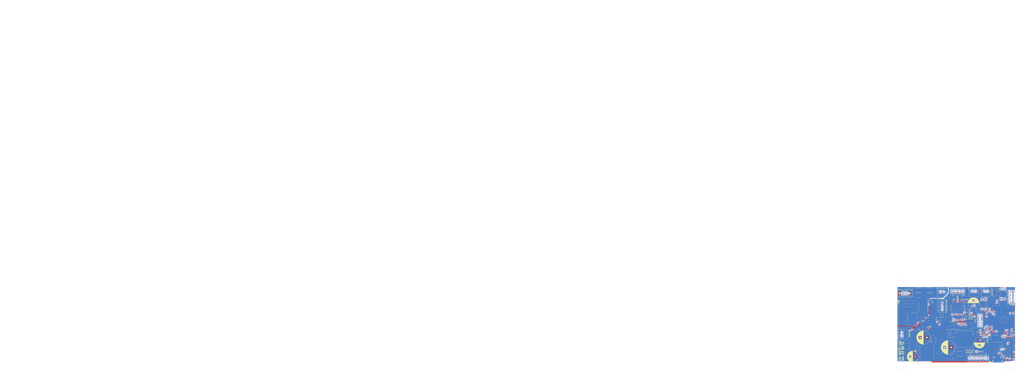
<source format=kicad_pcb>
(kicad_pcb (version 20221018) (generator pcbnew)
  (layers (0 "F.Cu" signal) (31 "B.Cu" signal) (34 "B.Paste" user) (35 "F.Paste" user) (36 "B.SilkS" user "B.Silkscreen") (37 "F.SilkS" user "F.Silkscreen") (38 "B.Mask" user) (39 "F.Mask" user) (44 "Edge.Cuts" user))
  (net 0 "")
  (net 1 "+12V")
  (net 2 "GND")
  (net 3 "+5V")
  (net 4 "+3.3V")
  (net 5 "Net-(U3-EN)")
  (net 6 "M.V3P3OUT")
  (net 7 "/CPU/USB_D-")
  (net 8 "/CPU/USB_D+")
  (net 9 "/CPU/I2C0.SCL")
  (net 10 "/CPU/I2C0.SDA")
  (net 11 "/CPU/DISTANCE_METER.EN")
  (net 12 "Net-(J7-Pin_2)")
  (net 13 "M.1B")
  (net 14 "M.1A")
  (net 15 "M.2A")
  (net 16 "M.2B")
  (net 17 "Net-(JP3-B)")
  (net 18 "Net-(JP4-B)")
  (net 19 "Net-(JP5-B)")
  (net 20 "Net-(JP6-B)")
  (net 21 "Net-(JP7-B)")
  (net 22 "Net-(Q1-B)")
  (net 23 "Net-(Q1-C)")
  (net 24 "Net-(Q2-C)")
  (net 25 "Net-(Q4-G)")
  (net 26 "Net-(Q6-B)")
  (net 27 "Net-(Q7-B)")
  (net 28 "Net-(Q8-B)")
  (net 29 "ESP32.BOOT")
  (net 30 "Net-(Q9-B)")
  (net 31 "ESP32.EN")
  (net 32 "Net-(U3-FB)")
  (net 33 "/CPU/!CC1.EN")
  (net 34 "/CPU/!CC2.EN")
  (net 35 "/CPU/VSPI.CS")
  (net 36 "/CPU/VSPI.SCK")
  (net 37 "UART0.RX")
  (net 38 "UART0.TX")
  (net 39 "/CPU/!M.FAULT")
  (net 40 "/CPU/LED1.EN")
  (net 41 "/CPU/LED2.EN")
  (net 42 "/CPU/LED3.EN")
  (net 43 "/CPU/LED4.EN")
  (net 44 "/CPU/M.DIR")
  (net 45 "/CPU/M.STEP")
  (net 46 "/CPU/!M.RESET")
  (net 47 "/CPU/!M.EN")
  (net 48 "/CPU/VSPI.SDI")
  (net 49 "/CPU/VSPI.SDO")
  (net 50 "JTAG.TMS")
  (net 51 "JTAG.TCK")
  (net 52 "JTAG.TDO")
  (net 53 "JTAG.TDI")
  (net 54 "GND1")
  (net 55 "BAT_NTC")
  (net 56 "Net-(Q4-D)")
  (net 57 "Net-(Q5-S)")
  (net 58 "Net-(Q5-G)")
  (net 59 "Net-(U1-TOV)")
  (net 60 "Net-(U1-TOVD)")
  (net 61 "Net-(U1-TOC1)")
  (net 62 "Net-(U1-TOC2)")
  (net 63 "Net-(U1-VCC)")
  (net 64 "Net-(U1-VC5)")
  (net 65 "Net-(U1-VC4)")
  (net 66 "Net-(U1-VC3)")
  (net 67 "Net-(U3-SS)")
  (net 68 "Net-(U6-CP1)")
  (net 69 "Net-(U6-CP2)")
  (net 70 "Net-(U2-SW)")
  (net 71 "Net-(D3-PadA)")
  (net 72 "Net-(J2-Pin_3)")
  (net 73 "Net-(J2-Pin_2)")
  (net 75 "Net-(J4-Pin_10)")
  (net 76 "Net-(J6-Pin_5)")
  (net 77 "Net-(J7-Pin_4)")
  (net 78 "Net-(J7-Pin_6)")
  (net 79 "Net-(J7-Pin_8)")
  (net 80 "Net-(J8-Pin_1)")
  (net 81 "Net-(J8-Pin_2)")
  (net 82 "Net-(J9-Pin_1)")
  (net 83 "Net-(J9-Pin_2)")
  (net 84 "Net-(JP8-B)")
  (net 85 "Net-(Q6-E)")
  (net 86 "Net-(Q8-C)")
  (net 87 "Net-(Q9-C)")
  (net 88 "Net-(R2-Pad2)")
  (net 89 "Net-(R4-Pad2)")
  (net 90 "Net-(R10-Pad1)")
  (net 91 "Net-(U1-VM)")
  (net 92 "Net-(U1-COIN)")
  (net 93 "Net-(U1-TRH)")
  (net 94 "Net-(U1-DOIN)")
  (net 95 "Net-(U1-DO)")
  (net 96 "Net-(R17-Pad1)")
  (net 97 "Net-(U2-FB)")
  (net 98 "Net-(R22-Pad1)")
  (net 99 "Net-(U5-~{RST})")
  (net 100 "Net-(U5-TXD)")
  (net 101 "Net-(U5-RXD)")
  (net 102 "Net-(U5-~{RTS})")
  (net 103 "Net-(U6-ISENA)")
  (net 104 "Net-(U6-ISENB)")
  (net 105 "Net-(U6-AVRef)")
  (net 106 "Net-(U5-~{CTS})")
  (net 107 "Net-(U5-~{DSR})")
  (net 108 "Net-(U5-~{DCD})")
  (net 109 "Net-(U5-~{RI}{slash}CLK)")
  (net 110 "Net-(U5-~{SUSPEND})")
  (net 127 "Net-(Q3-G)")
  (net 128 "Net-(Q3-D)")
  (net 129 "Net-(U6-VCP)")
  (net 130 "Net-(U5-VBUS)")
  (net 131 "Net-(JP1-A)")
  (net 132 "Net-(J10-Pin_1)")
  (net 133 "/CPU/Batt.meas")
  (net 134 "Net-(D5-A)")
  (net 135 "Net-(J2-Pin_1)")
  (footprint "Potentiometer_THT:Potentiometer_Bourns_3296W_Vertical" (layer "F.Cu") (at 130.6 98.18 -90)
    (fp_text reference "RV1" hide)
    (fp_text value "100k")
  )
  (footprint "Resistor_SMD:R_0805_2012Metric_Pad1.20x1.40mm_HandSolder" (layer "F.Cu") (at 146.4 112.2 180)
    (fp_text reference "R20" hide)
    (fp_text value "3k")
  )
  (footprint "Resistor_SMD:R_0805_2012Metric_Pad1.20x1.40mm_HandSolder" (layer "F.Cu") (at 108.5 91.3 90)
    (fp_text reference "R19" hide)
    (fp_text value "1k")
  )
  (footprint "Package_TO_SOT_SMD:TO-252-2" (layer "F.Cu") (at 116.3 97.2 -90)
    (fp_text reference "Q5" hide)
    (fp_text value "QM6006D")
  )
  (footprint "MountingHole:MountingHole_3.2mm_M3" (layer "F.Cu") (at 182.250001 78.999999)
    (fp_text reference "H3" hide)
    (fp_text value "MountingHole")
  )
  (footprint "Diode_SMD:D_MiniMELF" (layer "F.Cu") (at 128.8 105.2)
    (fp_text reference "D5" hide)
    (fp_text value "10V")
  )
  (footprint "Resistor_SMD:R_0805_2012Metric_Pad1.20x1.40mm_HandSolder" (layer "F.Cu") (at 181 119.3 180)
    (fp_text reference "R30" hide)
    (fp_text value "1k")
  )
  (footprint "Resistor_SMD:R_2512_6332Metric_Pad1.40x3.35mm_HandSolder" (layer "F.Cu") (at 112.8 87.4 180)
    (fp_text reference "R17" hide)
    (fp_text value "5m")
  )
  (footprint "Espressif:ESP32-WROOM-32E" (layer "F.Cu") (at 177.1 107.2 -90)
    (fp_text reference "U4" hide)
    (fp_text value "ESP32-WROOM-E")
  )
  (footprint "Resistor_SMD:R_0805_2012Metric_Pad1.20x1.40mm_HandSolder" (layer "F.Cu") (at 141.6 103.1)
    (fp_text reference "R38" hide)
    (fp_text value "10k")
  )
  (footprint "Resistor_SMD:R_1206_3216Metric_Pad1.30x1.75mm_HandSolder" (layer "F.Cu") (at 145.4 89.1)
    (fp_text reference "R36" hide)
    (fp_text value "100m")
  )
  (footprint "Resistor_SMD:R_0805_2012Metric_Pad1.20x1.40mm_HandSolder" (layer "F.Cu") (at 119.3 104.1 90)
    (fp_text reference "R6" hide)
    (fp_text value "220k")
  )
  (footprint "Jumper:SolderJumper-2_P1.3mm_Open_RoundedPad1.0x1.5mm" (layer "F.Cu") (at 149.2 101.8 180)
    (fp_text reference "JP4" hide)
    (fp_text value "SolderJumper_2_Open")
  )
  (footprint "MountingHole:MountingHole_3.2mm_M3" (layer "F.Cu") (at 100.000001 139.999999)
    (fp_text reference "H1" hide)
    (fp_text value "MountingHole")
  )
  (footprint "Package_TO_SOT_SMD:SOT-23" (layer "F.Cu") (at 171 89.5)
    (fp_text reference "Q8" hide)
    (fp_text value "BC817")
  )
  (footprint "Capacitor_SMD:C_0805_2012Metric_Pad1.18x1.45mm_HandSolder" (layer "F.Cu") (at 136.4 91.6)
    (fp_text reference "C25" hide)
    (fp_text value "10nF")
  )
  (footprint "Resistor_SMD:R_0805_2012Metric_Pad1.20x1.40mm_HandSolder" (layer "F.Cu") (at 102.1 91.3 90)
    (fp_text reference "R14" hide)
    (fp_text value "1k")
  )
  (footprint "Capacitor_SMD:C_0805_2012Metric_Pad1.18x1.45mm_HandSolder" (layer "F.Cu") (at 105.1 123.3 90)
    (fp_text reference "C16" hide)
    (fp_text value "none")
  )
  (footprint "Resistor_SMD:R_0805_2012Metric_Pad1.20x1.40mm_HandSolder" (layer "F.Cu") (at 172.1 95.3 90)
    (fp_text reference "R41" hide)
    (fp_text value "10k")
  )
  (footprint "Capacitor_SMD:C_1206_3216Metric_Pad1.33x1.80mm_HandSolder" (layer "F.Cu") (at 116.5 112.7 180)
    (fp_text reference "C20" hide)
    (fp_text value "4.7uF")
  )
  (footprint "Capacitor_THT:CP_Radial_D10.0mm_P5.00mm" (layer "F.Cu") (at 119 119.1 180)
    (fp_text reference "C19" hide)
    (fp_text value "680uF")
  )
  (footprint "Connector_Molex:Molex_SL_171971-0002_1x02_P2.54mm_Vertical" (layer "F.Cu") (at 100.25 117.77 90)
    (fp_text reference "J10" hide)
    (fp_text value "Conn_01x02_Pin")
  )
  (footprint "Jumper:SolderJumper-2_P1.3mm_Open_RoundedPad1.0x1.5mm" (layer "F.Cu") (at 166.1 119.1 -90)
    (fp_text reference "JP6" hide)
    (fp_text value "SolderJumper_2_Open")
  )
  (footprint "TestPoint:TestPoint_THTPad_1.0x1.0mm_Drill0.5mm" (layer "F.Cu") (at 184.6 135.8)
    (fp_text reference "TP7" hide)
    (fp_text value "TestPoint")
  )
  (footprint "Resistor_SMD:R_0805_2012Metric_Pad1.20x1.40mm_HandSolder" (layer "F.Cu") (at 153.7 98.5 180)
    (fp_text reference "R35" hide)
    (fp_text value "1M")
  )
  (footprint "Connector_Molex:Molex_SL_171971-0002_1x02_P2.54mm_Vertical" (layer "F.Cu") (at 129.33 84.75)
    (fp_text reference "J1" hide)
    (fp_text value "Conn_01x02_Pin")
  )
  (footprint "Package_SO:TSSOP-20_4.4x6.5mm_P0.65mm" (layer "F.Cu") (at 108.2 102 90)
    (fp_text reference "U1" hide)
    (fp_text value "BM3451")
  )
  (footprint "Capacitor_SMD:C_0805_2012Metric_Pad1.18x1.45mm_HandSolder" (layer "F.Cu") (at 105.4 107)
    (fp_text reference "C2" hide)
    (fp_text value "100nF")
  )
  (footprint "Resistor_SMD:R_0805_2012Metric_Pad1.20x1.40mm_HandSolder" (layer "F.Cu") (at 184 120.2 -90)
    (fp_text reference "R33" hide)
    (fp_text value "10k")
  )
  (footprint "Jumper:SolderJumper-2_P1.3mm_Bridged_RoundedPad1.0x1.5mm" (layer "F.Cu") (at 156.9 99 -90)
    (fp_text reference "JP8" hide)
    (fp_text value "SolderJumper_2_Bridged")
  )
  (footprint "Package_SO:SO-8_3.9x4.9mm_P1.27mm" (layer "F.Cu") (at 171.2 120.1 180)
    (fp_text reference "U7" hide)
    (fp_text value "93CxxC")
  )
  (footprint "Capacitor_SMD:C_0805_2012Metric_Pad1.18x1.45mm_HandSolder" (layer "F.Cu") (at 177.9 131.3 -90)
    (fp_text reference "C22" hide)
    (fp_text value "100nF")
  )
  (footprint "TestPoint:TestPoint_THTPad_1.0x1.0mm_Drill0.5mm" (layer "F.Cu") (at 159.4 116.6 -90)
    (fp_text reference "TP1" hide)
    (fp_text value "+3.3V")
  )
  (footprint "TestPoint:TestPoint_THTPad_1.0x1.0mm_Drill0.5mm" (layer "F.Cu") (at 156.4 129.7)
    (fp_text reference "TP8" hide)
    (fp_text value "TestPoint")
  )
  (footprint "Resistor_SMD:R_0805_2012Metric_Pad1.20x1.40mm_HandSolder" (layer "F.Cu") (at 183.5 131.8)
    (fp_text reference "R29" hide)
    (fp_text value "4,7k")
  )
  (footprint "Capacitor_SMD:C_0805_2012Metric_Pad1.18x1.45mm_HandSolder" (layer "F.Cu") (at 105.1 127.9 90)
    (fp_text reference "C15" hide)
    (fp_text value "100nF")
  )
  (footprint "Package_TO_SOT_SMD:TO-252-2" (layer "F.Cu") (at 123.6 97.2 -90)
    (fp_text reference "Q4" hide)
    (fp_text value "QM6006D")
  )
  (footprint "MountingHole:MountingHole_3.2mm_M3" (layer "F.Cu") (at 182.250001 139.999999)
    (fp_text reference "H2" hide)
    (fp_text value "MountingHole")
  )
  (footprint "MountingHole:MountingHole_3.2mm_M3" (layer "F.Cu") (at 100.000001 78.999999)
    (fp_text reference "H4" hide)
    (fp_text value "MountingHole")
  )
  (footprint "Resistor_SMD:R_0805_2012Metric_Pad1.20x1.40mm_HandSolder" (layer "F.Cu") (at 103.6 100.1 90)
    (fp_text reference "R9" hide)
    (fp_text value "1M")
  )
  (footprint "Resistor_SMD:R_0805_2012Metric_Pad1.20x1.40mm_HandSolder" (layer "F.Cu") (at 103 123.3 90)
    (fp_text reference "R24" hide)
    (fp_text value "100k")
  )
  (footprint "Capacitor_SMD:C_0805_2012Metric_Pad1.18x1.45mm_HandSolder" (layer "F.Cu") (at 105.4 109.1)
    (fp_text reference "C3" hide)
    (fp_text value "100nF")
  )
  (footprint "Resistor_SMD:R_0805_2012Metric_Pad1.20x1.40mm_HandSolder" (layer "F.Cu") (at 142.2 134.3)
    (fp_text reference "R1" hide)
    (fp_text value "1k")
  )
  (footprint "Package_SO:HTSSOP-28-1EP_4.4x9.7mm_P0.65mm_EP3.4x9.5mm_ThermalVias" (layer "F.Cu") (at 142.1 97 -90)
    (fp_text reference "U6" hide)
    (fp_text value "DRV8825")
  )
  (footprint "Inductor_SMD:L_TDK_VLF10040" (layer "F.Cu") (at 119 130 90)
    (fp_text reference "L2" hide)
    (fp_text value "22uH")
  )
  (footprint "Jumper:SolderJumper-2_P1.3mm_Bridged_RoundedPad1.0x1.5mm" (layer "F.Cu") (at 180.3 133.1 -90)
    (fp_text reference "JP1" hide)
    (fp_text value "SolderJumper_2_Bridged")
  )
  (footprint "Resistor_SMD:R_0805_2012Metric_Pad1.20x1.40mm_HandSolder" (layer "F.Cu") (at 178.6 135.8)
    (fp_text reference "R28" hide)
    (fp_text value "47k")
  )
  (footprint "Resistor_SMD:R_0805_2012Metric_Pad1.20x1.40mm_HandSolder" (layer "F.Cu") (at 117.3 104.1 90)
    (fp_text reference "R2" hide)
    (fp_text value "1k")
  )
  (footprint "Resistor_SMD:R_0805_2012Metric_Pad1.20x1.40mm_HandSolder" (layer "F.Cu") (at 130.1 134.4 180)
    (fp_text reference "R47" hide)
    (fp_text value "1k")
  )
  (footprint "Inductor_SMD:L_12x12mm_H8mm" (layer "F.Cu") (at 147.1 120.1)
    (fp_text reference "L1" hide)
    (fp_text value "33uH")
  )
  (footprint "Package_TO_SOT_SMD:SOT-23" (layer "F.Cu") (at 172.1 126.9375 90)
    (fp_text reference "Q6" hide)
    (fp_text value "BC817")
  )
  (footprint "Resistor_SMD:R_0805_2012Metric_Pad1.20x1.40mm_HandSolder" (layer "F.Cu") (at 135.4 111.1 90)
    (fp_text reference "R21" hide)
    (fp_text value "1.8k")
  )
  (footprint "Resistor_SMD:R_0805_2012Metric_Pad1.20x1.40mm_HandSolder" (layer "F.Cu") (at 121.3 104.1 90)
    (fp_text reference "R4" hide)
    (fp_text value "5M")
  )
  (footprint "Resistor_SMD:R_Array_Convex_4x1206" (layer "F.Cu") (at 176.3 94.4 -90)
    (fp_text reference "RN1" hide)
    (fp_text value "1k")
  )
  (footprint "Resistor_SMD:R_0805_2012Metric_Pad1.20x1.40mm_HandSolder" (layer "F.Cu") (at 128.5 127.4 -90)
    (fp_text reference "R7" hide)
    (fp_text value "1k")
  )
  (footprint "Capacitor_SMD:C_0805_2012Metric_Pad1.18x1.45mm_HandSolder" (layer "F.Cu") (at 104.3 96.2 90)
    (fp_text reference "C9" hide)
    (fp_text value "100nF")
  )
  (footprint "Resistor_SMD:R_0805_2012Metric_Pad1.20x1.40mm_HandSolder" (layer "F.Cu") (at 169.4 123.9 180)
    (fp_text reference "R40" hide)
    (fp_text value "100k")
  )
  (footprint "Capacitor_SMD:C_0805_2012Metric_Pad1.18x1.45mm_HandSolder" (layer "F.Cu") (at 182.6 96.2)
    (fp_text reference "C21" hide)
    (fp_text value "100nF")
  )
  (footprint "Capacitor_SMD:C_0805_2012Metric_Pad1.18x1.45mm_HandSolder" (layer "F.Cu") (at 156.4 116.6 180)
    (fp_text reference "C13" hide)
    (fp_text value "100nF")
  )
  (footprint "Fuse:Fuse_1206_3216Metric_Pad1.42x1.75mm_HandSolder" (layer "F.Cu") (at 99.8 91.9 90)
    (fp_text reference "F1" hide)
    (fp_text value "Fuse")
  )
  (footprint "Resistor_SMD:R_0805_2012Metric_Pad1.20x1.40mm_HandSolder" (layer "F.Cu") (at 183.5 133.8)
    (fp_text reference "R27" hide)
    (fp_text value "24k")
  )
  (footprint "Connector_Molex:Molex_SL_171971-0002_1x02_P2.54mm_Vertical" (layer "F.Cu") (at 153.23 84.35)
    (fp_text reference "J9" hide)
    (fp_text value "Conn_01x02_Pin")
  )
  (footprint "Resistor_SMD:R_0805_2012Metric_Pad1.20x1.40mm_HandSolder" (layer "F.Cu") (at 177.2 121.2)
    (fp_text reference "R32" hide)
    (fp_text value "10k")
  )
  (footprint "Package_TO_SOT_SMD:SOT-23" (layer "F.Cu") (at 134.1 133.6 180)
    (fp_text reference "Q2" hide)
    (fp_text value "BC817")
  )
  (footprint "Package_SO:SOIC-8-1EP_3.9x4.9mm_P1.27mm_EP2.29x3mm" (layer "F.Cu") (at 108.9 125.225 90)
    (fp_text reference "U3" hide)
    (fp_text value "~")
  )
  (footprint "Resistor_SMD:R_0805_2012Metric_Pad1.20x1.40mm_HandSolder" (layer "F.Cu") (at 136 105.3)
    (fp_text reference "R48" hide)
    (fp_text value "100k")
  )
  (footprint "Package_TO_SOT_SMD:SOT-23" (layer "F.Cu") (at 138.2 133.6 180)
    (fp_text reference "Q1" hide)
    (fp_text value "BC817")
  )
  (footprint "Resistor_SMD:R_0805_2012Metric_Pad1.20x1.40mm_HandSolder" (layer "F.Cu") (at 113.2 104.1 90)
    (fp_text reference "R10" hide)
    (fp_text value "3k")
  )
  (footprint "Resistor_SMD:R_0805_2012Metric_Pad1.20x1.40mm_HandSolder" (layer "F.Cu") (at 104.250001 91.3 90)
    (fp_text reference "R15" hide)
    (fp_text value "1k")
  )
  (footprint "Capacitor_THT:CP_Radial_D8.0mm_P3.80mm" (layer "F.Cu") (at 158.5 120.997349 -90)
    (fp_text reference "C11" hide)
    (fp_text value "470uF")
  )
  (footprint "Package_TO_SOT_SMD:SOT-143" (layer "F.Cu") (at 175.1 130.65)
    (fp_text reference "D4" hide)
    (fp_text value "SP0503BAHT")
  )
  (footprint "Jumper:SolderJumper-2_P1.3mm_Bridged_RoundedPad1.0x1.5mm" (layer "F.Cu") (at 171.9 83.5 -90)
    (fp_text reference "JP7" hide)
    (fp_text value "SolderJumper_2_Bridged")
  )
  (footprint "Resistor_SMD:R_0805_2012Metric_Pad1.20x1.40mm_HandSolder" (layer "F.Cu") (at 173.2 123.9 180)
    (fp_text reference "R39" hide)
    (fp_text value "100k")
  )
  (footprint "Package_TO_SOT_SMD:SOT-23" (layer "F.Cu") (at 128.5 131.4 -90)
    (fp_text reference "Q3" hide)
    (fp_text value "IRLML6402")
  )
  (footprint "Connector_Molex:Molex_KK-254_AE-6410-04A_1x04_P2.54mm_Vertical" (layer "F.Cu") (at 138.49 84.42)
    (fp_text reference "J5" hide)
    (fp_text value "Conn_01x04_Socket")
  )
  (footprint "Capacitor_SMD:C_0805_2012Metric_Pad1.18x1.45mm_HandSolder" (layer "F.Cu") (at 109.8 109.1 180)
    (fp_text reference "C4" hide)
    (fp_text value "100nF")
  )
  (footprint "Resistor_SMD:R_0805_2012Metric_Pad1.20x1.40mm_HandSolder" (layer "F.Cu") (at 123.3 104.1 -90)
    (fp_text reference "R8" hide)
    (fp_text value "5M")
  )
  (footprint "Resistor_SMD:R_0805_2012Metric_Pad1.20x1.40mm_HandSolder" (layer "F.Cu") (at 134.3 120 180)
    (fp_text reference "R12" hide)
    (fp_text value "10k")
  )
  (footprint "Resistor_SMD:R_0805_2012Metric_Pad1.20x1.40mm_HandSolder" (layer "F.Cu") (at 169.9 95.3 90)
    (fp_text reference "R42" hide)
    (fp_text value "10k")
  )
  (footprint "Package_TO_SOT_SMD:SOT-23" (layer "F.Cu") (at 152.2375 110.6 180)
    (fp_text reference "D6" hide)
    (fp_text value "BAT54S")
  )
  (footprint "Capacitor_SMD:C_0805_2012Metric_Pad1.18x1.45mm_HandSolder" (layer "F.Cu") (at 135.5 102)
    (fp_text reference "C23" hide)
    (fp_text value "470nF")
  )
  (footprint "Connector_PinHeader_2.00mm:PinHeader_2x05_P2.00mm_Vertical" (layer "F.Cu") (at 157.9 102.4)
    (fp_text reference "J4" hide)
    (fp_text value "Conn_02x05_Odd_Even")
  )
  (footprint "Package_DIP:DIP-4_W7.62mm" (layer "F.Cu") (at 174.925 90.2 90)
    (fp_text reference "U8" hide)
    (fp_text value "PC817")
  )
  (footprint "Capacitor_SMD:C_0805_2012Metric_Pad1.18x1.45mm_HandSolder" (layer "F.Cu") (at 109.8 107 180)
    (fp_text reference "C5" hide)
    (fp_text value "100nF")
  )
  (footprint "Resistor_SMD:R_0805_2012Metric_Pad1.20x1.40mm_HandSolder" (layer "F.Cu") (at 171 86.7 180)
    (fp_text reference "R43" hide)
    (fp_text value "1k")
  )
  (footprint "Capacitor_SMD:C_0805_2012Metric_Pad1.18x1.45mm_HandSolder" (layer "F.Cu") (at 102.2 96.2 90)
    (fp_text reference "C8" hide)
    (fp_text value "100nF")
  )
  (footprint "Package_DIP:DIP-4_W7.62mm" (layer "F.Cu") (at 162.9 90.4 -90)
    (fp_text reference "U9" hide)
    (fp_text value "PC817")
  )
  (footprint "bin:DIOM5336X265N" (layer "F.Cu") (at 124 121.2 -90)
    (fp_text reference "D3" hide)
    (fp_text value "SS24")
  )
  (footprint "bin:DIOM5336X265N" (layer "F.Cu") (at 140.44 111 180)
    (fp_text reference "D2" hide)
    (fp_text value "SS24")
  )
  (footprint "Jumper:SolderJumper-2_P1.3mm_Open_RoundedPad1.0x1.5mm" (layer "F.Cu") (at 149.2 99.1 180)
    (fp_text reference "JP5" hide)
    (fp_text value "SolderJumper_2_Open")
  )
  (footprint "Connector_Molex:Molex_SL_171971-0002_1x02_P2.54mm_Vertical" (layer "F.Cu") (at 162.23 84.35)
    (fp_text reference "J8" hide)
    (fp_text value "Conn_01x02_Pin")
  )
  (footprint "Capacitor_SMD:C_0805_2012Metric_Pad1.18x1.45mm_HandSolder" (layer "F.Cu") (at 163.8 129.5)
    (fp_text reference "C30" hide)
    (fp_text value "100nF")
  )
  (footprint "Resistor_SMD:R_0805_2012Metric_Pad1.20x1.40mm_HandSolder" (layer "F.Cu") (at 106.4 91.3 90)
    (fp_text reference "R16" hide)
    (fp_text value "1k")
  )
  (footprint "Resistor_SMD:R_2512_6332Metric_Pad1.40x3.35mm_HandSolder" (layer "F.Cu") (at 121.1 83.4 180)
    (fp_text reference "R23" hide)
    (fp_text value "5m")
  )
  (footprint "Capacitor_SMD:C_0805_2012Metric_Pad1.18x1.45mm_HandSolder" (layer "F.Cu") (at 108.5 96.2 90)
    (fp_text reference "C12" hide)
    (fp_text value "100nF")
  )
  (footprint "Resistor_SMD:R_0805_2012Metric_Pad1.20x1.40mm_HandSolder" (layer "F.Cu") (at 103.687501 104.074999 90)
    (fp_text reference "R11" hide)
    (fp_text value "1M")
  )
  (footprint "Capacitor_THT:CP_Radial_D10.0mm_P5.00mm" (layer "F.Cu") (at 137.4 126.5 180)
    (fp_text reference "C1" hide)
    (fp_text value "680uF")
  )
  (footprint "Resistor_SMD:R_2512_6332Metric_Pad1.40x3.35mm_HandSolder" (layer "F.Cu") (at 112.8 83.4 180)
    (fp_text reference "R22" hide)
    (fp_text value "5m")
  )
  (footprint "TestPoint:TestPoint_THTPad_1.0x1.0mm_Drill0.5mm" (layer "F.Cu") (at 174.9 127.8)
    (fp_text reference "TP5" hide)
    (fp_text value "TestPoint")
  )
  (footprint "TestPoint:TestPoint_THTPad_1.0x1.0mm_Drill0.5mm" (layer "F.Cu") (at 177.2 118.6)
    (fp_text reference "TP3" hide)
    (fp_text value "TestPoint")
  )
  (footprint "Capacitor_SMD:C_0805_2012Metric_Pad1.18x1.45mm_HandSolder" (layer "F.Cu") (at 138.2 120 180)
    (fp_text reference "C6" hide)
    (fp_text value "100nF")
  )
  (footprint "Resistor_SMD:R_0805_2012Metric_Pad1.20x1.40mm_HandSolder" (layer "F.Cu") (at 132.6 104.4 -90)
    (fp_text reference "R49" hide)
    (fp_text value "none")
  )
  (footprint "Resistor_SMD:R_0805_2012Metric_Pad1.20x1.40mm_HandSolder" (layer "F.Cu") (at 108.1 115.7 -90)
    (fp_text reference "R25" hide)
    (fp_text value "11k")
  )
  (footprint "TestPoint:TestPoint_THTPad_1.0x1.0mm_Drill0.5mm" (layer "F.Cu") (at 177 127.8)
    (fp_text reference "TP6" hide)
    (fp_text value "TestPoint")
  )
  (footprint "TestPoint:TestPoint_THTPad_1.0x1.0mm_Drill0.5mm" (layer "F.Cu") (at 138.9 105.4)
    (fp_text reference "Batt.meas1" hide)
    (fp_text value "TestPoint")
  )
  (footprint "Resistor_SMD:R_0805_2012Metric_Pad1.20x1.40mm_HandSolder" (layer "F.Cu") (at 111.7 96 -90)
    (fp_text reference "R13" hide)
    (fp_text value "2k")
  )
  (footprint "TestPoint:TestPoint_THTPad_1.0x1.0mm_Drill0.5mm" (layer "F.Cu") (at 120.2 112.6)
    (fp_text reference "TP2" hide)
    (fp_text value "+12V")
  )
  (footprint "Resistor_SMD:R_0805_2012Metric_Pad1.20x1.40mm_HandSolder" (layer "F.Cu") (at 165.7 91 90)
    (fp_text reference "R46" hide)
    (fp_text value "none")
  )
  (footprint "Package_SO:SOIC-8-1EP_3.9x4.9mm_P1.27mm_EP2.29x3mm" (layer "F.Cu") (at 136 116.2 180)
    (fp_text reference "U2" hide)
    (fp_text value "~")
  )
  (footprint "Capacitor_THT:CP_Radial_D8.0mm_P3.80mm" (layer "F.Cu") (at 110.3 133.4 180)
    (fp_text reference "C14" hide)
    (fp_text value "470uF")
  )
  (footprint "Resistor_SMD:R_0805_2012Metric_Pad1.20x1.40mm_HandSolder" (layer "F.Cu") (at 181 121.3)
    (fp_text reference "R34" hide)
    (fp_text value "10k")
  )
  (footprint "Connector_Molex:Molex_KK-254_AE-6410-04A_1x04_P2.54mm_Vertical" (layer "F.Cu") (at 98.6 85.9)
    (fp_text reference "J2" hide)
    (fp_text value "Conn_01x04_Pin")
  )
  (footprint "Connector_USB:USB_Micro-B_Amphenol_10118194_Horizontal" (layer "F.Cu") (at 172.1 135.5)
    (fp_text reference "J3" hide)
    (fp_text value "USB_B_Micro")
  )
  (footprint "Capacitor_SMD:C_0805_2012Metric_Pad1.18x1.45mm_HandSolder" (layer "F.Cu") (at 149.1 88.2 -90)
    (fp_text reference "C27" hide)
    (fp_text value "10nF")
  )
  (footprint "Package_TO_SOT_SMD:SOT-23" (layer "F.Cu") (at 167.1 95.2 90)
    (fp_text reference "Q9" hide)
    (fp_text value "BC817")
  )
  (footprint "Capacitor_SMD:C_0805_2012Metric_Pad1.18x1.45mm_HandSolder" (layer "F.Cu") (at 148.475001 95.324999 90)
    (fp_text reference "C28" hide)
    (fp_text value "10nF")
  )
  (footprint "Capacitor_SMD:C_0805_2012Metric_Pad1.18x1.45mm_HandSolder" (layer "F.Cu") (at 106.4 96.2 90)
    (fp_text reference "C10" hide)
    (fp_text value "100nF")
  )
  (footprint "Capacitor_SMD:C_0805_2012Metric_Pad1.18x1.45mm_HandSolder" (layer "F.Cu") (at 112.7 128.4 -90)
    (fp_text reference "C17" hide)
    (fp_text value "470nF")
  )
  (footprint "Capacitor_THT:CP_Radial_D8.0mm_P3.80mm" (layer "F.Cu") (at 154.1 95.102651 90)
    (fp_text reference "C24" hide)
    (fp_text value "100uF")
  )
  (footprint "Resistor_SMD:R_0805_2012Metric_Pad1.20x1.40mm_HandSolder" (layer "F.Cu") (at 125.7 133.6 90)
    (fp_text reference "R3" hide)
    (fp_text value "1k")
  )
  (footprint "Jumper:SolderJumper-2_P1.3mm_Open_RoundedPad1.0x1.5mm" (layer "F.Cu") (at 161 113.2)
    (fp_text reference "JP2" hide)
    (fp_text value "SolderJumper_2_Open")
  )
  (footprint "Resistor_SMD:R_0805_2012Metric_Pad1.20x1.40mm_HandSolder" (layer "F.Cu") (at 169.6 83.6 90)
    (fp_text reference "R45" hide)
    (fp_text value "none")
  )
  (footprint "TestPoint:TestPoint_THTPad_1.0x1.0mm_Drill0.5mm" (layer "F.Cu") (at 180.1 123.4)
    (fp_text reference "TP4" hide)
    (fp_text value "TestPoint")
  )
  (footprint "Resistor_SMD:R_1206_3216Metric_Pad1.30x1.75mm_HandSolder" (layer "F.Cu") (at 139 89.1 180)
    (fp_text reference "R37" hide)
    (fp_text value "100m")
  )
  (footprint "Connector_Molex:Molex_KK-254_AE-6410-06A_1x06_P2.54mm_Vertical" (layer "F.Cu") (at 163.95 134.48 180)
    (fp_text reference "J6" hide)
    (fp_text value "Conn_01x06_Pin")
  )
  (footprint "Resistor_SMD:R_0805_2012Metric_Pad1.20x1.40mm_HandSolder" (layer "F.Cu") (at 167.8 91 -90)
    (fp_text reference "R44" hide)
    (fp_text value "1k")
  )
  (footprint "Package_TO_SOT_SMD:SOT-23" (layer "F.Cu") (at 177.3 124.2 90)
    (fp_text reference "Q7" hide)
    (fp_text value "BC817")
  )
  (footprint "Capacitor_SMD:C_0805_2012Metric_Pad1.18x1.45mm_HandSolder" (layer "F.Cu") (at 103 127.9 -90)
    (fp_text reference "C18" hide)
    (fp_text value "470nF")
  )
  (footprint "Jumper:SolderJumper-2_P1.3mm_Open_RoundedPad1.0x1.5mm" (layer "F.Cu") (at 149.2 104.5 180)
    (fp_text reference "JP3" hide)
    (fp_text value "SolderJumper_2_Open")
  )
  (footprint "Capacitor_SMD:C_0805_2012Metric_Pad1.18x1.45mm_HandSolder" (layer "F.Cu") (at 166.3 122.8 90)
    (fp_text reference "C29" hide)
    (fp_text value "100nF")
  )
  (footprint "Capacitor_SMD:C_0805_2012Metric_Pad1.18x1.45mm_HandSolder" (layer "F.Cu") (at 147.6 91.6)
    (fp_text reference "C26" hide)
    (fp_text value "10nF")
  )
  (footprint "Resistor_SMD:R_0805_2012Metric_Pad1.20x1.40mm_HandSolder" (layer "F.Cu") (at 115.3 104.1 -90)
    (fp_text reference "R5" hide)
    (fp_text value "3k")
  )
  (footprint "Connector_PinSocket_2.54mm:PinSocket_2x04_P2.54mm_Vertical" (layer "F.Cu") (at 183.69 84.7)
    (fp_text reference "J7" hide)
    (fp_text value "Conn_02x04_Odd_Even")
  )
  (footprint "bin:DIOM5336X265N" (layer "F.Cu") (at 143.960001 131.199999)
    (fp_text reference "D1" hide)
    (fp_text value "SS24")
  )
  (footprint "Jumper:SolderJumper-2_P1.3mm_Bridged_RoundedPad1.0x1.5mm" (layer "F.Cu") (at 130 102.8)
    (fp_text reference "JP9" hide)
    (fp_text value "SolderJumper_2_Bridged")
  )
  (footprint "Package_DFN_QFN:QFN-28-1EP_5x5mm_P0.5mm_EP3.35x3.35mm" (layer "F.Cu") (at 182.2 127.6)
    (fp_text reference "U5" hide)
    (fp_text value "CP2102N-Axx-xQFN28")
  )
  (footprint "Resistor_SMD:R_2512_6332Metric_Pad1.40x3.35mm_HandSolder" (layer "F.Cu") (at 121.1 87.4 180)
    (fp_text reference "R18" hide)
    (fp_text value "5m")
  )
  (footprint "Resistor_SMD:R_0805_2012Metric_Pad1.20x1.40mm_HandSolder" (layer "F.Cu") (at 107.7 120.2 180)
    (fp_text reference "R26" hide)
    (fp_text value "1k")
  )
  (footprint "Resistor_SMD:R_0805_2012Metric_Pad1.20x1.40mm_HandSolder" (layer "F.Cu") (at 183.1 123.3 180)
    (fp_text reference "R31" hide)
    (fp_text value "1k")
  )
  (gr_arc (start 103.500001 139.999999) (mid 104.012564 138.762562) (end 105.250001 138.249999) (stroke (width 0.1)) (layer "Edge.Cuts"))
  (gr_arc (start 178.750001 78.999999) (mid 182.250002 75.499997) (end 185.750003 78.999999) (stroke (width 0.1)) (layer "Edge.Cuts"))
  (gr_line (start 105.250001 80.749999) (end 175.000001 80.749999) (stroke (width 0.1)) (layer "Edge.Cuts"))
  (gr_arc (start 105.250001 80.749999) (mid 104.012564 80.237436) (end 103.500001 78.999999) (stroke (width 0.1)) (layer "Edge.Cuts"))
  (gr_line (start 96.499999 139.999999) (end 96.500001 78.999999) (stroke (width 0.1)) (layer "Edge.Cuts"))
  (gr_line (start 175.000001 80.749999) (end 177.000001 80.749999) (stroke (width 0.1)) (layer "Edge.Cuts"))
  (gr_arc (start 96.500001 78.999999) (mid 100.000001 75.499999) (end 103.500001 78.999999) (stroke (width 0.1)) (layer "Edge.Cuts"))
  (gr_arc (start 185.750001 139.999999) (mid 184.724875 142.474873) (end 182.250001 143.499999) (stroke (width 0.1)) (layer "Edge.Cuts"))
  (gr_arc (start 178.750001 78.999999) (mid 178.237438 80.237436) (end 177.000001 80.749999) (stroke (width 0.1)) (layer "Edge.Cuts"))
  (gr_arc (start 103.500001 139.999999) (mid 100 143.500001) (end 96.499999 139.999999) (stroke (width 0.1)) (layer "Edge.Cuts"))
  (gr_line (start 185.750001 139.999999) (end 185.750003 78.999999) (stroke (width 0.1)) (layer "Edge.Cuts"))
  (gr_arc (start 177.000001 138.249999) (mid 178.237438 138.762562) (end 178.750001 139.999999) (stroke (width 0.1)) (layer "Edge.Cuts"))
  (gr_line (start 105.250001 138.249999) (end 177.000001 138.249999) (stroke (width 0.1)) (layer "Edge.Cuts"))
  (gr_arc (start 182.250001 143.499999) (mid 179.775127 142.474873) (end 178.750001 139.999999) (stroke (width 0.1)) (layer "Edge.Cuts"))
  (gr_text "BATT" (at 97.1 90.8 270) (layer "F.SilkS") (effects (font (size 1 1) (thickness 0.2) bold) (justify left bottom)))
  (gr_text "ON/OFF" (at 105.3 113.1 270) (layer "F.SilkS") (effects (font (size 1 1) (thickness 0.2) bold) (justify left bottom)))
  (gr_text "." (at 106.2 129.125) (layer "F.SilkS") (effects (font (size 1 1) (thickness 0.25) bold) (justify left bottom)))
  (gr_text "DISTANCE\nSENSOR" (at 148 130.8) (layer "F.SilkS") (effects (font (size 1 1)) (justify left bottom)))
  (gr_text "." (at 164.1 89.6) (layer "F.SilkS") (effects (font (size 1 1) (thickness 0.25) bold) (justify left bottom)))
  (gr_text "." (at 174.7 122.8) (layer "F.SilkS") (effects (font (size 1 1) (thickness 0.25) bold) (justify left bottom)))
  (gr_text "." (at 125.5 105.4) (layer "F.SilkS") (effects (font (size 1 1) (thickness 0.25) bold) (justify left bottom)))
  (gr_text "LEDS" (at 181 95) (layer "F.SilkS") (effects (font (size 1 1) (thickness 0.2) bold) (justify left bottom)))
  (gr_text "NTC" (at 129.3 90.5) (layer "F.SilkS") (effects (font (size 1 1) (thickness 0.2) bold) (justify left bottom)))
  (gr_text "." (at 139.6 118.9) (layer "F.SilkS") (effects (font (size 1 1) (thickness 0.25) bold) (justify left bottom)))
  (gr_text "." (at 179 125.4) (layer "F.SilkS") (effects (font (size 1 1) (thickness 0.25) bold) (justify left bottom)))
  (gr_text "U.BATT" (at 136.5 107.7) (layer "F.SilkS") (effects (font (size 1 1)) (justify left bottom)))
  (gr_text "." (at 104.5 106.1) (layer "F.SilkS") (effects (font (size 1 1) (thickness 0.25) bold) (justify left bottom)))
  (gr_text "." (at 173.3 91.3) (layer "F.SilkS") (effects (font (size 1 1) (thickness 0.25) bold) (justify left bottom)))
  (gr_text "MR-SLDR-01" (at 97.9 121.2 270) (layer "F.SilkS") (effects (font (size 1.5 1.5) (thickness 0.3) bold) (justify left bottom)))
  (gr_text "." (at 146.7 93.3) (layer "F.SilkS") (effects (font (size 1 1) (thickness 0.25) bold) (justify left bottom)))
  (gr_text "CAMERA" (at 168.8 88.3 90) (layer "F.SilkS") (effects (font (size 1 1)) (justify left bottom)))
  (gr_text "+12V" (at 118.5 111.7) (layer "F.SilkS") (effects (font (size 1 1) (thickness 0.2) bold) (justify left bottom)))
  (gr_text "16b/8b" (at 165 123.5 90) (layer "F.SilkS") (effects (font (size 1 1)) (justify left bottom)))
  (gr_text "JTAG" (at 155.9 108.5 90) (layer "F.SilkS") (effects (font (size 1 1)) (justify left bottom)))
  (gr_text "MOTOR" (at 142.8 92.9 90) (layer "F.SilkS") (effects (font (size 1 1) (thickness 0.2) bold) (justify left bottom)))
  (gr_text "MICROSTEP\nMODE" (at 153.6 105.9 90) (layer "F.SilkS") (effects (font (size 1 1)) (justify left bottom)))
  (gr_text "GPIO1" (at 157.1 130.3) (layer "F.SilkS") (effects (font (size 1 1)) (justify left bottom)))
  (gr_text "31.05.23 MM" (at 100.1 121.7 -90) (layer "F.SilkS") (effects (font (size 1.5 1.5) (thickness 0.3) bold) (justify left bottom)))
  (gr_text "MOTOR.CURR" (at 134.5 100 90) (layer "F.SilkS") (effects (font (size 1 1)) (justify left bottom)))
  (gr_text "+3,3V" (at 155.7 115.6) (layer "F.SilkS") (effects (font (size 1 1)) (justify left bottom)))
  (segment (start 126.4 126) (end 127.4 125) (width 1) (layer "F.Cu") (net 1))
  (segment (start 120.2 109.7) (end 123.7 109.7) (width 1) (layer "F.Cu") (net 1))
  (segment (start 126.4 128.4) (end 128.5 128.4) (width 1) (layer "F.Cu") (net 1))
  (segment (start 127.4 125) (end 127.4 113.4) (width 1) (layer "F.Cu") (net 1))
  (segment (start 152.6 104.8) (end 150.3 107.1) (width 1) (layer "F.Cu") (net 1))
  (segment (start 152.6 102.433274) (end 152.6 104.8) (width 1) (layer "F.Cu") (net 1))
  (segment (start 139 91.6) (end 137.4375 91.6) (width 1) (layer "F.Cu") (net 1))
  (segment (start 127.05 105.2) (end 127.05 105.25) (width 0.25) (layer "F.Cu") (net 1))
  (segment (start 126.4 128.4) (end 126.4 129.3125) (width 1) (layer "F.Cu") (net 1))
  (segment (start 154.1 95.102651) (end 154.1 94.8) (width 1) (layer "F.Cu") (net 1))
  (segment (start 154.1 95.102651) (end 154.1 100.933274) (width 1) (layer "F.Cu") (net 1))
  (segment (start 149.1625 87.1625) (end 150.4 88.4) (width 0.25) (layer "F.Cu") (net 1))
  (segment (start 108.1 114.2) (end 111.6 110.7) (width 0.25) (layer "F.Cu") (net 1))
  (segment (start 150.3 107.1) (end 128.9 107.1) (width 1) (layer "F.Cu") (net 1))
  (segment (start 154.1 100.933274) (end 152.6 102.433274) (width 1) (layer "F.Cu") (net 1))
  (segment (start 154.1 94.8) (end 150.9 91.6) (width 1) (layer "F.Cu") (net 1))
  (segment (start 126.4 128.4) (end 126.4 126) (width 1) (layer "F.Cu") (net 1))
  (segment (start 150.4 91.030664) (end 150.227582 91.203082) (width 0.25) (layer "F.Cu") (net 1))
  (segment (start 102.1 90.3) (end 104.250001 90.3) (width 0.25) (layer "F.Cu") (net 1))
  (segment (start 99.8 93.3875) (end 99.8 92.6) (width 0.25) (layer "F.Cu") (net 1))
  (segment (start 146.5625 91.6) (end 145.2 91.6) (width 1) (layer "F.Cu") (net 1))
  (segment (start 150.4 88.4) (end 150.4 91.030664) (width 0.25) (layer "F.Cu") (net 1))
  (segment (start 99.8 92.6) (end 102.1 90.3) (width 0.25) (layer "F.Cu") (net 1))
  (segment (start 127.05 105.25) (end 128.9 107.1) (width 0.25) (layer "F.Cu") (net 1))
  (segment (start 108.1 114.7) (end 108.1 114.2) (width 0.25) (layer "F.Cu") (net 1))
  (segment (start 125.7 130.8) (end 125.7 132.6) (width 1) (layer "F.Cu") (net 1))
  (segment (start 127.4 113.4) (end 123.7 109.7) (width 1) (layer "F.Cu") (net 1))
  (segment (start 120.2 109.7) (end 120.2 112.6) (width 1) (layer "F.Cu") (net 1))
  (segment (start 123.7 109.7) (end 126.3 109.7) (width 1) (layer "F.Cu") (net 1))
  (segment (start 126.3 109.7) (end 128.9 107.1) (width 1) (layer "F.Cu") (net 1))
  (segment (start 149.1 87.1625) (end 149.1625 87.1625) (width 0.25) (layer "F.Cu") (net 1))
  (via (at 150.227582 91.203082) (size 0.8) (drill 0.4) (layers "F.Cu" "B.Cu") (net 1))
  (via (at 145.2 91.6) (size 0.8) (drill 0.4) (layers "F.Cu" "B.Cu") (net 1))
  (via (at 144.5245 92) (size 0.8) (drill 0.4) (layers "F.Cu" "B.Cu") (net 1))
  (via (at 150.2245 92) (size 0.8) (drill 0.4) (layers "F.Cu" "B.Cu") (net 1))
  (via (at 144.527582 91.203082) (size 0.8) (drill 0.4) (layers "F.Cu" "B.Cu") (net 1))
  (via (at 150.9 91.6) (size 0.8) (drill 0.4) (layers "F.Cu" "B.Cu") (net 1))
  (via (at 139 91.6) (size 0.8) (drill 0.4) (layers "F.Cu" "B.Cu") (net 1))
  (via (at 139.6755 91.1745) (size 0.8) (drill 0.4) (layers "F.Cu" "B.Cu") (net 1))
  (via (at 139.6755 92) (size 0.8) (drill 0.4) (layers "F.Cu" "B.Cu") (net 1))
  (segment (start 150.9 91.6) (end 139 91.6) (width 1) (layer "B.Cu") (net 1))
  (segment (start 177.350096 135.8) (end 177.6 135.8) (width 0.25) (layer "F.Cu") (net 2))
  (segment (start 105.1 125.6245) (end 105.0755 125.6) (width 0.25) (layer "F.Cu") (net 2))
  (segment (start 180.2 96.7) (end 180.7 96.2) (width 0.25) (layer "F.Cu") (net 2))
  (segment (start 136.6 118.6) (end 136.6 117.2) (width 0.25) (layer "F.Cu") (net 2))
  (segment (start 119.3 105.3) (end 120.3 106.3) (width 0.25) (layer "F.Cu") (net 2))
  (segment (start 162.8 129.5375) (end 162.7625 129.5) (width 0.25) (layer "F.Cu") (net 2))
  (segment (start 184.11 98.45) (end 184.11 99.3545) (width 0.25) (layer "F.Cu") (net 2))
  (segment (start 137.875 95.475) (end 137.65 95.7) (width 0.25) (layer "F.Cu") (net 2))
  (segment (start 174.2 123.9) (end 174.2 125.3) (width 0.25) (layer "F.Cu") (net 2))
  (segment (start 153.175 111.55) (end 154.55 111.55) (width 0.25) (layer "F.Cu") (net 2))
  (segment (start 112.7 129.4375) (end 111.2625 129.4375) (width 0.25) (layer "F.Cu") (net 2))
  (segment (start 184.11 115.95) (end 184.11 114.51) (width 0.25) (layer "F.Cu") (net 2))
  (segment (start 169.824875 89.599999) (end 169.824875 90.212375) (width 0.25) (layer "F.Cu") (net 2))
  (segment (start 106.995 122.75) (end 106.995 122.595) (width 0.25) (layer "F.Cu") (net 2))
  (segment (start 184.11 114.51) (end 184 114.4) (width 0.25) (layer "F.Cu") (net 2))
  (segment (start 167.1 96.7) (end 167.6625 96.1375) (width 0.25) (layer "F.Cu") (net 2))
  (segment (start 105.1 126.8625) (end 105.1 125.6245) (width 0.25) (layer "F.Cu") (net 2))
  (segment (start 146.95 86.85) (end 146.9 86.8) (width 0.25) (layer "F.Cu") (net 2))
  (segment (start 167.18 101.48) (end 166.35 101.48) (width 0.25) (layer "F.Cu") (net 2))
  (segment (start 176.280153 134.730057) (end 177.350096 135.8) (width 0.25) (layer "F.Cu") (net 2))
  (segment (start 148.6375 91.6) (end 148.6375 91.7375) (width 0.25) (layer "F.Cu") (net 2))
  (segment (start 167.8 102.1) (end 167.18 101.48) (width 0.25) (layer "F.Cu") (net 2))
  (segment (start 137.1 119.9375) (end 137.1 119.1) (width 0.25) (layer "F.Cu") (net 2))
  (segment (start 121.3 105.3) (end 121.3 105.1) (width 0.25) (layer "F.Cu") (net 2))
  (segment (start 136.55 132.65) (end 135.0375 132.65) (width 0.25) (layer "F.Cu") (net 2))
  (segment (start 135.3625 90.6375) (end 136 90) (width 0.25) (layer "F.Cu") (net 2))
  (segment (start 166.35 118.45) (end 167.2 117.6) (width 0.25) (layer "F.Cu") (net 2))
  (segment (start 103 128.9375) (end 103 130.3) (width 0.25) (layer "F.Cu") (net 2))
  (segment (start 146.325 99.85) (end 146.325 98.525) (width 0.25) (layer "F.Cu") (net 2))
  (segment (start 167.6625 96.1375) (end 168.05 96.1375) (width 0.25) (layer "F.Cu") (net 2))
  (segment (start 154.55 111.55) (end 154.6 111.5) (width 0.25) (layer "F.Cu") (net 2))
  (segment (start 137.85 132.65) (end 139.1375 132.65) (width 0.25) (layer "F.Cu") (net 2))
  (segment (start 138.3 111.02) (end 138.28 111) (width 0.25) (layer "F.Cu") (net 2))
  (segment (start 162.8 130.9) (end 162.8 129.5375) (width 0.25) (layer "F.Cu") (net 2))
  (segment (start 146.325 98.525) (end 146.55 98.3) (width 0.25) (layer "F.Cu") (net 2))
  (segment (start 120.3 106.3) (end 121.3 105.3) (width 0.25) (layer "F.Cu") (net 2))
  (segment (start 136.7 132.5) (end 136.55 132.65) (width 0.25) (layer "F.Cu") (net 2))
  (segment (start 146.95 89.1) (end 146.95 86.85) (width 1) (layer "F.Cu") (net 2))
  (segment (start 111.2625 129.4375) (end 111.2 129.5) (width 0.25) (layer "F.Cu") (net 2))
  (segment (start 105.1 121.1) (end 105.3 120.9) (width 0.25) (layer "F.Cu") (net 2))
  (segment (start 179.75 127.1) (end 181.7 127.1) (width 0.25) (layer "F.Cu") (net 2))
  (segment (start 119.3 105.1) (end 119.3 105.3) (width 0.25) (layer "F.Cu") (net 2))
  (segment (start 174.1 130.15) (end 173.35 130.15) (width 0.25) (layer "F.Cu") (net 2))
  (segment (start 155.3625 116.6) (end 154 116.6) (width 1) (layer "F.Cu") (net 2))
  (segment (start 168.625 118.195) (end 167.795 118.195) (width 0.25) (layer "F.Cu") (net 2))
  (segment (start 106.995 122.595) (end 105.3 120.9) (width 0.25) (layer "F.Cu") (net 2))
  (segment (start 166.3 123.8375) (end 166.3 125.2) (width 0.25) (layer "F.Cu") (net 2))
  (segment (start 137.875 94.15) (end 137.875 95.475) (width 0.25) (layer "F.Cu") (net 2))
  (segment (start 169.824875 90.212375) (end 170.0625 90.45) (width 0.25) (layer "F.Cu") (net 2))
  (segment (start 137.1625 120) (end 137.1 119.9375) (width 0.25) (layer "F.Cu") (net 2))
  (segment (start 135.7 112.2) (end 135.8 112.1) (width 0.25) (layer "F.Cu") (net 2))
  (segment (start 181.7 127.1) (end 182.2 127.6) (width 0.25) (layer "F.Cu") (net 2))
  (segment (start 134 100.5) (end 134 101.5375) (width 0.25) (layer "F.Cu") (net 2))
  (segment (start 168.4 123.9) (end 167.1 125.2) (width 0.25) (layer "F.Cu") (net 2))
  (segment (start 108.265 122.75) (end 108.265 123.46) (width 0.25) (layer "F.Cu") (net 2))
  (segment (start 135 105.3) (end 134.6 105.3) (width 0.25) (layer "F.Cu") (net 2))
  (segment (start 137.1 119.1) (end 136.6 118.6) (width 0.25) (layer "F.Cu") (net 2))
  (segment (start 134 101.5375) (end 134.4625 102) (width 0.25) (layer "F.Cu") (net 2))
  (segment (start 166.1 118.45) (end 166.35 118.45) (width 0.25) (layer "F.Cu") (net 2))
  (segment (start 177.7 132.5375) (end 177.9 132.3375) (width 0.25) (layer "F.Cu") (net 2))
  (segment (start 135.3625 91.6) (end 135.3625 90.6375) (width 0.25) (layer "F.Cu") (net 2))
  (segment (start 167.795 118.195) (end 167.2 117.6) (width 0.25) (layer "F.Cu") (net 2))
  (segment (start 173.35 130.15) (end 173 129.8) (width 0.25) (layer "F.Cu") (net 2))
  (segment (start 167.1 125.2) (end 166.3 125.2) (width 0.25) (layer "F.Cu") (net 2))
  (segment (start 134.6 105.3) (end 133.8 104.5) (width 0.25) (layer "F.Cu") (net 2))
  (segment (start 184.11 99.3545) (end 183.5645 99.9) (width 0.25) (layer "F.Cu") (net 2))
  (segment (start 148.6375 91.7375) (end 149.9 93) (width 0.25) (layer "F.Cu") (net 2))
  (segment (start 108.265 123.46) (end 108.2 123.525) (width 0.25) (layer "F.Cu") (net 2))
  (segment (start 180.7 96.2) (end 181.5625 96.2) (width 0.25) (layer "F.Cu") (net 2))
  (segment (start 177.7 133.5) (end 177.7 132.5375) (width 0.25) (layer "F.Cu") (net 2))
  (segment (start 105.1 122.2625) (end 105.1 121.1) (width 0.25) (layer "F.Cu") (net 2))
  (segment (start 169.2 136.8) (end 175 136.8) (width 1) (layer "F.Cu") (net 2))
  (segment (start 137.7 132.5) (end 137.85 132.65) (width 0.25) (layer "F.Cu") (net 2))
  (via (at 184 114.4) (size 0.8) (drill 0.4) (layers "F.Cu" "B.Cu") (net 2))
  (via (at 113.5 113.6) (size 0.8) (drill 0.4) (layers "F.Cu" "B.Cu") (net 2))
  (via (at 135.4 115.2) (size 0.8) (drill 0.4) (layers "F.Cu" "B.Cu") (net 2))
  (via (at 178.8 105.7) (size 0.8) (drill 0.4) (layers "F.Cu" "B.Cu") (net 2))
  (via (at 178.8 104.3) (size 0.8) (drill 0.4) (layers "F.Cu" "B.Cu") (net 2))
  (via (at 122.6 92.2) (size 0.8) (drill 0.4) (layers "F.Cu" "B.Cu") (net 2))
  (via (at 177.7 133.5) (size 0.8) (drill 0.4) (layers "F.Cu" "B.Cu") (net 2))
  (via (at 180.2 96.7) (size 0.8) (drill 0.4) (layers "F.Cu" "B.Cu") (net 2))
  (via (at 103 130.3) (size 0.8) (drill 0.4) (layers "F.Cu" "B.Cu") (net 2))
  (via (at 146.5 87.524999) (size 0.8) (drill 0.4) (layers "F.Cu" "B.Cu") (net 2))
  (via (at 167.8 102.1) (size 0.8) (drill 0.4) (layers "F.Cu" "B.Cu") (net 2))
  (via (at 138.9 112.9) (size 0.8) (drill 0.4) (layers "F.Cu" "B.Cu") (net 2))
  (via (at 175 103.299999) (size 0.8) (drill 0.4) (layers "F.Cu" "B.Cu") (net 2))
  (via (at 135.4 117.2) (size 0.8) (drill 0.4) (layers "F.Cu" "B.Cu") (net 2))
  (via (at 112.6 112.7) (size 0.8) (drill 0.4) (layers "F.Cu" "B.Cu") (net 2))
  (via (at 177.8 108.1) (size 0.8) (drill 0.4) (layers "F.Cu" "B.Cu") (net 2))
  (via (at 175.1 133.1) (size 0.8) (drill 0.4) (layers "F.Cu" "B.Cu") (net 2))
  (via (at 133.8 104.5) (size 0.8) (drill 0.4) (layers "F.Cu" "B.Cu") (net 2))
  (via (at 146.9 86.8) (size 0.8) (drill 0.4) (layers "F.Cu" "B.Cu") (net 2))
  (via (at 134.2 113) (size 0.8) (drill 0.4) (layers "F.Cu" "B.Cu") (net 2))
  (via (at 113.5 112.7) (size 0.8) (drill 0.4) (layers "F.Cu" "B.Cu") (net 2))
  (via (at 174.2 125.3) (size 0.8) (drill 0.4) (layers "F.Cu" "B.Cu") (net 2))
  (via (at 112.6 113.6) (size 0.8) (drill 0.4) (layers "F.Cu" "B.Cu") (net 2))
  (via (at 137.7 132.5) (size 0.8) (drill 0.4) (layers "F.Cu" "B.Cu") (net 2))
  (via (at 173 129.8) (size 0.8) (drill 0.4) (layers "F.Cu" "B.Cu") (net 2))
  (via (at 167.1 96.7) (size 0.8) (drill 0.4) (layers "F.Cu" "B.Cu") (net 2))
  (via (at 136 90) (size 0.8) (drill 0.4) (layers "F.Cu" "B.Cu") (net 2))
  (via (at 174 133.1) (size 0.8) (drill 0.4) (layers "F.Cu" "B.Cu") (net 2))
  (via (at 135.4 116.2) (size 0.8) (drill 0.4) (layers "F.Cu" "B.Cu") (net 2))
  (via (at 123.5 92.2) (size 0.8) (drill 0.4) (layers "F.Cu" "B.Cu") (net 2))
  (via (at 177.8 103.3) (size 0.8) (drill 0.4) (layers "F.Cu" "B.Cu") (net 2))
  (via (at 178.8 107.099999) (size 0.8) (drill 0.4) (layers "F.Cu" "B.Cu") (net 2))
  (via (at 136.6 115.2) (size 0.8) (drill 0.4) (layers "F.Cu" "B.Cu") (net 2))
  (via (at 137.7 112.9) (size 0.8) (drill 0.4) (layers "F.Cu" "B.Cu") (net 2))
  (via (at 154 116.6) (size 0.8) (drill 0.4) (layers "F.Cu" "B.Cu") (net 2))
  (via (at 176.280153 134.730057) (size 0.8) (drill 0.4) (layers "F.Cu" "B.Cu") (net 2))
  (via (at 111.7 113.6) (size 0.8) (drill 0.4) (layers "F.Cu" "B.Cu") (net 2))
  (via (at 136 89.1) (size 0.8) (drill 0.4) (layers "F.Cu" "B.Cu") (net 2))
  (via (at 174 107.1) (size 0.8) (drill 0.4) (layers "F.Cu" "B.Cu") (net 2))
  (via (at 147.3 87.5) (size 0.8) (drill 0.4) (layers "F.Cu" "B.Cu") (net 2))
  (via (at 110.8 113.6) (size 0.8) (drill 0.4) (layers "F.Cu" "B.Cu") (net 2))
  (via (at 123.5 91.3) (size 0.8) (drill 0.4) (layers "F.Cu" "B.Cu") (net 2))
  (via (at 122.6 93.1) (size 0.8) (drill 0.4) (layers "F.Cu" "B.Cu") (net 2))
  (via (at 181 126.4) (size 0.8) (drill 0.4) (layers "F.Cu" "B.Cu") (net 2))
  (via (at 181 128.8) (size 0.8) (drill 0.4) (layers "F.Cu" "B.Cu") (net 2))
  (via (at 136.7 132.5) (size 0.8) (drill 0.4) (layers "F.Cu" "B.Cu") (net 2))
  (via (at 154.6 111.5) (size 0.8) (drill 0.4) (layers "F.Cu" "B.Cu") (net 2))
  (via (at 183.4 126.4) (size 0.8) (drill 0.4) (layers "F.Cu" "B.Cu") (net 2))
  (via (at 176.4 108.1) (size 0.8) (drill 0.4) (layers "F.Cu" "B.Cu") (net 2))
  (via (at 162.8 130.9) (size 0.8) (drill 0.4) (layers "F.Cu" "B.Cu") (net 2))
  (via (at 175 108.1) (size 0.8) (drill 0.4) (layers "F.Cu" "B.Cu") (net 2))
  (via (at 174 105.7) (size 0.8) (drill 0.4) (layers "F.Cu" "B.Cu") (net 2))
  (via (at 183.4 128.8) (size 0.8) (drill 0.4) (layers "F.Cu" "B.Cu") (net 2))
  (via (at 182.2 127.6) (size 0.8) (drill 0.4) (layers "F.Cu" "B.Cu") (net 2))
  (via (at 149.9 93) (size 0.8) (drill 0.4) (layers "F.Cu" "B.Cu") (net 2))
  (via (at 122.6 91.3) (size 0.8) (drill 0.4) (layers "F.Cu" "B.Cu") (net 2))
  (via (at 174 104.3) (size 0.8) (drill 0.4) (layers "F.Cu" "B.Cu") (net 2))
  (via (at 167.2 117.6) (size 0.8) (drill 0.4) (layers "F.Cu" "B.Cu") (net 2))
  (via (at 169.824875 89.599999) (size 0.8) (drill 0.4) (layers "F.Cu" "B.Cu") (net 2))
  (via (at 136.6 117.2) (size 0.8) (drill 0.4) (layers "F.Cu" "B.Cu") (net 2))
  (via (at 105.3 120.9) (size 0.8) (drill 0.4) (layers "F.Cu" "B.Cu") (net 2))
  (via (at 136.6 116.2) (size 0.8) (drill 0.4) (layers "F.Cu" "B.Cu") (net 2))
  (via (at 111.2 129.5) (size 0.8) (drill 0.4) (layers "F.Cu" "B.Cu") (net 2))
  (via (at 166.3 125.2) (size 0.8) (drill 0.4) (layers "F.Cu" "B.Cu") (net 2))
  (via (at 105.0755 125.6) (size 0.8) (drill 0.4) (layers "F.Cu" "B.Cu") (net 2))
  (via (at 123.5 93.1) (size 0.8) (drill 0.4) (layers "F.Cu" "B.Cu") (net 2))
  (via (at 135.7 113.6) (size 0.8) (drill 0.4) (layers "F.Cu" "B.Cu") (net 2))
  (via (at 176.4 103.3) (size 0.8) (drill 0.4) (layers "F.Cu" "B.Cu") (net 2))
  (via (at 134 100.5) (size 0.8) (drill 0.4) (layers "F.Cu" "B.Cu") (net 2))
  (via (at 183.5645 99.9) (size 0.8) (drill 0.4) (layers "F.Cu" "B.Cu") (net 2))
  (via (at 120.3 106.3) (size 0.8) (drill 0.4) (layers "F.Cu" "B.Cu") (net 2))
  (via (at 136 88.2) (size 0.8) (drill 0.4) (layers "F.Cu" "B.Cu") (net 2))
  (segment (start 181.025 136.375) (end 182.261396 136.375) (width 0.25) (layer "F.Cu") (net 3))
  (segment (start 146.1 136.999999) (end 143.1 136.999999) (width 1.5) (layer "F.Cu") (net 3))
  (segment (start 176.6 136.413173) (end 176.6 136) (width 0.25) (layer "F.Cu") (net 3))
  (segment (start 178.113173 136.9) (end 177.086827 136.9) (width 0.25) (layer "F.Cu") (net 3))
  (segment (start 166.7 135.3) (end 165.000001 136.999999) (width 1.5) (layer "F.Cu") (net 3))
  (segment (start 146.120001 131.199999) (end 146.120001 136.979998) (width 1.5) (layer "F.Cu") (net 3))
  (segment (start 170.8 135.025) (end 170.8 135.1) (width 0.4) (layer "F.Cu") (net 3))
  (segment (start 108.265 127.7) (end 108.265 129.665) (width 0.6) (layer "F.Cu") (net 3))
  (segment (start 182.261396 136.375) (end 184.5 134.136396) (width 0.25) (layer "F.Cu") (net 3))
  (segment (start 170.8 133.225) (end 172.175 131.85) (width 0.25) (layer "F.Cu") (net 3))
  (segment (start 171.3 135.6) (end 170.8 135.1) (width 0.25) (layer "F.Cu") (net 3))
  (segment (start 123.499999 136.999999) (end 121.1 134.6) (width 1.5) (layer "F.Cu") (net 3))
  (segment (start 146.120001 136.979998) (end 146.1 136.999999) (width 0.25) (layer "F.Cu") (net 3))
  (segment (start 105.8275 129.665) (end 108.265 129.665) (width 0.25) (layer "F.Cu") (net 3))
  (segment (start 143.1 136.999999) (end 123.499999 136.999999) (width 1.5) (layer "F.Cu") (net 3))
  (segment (start 121.1 134.6) (end 119.1 134.6) (width 1.5) (layer "F.Cu") (net 3))
  (segment (start 105.1 128.9375) (end 105.8275 129.665) (width 0.25) (layer "F.Cu") (net 3))
  (segment (start 184.5 134.136396) (end 184.5 133.8) (width 0.25) (layer "F.Cu") (net 3))
  (segment (start 165.000001 136.999999) (end 146.1 136.999999) (width 1.5) (layer "F.Cu") (net 3))
  (segment (start 170.8 134.1) (end 170.8 133.225) (width 0.25) (layer "F.Cu") (net 3))
  (segment (start 143.2 136.899999) (end 143.1 136.999999) (width 0.25) (layer "F.Cu") (net 3))
  (segment (start 173.35 131.85) (end 173.6 131.6) (width 0.25) (layer "F.Cu") (net 3))
  (segment (start 119.1 134.6) (end 119 134.5) (width 1.5) (layer "F.Cu") (net 3))
  (segment (start 105.075 128.9375) (end 103 126.8625) (width 0.25) (layer "F.Cu") (net 3))
  (segment (start 105.1 128.9375) (end 105.075 128.9375) (width 0.25) (layer "F.Cu") (net 3))
  (segment (start 167.6 135.3) (end 166.7 135.3) (width 1.5) (layer "F.Cu") (net 3))
  (segment (start 143.2 134.3) (end 143.2 136.899999) (width 0.25) (layer "F.Cu") (net 3))
  (segment (start 172.175 131.85) (end 173.35 131.85) (width 0.25) (layer "F.Cu") (net 3))
  (segment (start 176.6 136) (end 176.2 135.6) (width 0.25) (layer "F.Cu") (net 3))
  (segment (start 173.6 131.6) (end 174.1 131.6) (width 0.25) (layer "F.Cu") (net 3))
  (segment (start 170.8 134.1) (end 170.8 135.025) (width 0.4) (layer "F.Cu") (net 3))
  (segment (start 178.113173 136.9) (end 180.5 136.9) (width 0.25) (layer "F.Cu") (net 3))
  (segment (start 177.086827 136.9) (end 176.6 136.413173) (width 0.25) (layer "F.Cu") (net 3))
  (segment (start 176.2 135.6) (end 171.3 135.6) (width 0.25) (layer "F.Cu") (net 3))
  (segment (start 103 126.8625) (end 103 124.3) (width 0.25) (layer "F.Cu") (net 3))
  (segment (start 180.5 136.9) (end 181.025 136.375) (width 0.25) (layer "F.Cu") (net 3))
  (segment (start 182.075 135.925) (end 181.299695 135.925) (width 0.25) (layer "F.Cu") (net 4))
  (segment (start 176.775 133.309243) (end 176.708216 133.376027) (width 0.25) (layer "F.Cu") (net 4))
  (segment (start 166.2375 121.7) (end 166.3 121.7625) (width 0.5) (layer "F.Cu") (net 4))
  (segment (start 182.84 96.9975) (end 182.84 98.45) (width 0.25) (layer "F.Cu") (net 4))
  (segment (start 147.4 112.2) (end 148.376777 112.2) (width 0.25) (layer "F.Cu") (net 4))
  (segment (start 182.707862 112.907862) (end 182.707862 112.932362) (width 0.5) (layer "F.Cu") (net 4))
  (segment (start 156.5 113.3) (end 158.54739 113.3) (width 0.25) (layer "F.Cu") (net 4))
  (segment (start 174.7 94.7) (end 182.1375 94.7) (width 0.25) (layer "F.Cu") (net 4))
  (segment (start 162.627484 116.35) (end 164.5 118.222516) (width 0.5) (layer "F.Cu") (net 4))
  (segment (start 182.7 98.59) (end 182.84 98.45) (width 0.5) (layer "F.Cu") (net 4))
  (segment (start 164.5 129.8375) (end 164.5 133.93) (width 0.5) (layer "F.Cu") (net 4))
  (segment (start 155.9 111.774695) (end 155.9 112.7) (width 0.25) (layer "F.Cu") (net 4))
  (segment (start 177.9 130.001992) (end 177.9 130.2625) (width 0.25) (layer "F.Cu") (net 4))
  (segment (start 159.65 116.35) (end 162.627484 116.35) (width 0.5) (layer "F.Cu") (net 4))
  (segment (start 168.825 90.975) (end 167.8 92) (width 0.25) (layer "F.Cu") (net 4))
  (segment (start 180.6 111.4) (end 180.9 111.1) (width 0.5) (layer "F.Cu") (net 4))
  (segment (start 139.175 99.85) (end 139.175 100.513604) (width 0.25) (layer "F.Cu") (net 4))
  (segment (start 176.775 131.3875) (end 176.775 133.309243) (width 0.25) (layer "F.Cu") (net 4))
  (segment (start 180.9 111.1) (end 182.7 109.3) (width 0.5) (layer "F.Cu") (net 4))
  (segment (start 144.200498 105.975693) (end 144.200498 106.0005) (width 0.25) (layer "F.Cu") (net 4))
  (segment (start 180.525 133.975) (end 180.3 133.75) (width 0.25) (layer "F.Cu") (net 4))
  (segment (start 151.476777 115.3) (end 156.1375 115.3) (width 0.25) (layer "F.Cu") (net 4))
  (segment (start 157.9 102.4) (end 153.175 107.125) (width 0.25) (layer "F.Cu") (net 4))
  (segment (start 167.8 92) (end 167.999873 92.199873) (width 0.25) (layer "F.Cu") (net 4))
  (segment (start 177.225 134.225) (end 178.049694 134.225) (width 0.25) (layer "F.Cu") (net 4))
  (segment (start 143.500305 105.2755) (end 144.200498 105.975693) (width 0.25) (layer "F.Cu") (net 4))
  (segment (start 170 86.7) (end 168.825 87.875) (width 0.25) (layer "F.Cu") (net 4))
  (segment (start 179.301992 128.6) (end 177.9 130.001992) (width 0.25) (layer "F.Cu") (net 4))
  (segment (start 172.199873 92.199873) (end 174.7 94.7) (width 0.25) (layer "F.Cu") (net 4))
  (segment (start 152.947349 120.997349) (end 152.05 120.1) (width 0.25) (layer "F.Cu") (net 4))
  (segment (start 178.049694 134.225) (end 178.524694 133.75) (width 0.25) (layer "F.Cu") (net 4))
  (segment (start 140.726708 104.125) (end 141.877208 105.2755) (width 0.25) (layer "F.Cu") (net 4))
  (segment (start 140.011827 104.125) (end 140.726708 104.125) (width 0.25) (layer "F.Cu") (net 4))
  (segment (start 156.1375 115.3) (end 157.4375 116.6) (width 0.25) (layer "F.Cu") (net 4))
  (segment (start 141.877208 105.2755) (end 143.500305 105.2755) (width 0.25) (layer "F.Cu") (net 4))
  (segment (start 180.9 111.1) (end 182.707862 112.907862) (width 0.5) (layer "F.Cu") (net 4))
  (segment (start 164.8375 129.5) (end 164.5 129.8375) (width 0.5) (layer "F.Cu") (net 4))
  (segment (start 168.625 122.005) (end 166.5425 122.005) (width 0.3) (layer "F.Cu") (net 4))
  (segment (start 153.175 109.65) (end 153.775305 109.65) (width 0.25) (layer "F.Cu") (net 4))
  (segment (start 164.8375 129.5) (end 169.9 129.5) (width 0.5) (layer "F.Cu") (net 4))
  (segment (start 148.376777 112.2) (end 151.476777 115.3) (width 0.25) (layer "F.Cu") (net 4))
  (segment (start 182.7 109.3) (end 182.7 98.59) (width 0.5) (layer "F.Cu") (net 4))
  (segment (start 164.5 121.7) (end 166.2375 121.7) (width 0.5) (layer "F.Cu") (net 4))
  (segment (start 183.575 134.425) (end 182.075 135.925) (width 0.25) (layer "F.Cu") (net 4))
  (segment (start 178.524694 133.75) (end 180.3 133.75) (width 0.25) (layer "F.Cu") (net 4))
  (segment (start 176.708216 133.376027) (end 176.708216 133.708216) (width 0.25) (layer "F.Cu") (net 4))
  (segment (start 176.708216 133.708216) (end 177.225 134.225) (width 0.25) (layer "F.Cu") (net 4))
  (segment (start 179.75 128.6) (end 179.301992 128.6) (width 0.25) (layer "F.Cu") (net 4))
  (segment (start 171.5 131.1) (end 172.9 131.1) (width 0.5) (layer "F.Cu") (net 4))
  (segment (start 177.9 130.2625) (end 176.775 131.3875) (width 0.25) (layer "F.Cu") (net 4))
  (segment (start 183.6375 96.2) (end 182.84 96.9975) (width 0.25) (layer "F.Cu") (net 4))
  (segment (start 164.5 133.93) (end 163.95 134.48) (width 0.5) (layer "F.Cu") (net 4))
  (segment (start 153.775305 109.65) (end 155.9 111.774695) (width 0.25) (layer "F.Cu") (net 4))
  (segment (start 155.9 112.7) (end 156.5 113.3) (width 0.25) (layer "F.Cu") (net 4))
  (segment (start 168.825 87.875) (end 168.825 90.975) (width 0.25) (layer "F.Cu") (net 4))
  (segment (start 181.299695 135.925) (end 180.525 135.150305) (width 0.25) (layer "F.Cu") (net 4))
  (segment (start 184.5 131.8) (end 183.575 132.725) (width 0.25) (layer "F.Cu") (net 4))
  (segment (start 157.4375 116.6) (end 159.4 116.6) (width 1) (layer "F.Cu") (net 4))
  (segment (start 183.575 132.725) (end 183.575 134.425) (width 0.25) (layer "F.Cu") (net 4))
  (segment (start 144.200497 109.000497) (end 144.200497 108.6495) (width 0.25) (layer "F.Cu") (net 4))
  (segment (start 159.4 116.6) (end 159.65 116.35) (width 0.5) (layer "F.Cu") (net 4))
  (segment (start 167.9 111.4) (end 180.6 111.4) (width 0.5) (layer "F.Cu") (net 4))
  (segment (start 182.1375 94.7) (end 183.6375 96.2) (width 0.25) (layer "F.Cu") (net 4))
  (segment (start 153.175 107.125) (end 153.175 109.65) (width 0.25) (layer "F.Cu") (net 4))
  (segment (start 182.707862 117.299502) (end 183.9 118.49164) (width 0.5) (layer "F.Cu") (net 4))
  (segment (start 139.45 100.788604) (end 139.45 103.563173) (width 0.25) (layer "F.Cu") (net 4))
  (segment (start 157.4 116.6375) (end 157.4375 116.6) (width 1) (layer "F.Cu") (net 4))
  (segment (start 169.9 129.5) (end 171.5 131.1) (width 0.5) (layer "F.Cu") (net 4))
  (segment (start 166.5425 122.005) (end 166.3 121.7625) (width 0.25) (layer "F.Cu") (net 4))
  (segment (start 183.9 118.49164) (end 183.9 119.2) (width 0.5) (layer "F.Cu") (net 4))
  (segment (start 167.999873 92.199873) (end 172.199873 92.199873) (width 0.25) (layer "F.Cu") (net 4))
  (segment (start 180.525 135.150305) (end 180.525 133.975) (width 0.25) (layer "F.Cu") (net 4))
  (segment (start 158.54739 113.3) (end 158.861445 113.614055) (width 0.25) (layer "F.Cu") (net 4))
  (segment (start 164.5 121.7) (end 164.5 129.1625) (width 0.5) (layer "F.Cu") (net 4))
  (segment (start 139.45 103.563173) (end 140.011827 104.125) (width 0.25) (layer "F.Cu") (net 4))
  (segment (start 147.4 112.2) (end 144.200497 109.000497) (width 0.25) (layer "F.Cu") (net 4))
  (segment (start 139.175 100.513604) (end 139.45 100.788604) (width 0.25) (layer "F.Cu") (net 4))
  (segment (start 164.5 129.1625) (end 164.8375 129.5) (width 0.5) (layer "F.Cu") (net 4))
  (segment (start 164.5 118.222516) (end 164.5 121.7) (width 0.5) (layer "F.Cu") (net 4))
  (via (at 144.200498 106.0005) (size 0.8) (drill 0.4) (layers "F.Cu" "B.Cu") (net 4))
  (via (at 182.707862 112.932362) (size 0.8) (drill 0.4) (layers "F.Cu" "B.Cu") (net 4))
  (via (at 182.707862 117.299502) (size 0.8) (drill 0.4) (layers "F.Cu" "B.Cu") (net 4))
  (via (at 158.861445 113.614055) (size 0.8) (drill 0.4) (layers "F.Cu" "B.Cu") (net 4))
  (via (at 172.9 131.1) (size 0.8) (drill 0.4) (layers "F.Cu" "B.Cu") (net 4))
  (via (at 144.200497 108.6495) (size 0.8) (drill 0.4) (layers "F.Cu" "B.Cu") (net 4))
  (via (at 176.708216 133.376027) (size 0.8) (drill 0.4) (layers "F.Cu" "B.Cu") (net 4))
  (via (at 167.9 111.4) (size 0.8) (drill 0.4) (layers "F.Cu" "B.Cu") (net 4))
  (segment (start 163.969095 110.6005) (end 164.9005 110.6005) (width 0.5) (layer "B.Cu") (net 4))
  (segment (start 161.5 116.6) (end 162.8 115.3) (width 0.5) (layer "B.Cu") (net 4))
  (segment (start 176.708216 133.376027) (end 174.432189 131.1) (width 0.5) (layer "B.Cu") (net 4))
  (segment (start 162.8 115.3) (end 162.8 111.769595) (width 0.5) (layer "B.Cu") (net 4))
  (segment (start 164.9005 110.6005) (end 165.7 111.4) (width 0.5) (layer "B.Cu") (net 4))
  (segment (start 159.4 114.15261) (end 158.861445 113.614055) (width 0.25) (layer "B.Cu") (net 4))
  (segment (start 159.4 116.6) (end 161.5 116.6) (width 0.5) (layer "B.Cu") (net 4))
  (segment (start 144.200497 108.6495) (end 144.200498 108.649499) (width 0.25) (layer "B.Cu") (net 4))
  (segment (start 165.7 111.4) (end 167.9 111.4) (width 0.5) (layer "B.Cu") (net 4))
  (segment (start 162.8 111.769595) (end 163.969095 110.6005) (width 0.5) (layer "B.Cu") (net 4))
  (segment (start 144.200498 108.649499) (end 144.200498 106.0005) (width 0.25) (layer "B.Cu") (net 4))
  (segment (start 182.707862 117.299502) (end 182.707862 112.932362) (width 0.5) (layer "B.Cu") (net 4))
  (segment (start 159.4 116.6) (end 159.4 114.15261) (width 0.25) (layer "B.Cu") (net 4))
  (segment (start 174.432189 131.1) (end 172.9 131.1) (width 0.5) (layer "B.Cu") (net 4))
  (segment (start 105.8 125.936827) (end 106.15 126.286827) (width 0.25) (layer "F.Cu") (net 5))
  (segment (start 105.1 124.3375) (end 105.0375 124.3375) (width 0.25) (layer "F.Cu") (net 5))
  (segment (start 106.15 126.855) (end 106.995 127.7) (width 0.25) (layer "F.Cu") (net 5))
  (segment (start 105.1 124.3375) (end 105.8 125.0375) (width 0.25) (layer "F.Cu") (net 5))
  (segment (start 105.8 125.0375) (end 105.8 125.936827) (width 0.25) (layer "F.Cu") (net 5))
  (segment (start 105.0375 124.3375) (end 103 122.3) (width 0.25) (layer "F.Cu") (net 5))
  (segment (start 106.15 126.286827) (end 106.15 126.855) (width 0.25) (layer "F.Cu") (net 5))
  (segment (start 137.9 101.8) (end 137.875 101.775) (width 0.25) (layer "F.Cu") (net 6))
  (segment (start 137.9 101.8) (end 137.7 102) (width 0.25) (layer "F.Cu") (net 6))
  (segment (start 142.6 102.4) (end 142.6 103.1) (width 0.25) (layer "F.Cu") (net 6))
  (segment (start 149.85 98.69038) (end 149.85 99.1) (width 0.25) (layer "F.Cu") (net 6))
  (segment (start 142 101.8) (end 142.6 102.4) (width 0.25) (layer "F.Cu") (net 6))
  (segment (start 136.205 98.18) (end 130.6 98.18) (width 0.25) (layer "F.Cu") (net 6))
  (segment (start 137.875 101.775) (end 137.875 99.85) (width 0.25) (layer "F.Cu") (net 6))
  (segment (start 149.18462 98.025) (end 149.85 98.69038) (width 0.25) (layer "F.Cu") (net 6))
  (segment (start 137.7 102) (end 136.5375 102) (width 0.25) (layer "F.Cu") (net 6))
  (segment (start 149.85 99.1) (end 149.85 101.8) (width 0.25) (layer "F.Cu") (net 6))
  (segment (start 148.208273 98.025) (end 149.18462 98.025) (width 0.25) (layer "F.Cu") (net 6))
  (segment (start 147.4 100.4) (end 147.4 98.833273) (width 0.25) (layer "F.Cu") (net 6))
  (segment (start 149.85 101.8) (end 149.85 104.5) (width 0.25) (layer "F.Cu") (net 6))
  (segment (start 147.4 98.833273) (end 148.208273 98.025) (width 0.25) (layer "F.Cu") (net 6))
  (segment (start 137.875 99.85) (end 136.205 98.18) (width 0.25) (layer "F.Cu") (net 6))
  (via (at 137.9 101.8) (size 0.8) (drill 0.4) (layers "F.Cu" "B.Cu") (net 6))
  (via (at 147.4 100.4) (size 0.8) (drill 0.4) (layers "F.Cu" "B.Cu") (net 6))
  (via (at 142 101.8) (size 0.8) (drill 0.4) (layers "F.Cu" "B.Cu") (net 6))
  (segment (start 137.9 101.8) (end 142 101.8) (width 0.25) (layer "B.Cu") (net 6))
  (segment (start 142 101.8) (end 146 101.8) (width 0.25) (layer "B.Cu") (net 6))
  (segment (start 146 101.8) (end 147.4 100.4) (width 0.25) (layer "B.Cu") (net 6))
  (segment (start 171.525 135.1) (end 171.45 135.025) (width 0.25) (layer "F.Cu") (net 7))
  (segment (start 175.9 134.081371) (end 174.881371 135.1) (width 0.25) (layer "F.Cu") (net 7))
  (segment (start 177.818198 129.318198) (end 177.218629 129.318198) (width 0.25) (layer "F.Cu") (net 7))
  (segment (start 177.218629 129.318198) (end 176.775 129.761827) (width 0.25) (layer "F.Cu") (net 7))
  (segment (start 176.775 129.761827) (end 176.775 130.575) (width 0.25) (layer "F.Cu") (net 7))
  (segment (start 176.2 131.15) (end 176.2 131.75) (width 0.25) (layer "F.Cu") (net 7))
  (segment (start 174.881371 135.1) (end 171.525 135.1) (width 0.25) (layer "F.Cu") (net 7))
  (segment (start 175.9 132.05) (end 175.9 134.081371) (width 0.25) (layer "F.Cu") (net 7))
  (segment (start 179.036396 128.1) (end 177.818198 129.318198) (width 0.25) (layer "F.Cu") (net 7))
  (segment (start 176.775 130.575) (end 176.2 131.15) (width 0.25) (layer "F.Cu") (net 7))
  (segment (start 171.45 135.025) (end 171.45 134.1) (width 0.25) (layer "F.Cu") (net 7))
  (segment (start 179.75 128.1) (end 179.036396 128.1) (width 0.25) (layer "F.Cu") (net 7))
  (segment (start 176.2 131.75) (end 175.9 132.05) (width 0.25) (layer "F.Cu") (net 7))
  (segment (start 174.6 132.3) (end 174.9 132) (width 0.25) (layer "F.Cu") (net 8))
  (segment (start 177.875 128.625) (end 177.175 128.625) (width 0.25) (layer "F.Cu") (net 8))
  (segment (start 176.1 129.95) (end 176.1 129.7) (width 0.25) (layer "F.Cu") (net 8))
  (segment (start 178.9 127.6) (end 177.875 128.625) (width 0.25) (layer "F.Cu") (net 8))
  (segment (start 172.1 133.225) (end 173.025 132.3) (width 0.25) (layer "F.Cu") (net 8))
  (segment (start 173.025 132.3) (end 174.6 132.3) (width 0.25) (layer "F.Cu") (net 8))
  (segment (start 172.1 134.1) (end 172.1 133.225) (width 0.25) (layer "F.Cu") (net 8))
  (segment (start 179.75 127.6) (end 178.9 127.6) (width 0.25) (layer "F.Cu") (net 8))
  (segment (start 177.175 128.625) (end 176.1 129.7) (width 0.25) (layer "F.Cu") (net 8))
  (segment (start 174.9 132) (end 174.9 131.15) (width 0.25) (layer "F.Cu") (net 8))
  (segment (start 174.9 131.15) (end 176.1 129.95) (width 0.25) (layer "F.Cu") (net 8))
  (segment (start 163.5 116) (end 163.888205 116) (width 0.25) (layer "F.Cu") (net 9))
  (segment (start 176.001894 112.975498) (end 177.901396 114.875) (width 0.25) (layer "F.Cu") (net 9))
  (segment (start 167.738604 113.975) (end 168.738106 112.975498) (width 0.25) (layer "F.Cu") (net 9))
  (segment (start 181.57 115.27) (end 181.57 115.95) (width 0.25) (layer "F.Cu") (net 9))
  (segment (start 163.888205 116) (end 163.90645 115.981755) (width 0.25) (layer "F.Cu") (net 9))
  (segment (start 161.1 118.4) (end 161.1 132.25) (width 0.25) (layer "F.Cu") (net 9))
  (segment (start 161.15 118.35) (end 161.1 118.4) (width 0.25) (layer "F.Cu") (net 9))
  (segment (start 161.1 132.25) (end 158.87 134.48) (width 0.25) (layer "F.Cu") (net 9))
  (segment (start 177.901396 114.875) (end 181.175 114.875) (width 0.25) (layer "F.Cu") (net 9))
  (segment (start 166.552208 113.975) (end 167.738604 113.975) (width 0.25) (layer "F.Cu") (net 9))
  (segment (start 181.175 114.875) (end 181.57 115.27) (width 0.25) (layer "F.Cu") (net 9))
  (segment (start 168.738106 112.975498) (end 176.001894 112.975498) (width 0.25) (layer "F.Cu") (net 9))
  (segment (start 163.90645 115.981755) (end 164.545453 115.981755) (width 0.25) (layer "F.Cu") (net 9))
  (segment (start 164.545453 115.981755) (end 166.552208 113.975) (width 0.25) (layer "F.Cu") (net 9))
  (via (at 163.5 116) (size 0.8) (drill 0.4) (layers "F.Cu" "B.Cu") (net 9))
  (via (at 161.15 118.35) (size 0.8) (drill 0.4) (layers "F.Cu" "B.Cu") (net 9))
  (segment (start 163.5 116) (end 161.15 118.35) (width 0.25) (layer "B.Cu") (net 9))
  (segment (start 167.925 114.425) (end 168.924502 113.425498) (width 0.25) (layer "F.Cu") (net 10))
  (segment (start 164.481755 116.706755) (end 164.481755 116.681849) (width 0.25) (layer "F.Cu") (net 10))
  (segment (start 161.573618 117.625) (end 160.849695 117.625) (width 0.25) (layer "F.Cu") (net 10))
  (segment (start 164.481755 116.681849) (end 166.738604 114.425) (width 0.25) (layer "F.Cu") (net 10))
  (segment (start 164.206755 116.706755) (end 164.481755 116.706755) (width 0.25) (layer "F.Cu") (net 10))
  (segment (start 162.274309 118.325691) (end 161.573618 117.625) (width 0.25) (layer "F.Cu") (net 10))
  (segment (start 160.425 118.049695) (end 160.425 130.385) (width 0.25) (layer "F.Cu") (net 10))
  (segment (start 177.76 115.37) (end 177.76 115.95) (width 0.25) (layer "F.Cu") (net 10))
  (segment (start 175.815498 113.425498) (end 177.76 115.37) (width 0.25) (layer "F.Cu") (net 10))
  (segment (start 168.924502 113.425498) (end 175.815498 113.425498) (width 0.25) (layer "F.Cu") (net 10))
  (segment (start 160.849695 117.625) (end 160.425 118.049695) (width 0.25) (layer "F.Cu") (net 10))
  (segment (start 166.738604 114.425) (end 167.925 114.425) (width 0.25) (layer "F.Cu") (net 10))
  (segment (start 160.425 130.385) (end 156.33 134.48) (width 0.25) (layer "F.Cu") (net 10))
  (via (at 162.274309 118.325691) (size 0.8) (drill 0.4) (layers "F.Cu" "B.Cu") (net 10))
  (via (at 164.206755 116.706755) (size 0.8) (drill 0.4) (layers "F.Cu" "B.Cu") (net 10))
  (segment (start 162.274309 118.325691) (end 163.893245 116.706755) (width 0.25) (layer "B.Cu") (net 10))
  (segment (start 163.893245 116.706755) (end 164.206755 116.706755) (width 0.25) (layer "B.Cu") (net 10))
  (segment (start 159.975 126.125) (end 158.2 127.9) (width 0.25) (layer "F.Cu") (net 11))
  (segment (start 168.6905 114.300193) (end 169.115195 113.875498) (width 0.25) (layer "F.Cu") (net 11))
  (segment (start 169.115195 113.875498) (end 169.715805 113.875498) (width 0.25) (layer "F.Cu") (net 11))
  (segment (start 155.6 127.9) (end 151.25 132.25) (width 0.25) (layer "F.Cu") (net 11))
  (segment (start 151.25 132.25) (end 151.25 134.48) (width 0.25) (layer "F.Cu") (net 11))
  (segment (start 162.250402 117.175) (end 160.663299 117.175) (width 0.25) (layer "F.Cu") (net 11))
  (segment (start 164.931755 116.868245) (end 166.925 114.875) (width 0.25) (layer "F.Cu") (net 11))
  (segment (start 169.715805 113.875498) (end 170.14 114.299693) (width 0.25) (layer "F.Cu") (net 11))
  (segment (start 159.975 117.863299) (end 159.975 126.125) (width 0.25) (layer "F.Cu") (net 11))
  (segment (start 160.663299 117.175) (end 159.975 117.863299) (width 0.25) (layer "F.Cu") (net 11))
  (segment (start 168.6905 114.689102) (end 168.6905 114.300193) (width 0.25) (layer "F.Cu") (net 11))
  (segment (start 168.504602 114.875) (end 168.6905 114.689102) (width 0.25) (layer "F.Cu") (net 11))
  (segment (start 163.387701 118.312299) (end 162.250402 117.175) (width 0.25) (layer "F.Cu") (net 11))
  (segment (start 164.91351 117.41351) (end 164.931755 117.395265) (width 0.25) (layer "F.Cu") (net 11))
  (segment (start 158.2 127.9) (end 155.6 127.9) (width 0.25) (layer "F.Cu") (net 11))
  (segment (start 164.931755 117.395265) (end 164.931755 116.868245) (width 0.25) (layer "F.Cu") (net 11))
  (segment (start 170.14 114.299693) (end 170.14 115.95) (width 0.25) (layer "F.Cu") (net 11))
  (segment (start 166.925 114.875) (end 168.504602 114.875) (width 0.25) (layer "F.Cu") (net 11))
  (via (at 164.91351 117.41351) (size 0.8) (drill 0.4) (layers "F.Cu" "B.Cu") (net 11))
  (via (at 163.387701 118.312299) (size 0.8) (drill 0.4) (layers "F.Cu" "B.Cu") (net 11))
  (segment (start 163.387701 118.312299) (end 164.268245 117.431755) (width 0.25) (layer "B.Cu") (net 11))
  (segment (start 164.50706 117.431755) (end 164.525305 117.41351) (width 0.25) (layer "B.Cu") (net 11))
  (segment (start 164.268245 117.431755) (end 164.50706 117.431755) (width 0.25) (layer "B.Cu") (net 11))
  (segment (start 164.525305 117.41351) (end 164.91351 117.41351) (width 0.25) (layer "B.Cu") (net 11))
  (segment (start 174.865 92.125) (end 175.275 92.125) (width 0.25) (layer "F.Cu") (net 12))
  (segment (start 176.3 91.1) (end 176.3 89.55) (width 0.25) (layer "F.Cu") (net 12))
  (segment (start 175.275 92.125) (end 176.3 91.1) (width 0.25) (layer "F.Cu") (net 12))
  (segment (start 176.3 89.55) (end 181.15 84.7) (width 0.25) (layer "F.Cu") (net 12))
  (segment (start 174.3 92.9) (end 174.3 92.69) (width 0.25) (layer "F.Cu") (net 12))
  (segment (start 174.3 92.69) (end 174.865 92.125) (width 0.25) (layer "F.Cu") (net 12))
  (segment (start 139.880761 90.375) (end 139.5 89.994239) (width 0.4) (layer "F.Cu") (net 13))
  (segment (start 139.5 89.994239) (end 139.5 85.43) (width 0.4) (layer "F.Cu") (net 13))
  (segment (start 139.5 85.43) (end 138.49 84.42) (width 0.4) (layer "F.Cu") (net 13))
  (segment (start 140.475 90.375) (end 139.880761 90.375) (width 0.4) (layer "F.Cu") (net 13))
  (segment (start 140.475 94.15) (end 140.475 90.375) (width 0.4) (layer "F.Cu") (net 13))
  (segment (start 142.425 94.15) (end 142.425 85.565) (width 0.4) (layer "F.Cu") (net 14))
  (segment (start 142.425 85.565) (end 143.57 84.42) (width 0.4) (layer "F.Cu") (net 14))
  (segment (start 144.9 90) (end 144.9 85.63) (width 0.4) (layer "F.Cu") (net 15))
  (segment (start 144.525 90.375) (end 144.9 90) (width 0.4) (layer "F.Cu") (net 15))
  (segment (start 143.9 90.375) (end 144.525 90.375) (width 0.4) (layer "F.Cu") (net 15))
  (segment (start 144.9 85.63) (end 146.11 84.42) (width 0.4) (layer "F.Cu") (net 15))
  (segment (start 143.725 94.15) (end 143.725 90.55) (width 0.4) (layer "F.Cu") (net 15))
  (segment (start 143.725 90.55) (end 143.9 90.375) (width 0.4) (layer "F.Cu") (net 15))
  (segment (start 141.775 85.165) (end 141.03 84.42) (width 0.4) (layer "F.Cu") (net 16))
  (segment (start 141.775 94.15) (end 141.775 85.165) (width 0.4) (layer "F.Cu") (net 16))
  (segment (start 147.575 104.5) (end 148.55 104.5) (width 0.25) (layer "F.Cu") (net 17))
  (segment (start 143.725 99.85) (end 143.725 100.65) (width 0.25) (layer "F.Cu") (net 17))
  (segment (start 143.725 100.65) (end 147.575 104.5) (width 0.25) (layer "F.Cu") (net 17))
  (segment (start 144.375 99.85) (end 144.375 100.65) (width 0.25) (layer "F.Cu") (net 18))
  (segment (start 145.525 101.8) (end 148.55 101.8) (width 0.25) (layer "F.Cu") (net 18))
  (segment (start 144.375 100.65) (end 145.525 101.8) (width 0.25) (layer "F.Cu") (net 18))
  (segment (start 147.733273 101.2) (end 148.55 100.383273) (width 0.25) (layer "F.Cu") (net 19))
  (segment (start 145.575 101.2) (end 147.733273 101.2) (width 0.25) (layer "F.Cu") (net 19))
  (segment (start 145.025 99.85) (end 145.025 100.65) (width 0.25) (layer "F.Cu") (net 19))
  (segment (start 145.025 100.65) (end 145.575 101.2) (width 0.25) (layer "F.Cu") (net 19))
  (segment (start 148.55 100.383273) (end 148.55 99.1) (width 0.25) (layer "F.Cu") (net 19))
  (segment (start 166.385 119.465) (end 166.1 119.75) (width 0.25) (layer "F.Cu") (net 20))
  (segment (start 168.625 119.465) (end 166.385 119.465) (width 0.25) (layer "F.Cu") (net 20))
  (segment (start 174.925 82.58) (end 173.355 84.15) (width 0.25) (layer "F.Cu") (net 21))
  (segment (start 173.355 84.15) (end 171.9 84.15) (width 0.25) (layer "F.Cu") (net 21))
  (segment (start 171.9 84.15) (end 170.05 84.15) (width 0.25) (layer "F.Cu") (net 21))
  (segment (start 170.05 84.15) (end 169.6 84.6) (width 0.25) (layer "F.Cu") (net 21))
  (segment (start 140.95 134.55) (end 141.2 134.3) (width 0.25) (layer "F.Cu") (net 22))
  (segment (start 139.1375 134.55) (end 140.95 134.55) (width 0.25) (layer "F.Cu") (net 22))
  (segment (start 137.2625 133.6) (end 135.9875 133.6) (width 0.25) (layer "F.Cu") (net 23))
  (segment (start 135.0375 134.55) (end 134.1625 135.425) (width 0.25) (layer "F.Cu") (net 23))
  (segment (start 134.1625 135.425) (end 126.525 135.425) (width 0.25) (layer "F.Cu") (net 23))
  (segment (start 126.525 135.425) (end 125.7 134.6) (width 0.25) (layer "F.Cu") (net 23))
  (segment (start 135.9875 133.6) (end 135.0375 134.55) (width 0.25) (layer "F.Cu") (net 23))
  (segment (start 131.9 133.6) (end 131.1 134.4) (width 0.25) (layer "F.Cu") (net 24))
  (segment (start 133.1625 133.6) (end 131.9 133.6) (width 0.25) (layer "F.Cu") (net 24))
  (segment (start 126.488175 101.985) (end 126.825 101.648175) (width 0.25) (layer "F.Cu") (net 25))
  (segment (start 111.125 104.8625) (end 111.125 104.999695) (width 0.25) (layer "F.Cu") (net 25))
  (segment (start 113.250305 107.125) (end 121.275 107.125) (width 0.25) (layer "F.Cu") (net 25))
  (segment (start 123.3 105.1) (end 124.325 104.075) (width 0.25) (layer "F.Cu") (net 25))
  (segment (start 124.325 102.875) (end 125.215 101.985) (width 0.25) (layer "F.Cu") (net 25))
  (segment (start 111.125 104.999695) (end 113.250305 107.125) (width 0.25) (layer "F.Cu") (net 25))
  (segment (start 126.825 101.648175) (end 126.825 93.105) (width 0.25) (layer "F.Cu") (net 25))
  (segment (start 124.325 104.075) (end 124.325 102.875) (width 0.25) (layer "F.Cu") (net 25))
  (segment (start 125.215 101.985) (end 126.488175 101.985) (width 0.25) (layer "F.Cu") (net 25))
  (segment (start 121.275 107.125) (end 123.3 105.1) (width 0.25) (layer "F.Cu") (net 25))
  (segment (start 126.825 93.105) (end 125.88 92.16) (width 0.25) (layer "F.Cu") (net 25))
  (segment (start 175.575 121.825) (end 175.575 125.586701) (width 0.25) (layer "F.Cu") (net 26))
  (segment (start 173 126.5) (end 172.725 126.775) (width 0.25) (layer "F.Cu") (net 26))
  (segment (start 175.575 125.586701) (end 174.661701 126.5) (width 0.25) (layer "F.Cu") (net 26))
  (segment (start 174.661701 126.5) (end 173 126.5) (width 0.25) (layer "F.Cu") (net 26))
  (segment (start 172.725 126.784251) (end 171.471751 128.0375) (width 0.25) (layer "F.Cu") (net 26))
  (segment (start 172.725 126.775) (end 172.725 126.784251) (width 0.25) (layer "F.Cu") (net 26))
  (segment (start 171.471751 128.0375) (end 171.15 128.0375) (width 0.25) (layer "F.Cu") (net 26))
  (segment (start 176.2 121.2) (end 175.575 121.825) (width 0.25) (layer "F.Cu") (net 26))
  (segment (start 178.5 123.478249) (end 178.5 122.8) (width 0.25) (layer "F.Cu") (net 27))
  (segment (start 176.840749 125.1375) (end 178.5 123.478249) (width 0.25) (layer "F.Cu") (net 27))
  (segment (start 178.5 122.8) (end 180 121.3) (width 0.25) (layer "F.Cu") (net 27))
  (segment (start 176.35 125.1375) (end 176.840749 125.1375) (width 0.25) (layer "F.Cu") (net 27))
  (segment (start 171.700001 90.67825) (end 170.821751 89.8) (width 0.25) (layer "F.Cu") (net 28))
  (segment (start 170.821751 89.309251) (end 170.0625 88.55) (width 0.25) (layer "F.Cu") (net 28))
  (segment (start 171.700001 91.474873) (end 171.700001 90.67825) (width 0.25) (layer "F.Cu") (net 28))
  (segment (start 172.1 93.524498) (end 171.700001 93.124499) (width 0.25) (layer "F.Cu") (net 28))
  (segment (start 172.1 94.3) (end 172.1 93.524498) (width 0.25) (layer "F.Cu") (net 28))
  (segment (start 170.821751 89.8) (end 170.821751 89.309251) (width 0.25) (layer "F.Cu") (net 28))
  (via (at 171.700001 93.124499) (size 0.8) (drill 0.4) (layers "F.Cu" "B.Cu") (net 28))
  (via (at 171.700001 91.474873) (size 0.8) (drill 0.4) (layers "F.Cu" "B.Cu") (net 28))
  (segment (start 171.700001 93.124499) (end 171.700001 91.474873) (width 0.25) (layer "B.Cu") (net 28))
  (segment (start 172.1 126.1625) (end 171.049327 126.1625) (width 0.25) (layer "F.Cu") (net 29))
  (segment (start 169.825 117.848249) (end 169.176751 117.2) (width 0.25) (layer "F.Cu") (net 29))
  (segment (start 166.3 116.8) (end 166.75 116.8) (width 0.25) (layer "F.Cu") (net 29))
  (segment (start 169.475 122.701751) (end 169.825 122.351751) (width 0.25) (layer "F.Cu") (net 29))
  (segment (start 169.825 122.351751) (end 169.825 117.848249) (width 0.25) (layer "F.Cu") (net 29))
  (segment (start 167.85 117.2) (end 167.6 116.95) (width 0.25) (layer "F.Cu") (net 29))
  (segment (start 171.049327 126.1625) (end 169.475 124.588173) (width 0.25) (layer "F.Cu") (net 29))
  (segment (start 169.176751 117.2) (end 167.85 117.2) (width 0.25) (layer "F.Cu") (net 29))
  (segment (start 169.475 124.588173) (end 169.475 122.701751) (width 0.25) (layer "F.Cu") (net 29))
  (segment (start 164.321177 111.4505) (end 164.321177 111.517122) (width 0.25) (layer "F.Cu") (net 29))
  (segment (start 166.75 116.8) (end 167.6 115.95) (width 0.25) (layer "F.Cu") (net 29))
  (segment (start 162.638299 113.2) (end 161.65 113.2) (width 0.25) (layer "F.Cu") (net 29))
  (segment (start 164.321177 111.517122) (end 162.638299 113.2) (width 0.25) (layer "F.Cu") (net 29))
  (segment (start 167.6 116.95) (end 167.6 115.95) (width 0.25) (layer "F.Cu") (net 29))
  (via (at 166.3 116.8) (size 0.8) (drill 0.4) (layers "F.Cu" "B.Cu") (net 29))
  (via (at 164.321177 111.4505) (size 0.8) (drill 0.4) (layers "F.Cu" "B.Cu") (net 29))
  (segment (start 163.775 114.275) (end 166.3 116.8) (width 0.25) (layer "B.Cu") (net 29))
  (segment (start 163.775 111.996677) (end 163.775 114.275) (width 0.25) (layer "B.Cu") (net 29))
  (segment (start 163.775 111.996677) (end 164.321177 111.4505) (width 0.25) (layer "B.Cu") (net 29))
  (segment (start 166.15 96.1375) (end 166.640749 96.1375) (width 0.25) (layer "F.Cu") (net 30))
  (segment (start 168.478249 94.3) (end 169.9 94.3) (width 0.25) (layer "F.Cu") (net 30))
  (segment (start 166.640749 96.1375) (end 168.478249 94.3) (width 0.25) (layer "F.Cu") (net 30))
  (segment (start 183.5 100.9645) (end 183.5 113.164823) (width 0.25) (layer "F.Cu") (net 31))
  (segment (start 177.275 120.125) (end 177.275 123.2375) (width 0.25) (layer "F.Cu") (net 31))
  (segment (start 178.396672 117.301849) (end 178.396672 119.003328) (width 0.25) (layer "F.Cu") (net 31))
  (segment (start 181.57 100.869999) (end 181.57 98.45) (width 0.25) (layer "F.Cu") (net 31))
  (segment (start 183.5 113.164823) (end 182.964323 113.7005) (width 0.25) (layer "F.Cu") (net 31))
  (segment (start 177.275 123.2375) (end 177.3 123.2625) (width 0.25) (layer "F.Cu") (net 31))
  (segment (start 181.6 100.899999) (end 181.57 100.869999) (width 0.25) (layer "F.Cu") (net 31))
  (segment (start 183.5645 100.9) (end 183.5 100.9645) (width 0.25) (layer "F.Cu") (net 31))
  (segment (start 178.396672 119.003328) (end 177.275 120.125) (width 0.25) (layer "F.Cu") (net 31))
  (segment (start 182.964323 113.7005) (end 179.4 113.7005) (width 0.25) (layer "F.Cu") (net 31))
  (via (at 178.396672 117.301849) (size 0.8) (drill 0.4) (layers "F.Cu" "B.Cu") (net 31))
  (via (at 179.4 113.7005) (size 0.8) (drill 0.4) (layers "F.Cu" "B.Cu") (net 31))
  (via (at 181.6 100.899999) (size 0.8) (drill 0.4) (layers "F.Cu" "B.Cu") (net 31))
  (via (at 183.5645 100.9) (size 0.8) (drill 0.4) (layers "F.Cu" "B.Cu") (net 31))
  (segment (start 181.6 100.899999) (end 181.600001 100.9) (width 0.25) (layer "B.Cu") (net 31))
  (segment (start 179.4 113.7005) (end 179.4 116.298521) (width 0.25) (layer "B.Cu") (net 31))
  (segment (start 179.4 116.298521) (end 178.396672 117.301849) (width 0.25) (layer "B.Cu") (net 31))
  (segment (start 181.600001 100.9) (end 183.5645 100.9) (width 0.25) (layer "B.Cu") (net 31))
  (segment (start 108.1 117.1) (end 108.1 116.7) (width 0.25) (layer "F.Cu") (net 32))
  (segment (start 106.7 118.5) (end 108.1 117.1) (width 0.25) (layer "F.Cu") (net 32))
  (segment (start 106.7 120.2) (end 106.675 120.175) (width 0.25) (layer "F.Cu") (net 32))
  (segment (start 101.95 130.275305) (end 102.699695 131.025) (width 0.25) (layer "F.Cu") (net 32))
  (segment (start 103.511827 120.175) (end 101.95 121.736827) (width 0.25) (layer "F.Cu") (net 32))
  (segment (start 101.95 121.736827) (end 101.95 130.275305) (width 0.25) (layer "F.Cu") (net 32))
  (segment (start 106.4645 131.025) (end 107.1 130.3895) (width 0.25) (layer "F.Cu") (net 32))
  (segment (start 106.675 120.175) (end 103.511827 120.175) (width 0.25) (layer "F.Cu") (net 32))
  (segment (start 109.535 128.562244) (end 109.535 127.7) (width 0.25) (layer "F.Cu") (net 32))
  (segment (start 102.699695 131.025) (end 106.4645 131.025) (width 0.25) (layer "F.Cu") (net 32))
  (segment (start 110.230341 129.257585) (end 109.535 128.562244) (width 0.25) (layer "F.Cu") (net 32))
  (segment (start 106.7 118.5) (end 106.7 120.2) (width 0.25) (layer "F.Cu") (net 32))
  (via (at 107.1 130.3895) (size 0.8) (drill 0.4) (layers "F.Cu" "B.Cu") (net 32))
  (via (at 110.230341 129.257585) (size 0.8) (drill 0.4) (layers "F.Cu" "B.Cu") (net 32))
  (segment (start 109.098426 130.3895) (end 110.230341 129.257585) (width 0.25) (layer "B.Cu") (net 32))
  (segment (start 107.1 130.3895) (end 109.098426 130.3895) (width 0.25) (layer "B.Cu") (net 32))
  (segment (start 174.05 96.7) (end 172.5 96.7) (width 0.25) (layer "F.Cu") (net 33))
  (segment (start 175.22 98.45) (end 175.22 97.87) (width 0.25) (layer "F.Cu") (net 33))
  (segment (start 172.5 96.7) (end 172.1 96.3) (width 0.25) (layer "F.Cu") (net 33))
  (segment (start 175.22 97.87) (end 174.05 96.7) (width 0.25) (layer "F.Cu") (net 33))
  (segment (start 173.95 98.45) (end 173.95 98.05) (width 0.25) (layer "F.Cu") (net 34))
  (segment (start 170.9 97.3) (end 169.9 96.3) (width 0.25) (layer "F.Cu") (net 34))
  (segment (start 173.2 97.3) (end 170.9 97.3) (width 0.25) (layer "F.Cu") (net 34))
  (segment (start 173.95 98.05) (end 173.2 97.3) (width 0.25) (layer "F.Cu") (net 34))
  (segment (start 172.68 117.106853) (end 172.125 117.661853) (width 0.25) (layer "F.Cu") (net 35))
  (segment (start 173.498249 122.005) (end 173.775 122.005) (width 0.25) (layer "F.Cu") (net 35))
  (segment (start 172.68 115.95) (end 172.68 117.106853) (width 0.25) (layer "F.Cu") (net 35))
  (segment (start 172.2 123.9) (end 172.2 123.58) (width 0.25) (layer "F.Cu") (net 35))
  (segment (start 172.125 120.631751) (end 173.498249 122.005) (width 0.25) (layer "F.Cu") (net 35))
  (segment (start 172.125 117.661853) (end 172.125 120.631751) (width 0.25) (layer "F.Cu") (net 35))
  (segment (start 172.2 123.58) (end 173.775 122.005) (width 0.25) (layer "F.Cu") (net 35))
  (segment (start 170.4 123.9) (end 171.4375 124.9375) (width 0.25) (layer "F.Cu") (net 36))
  (segment (start 172.575 119.811751) (end 173.498249 120.735) (width 0.25) (layer "F.Cu") (net 36))
  (segment (start 173.95 116.473249) (end 172.575 117.848249) (width 0.25) (layer "F.Cu") (net 36))
  (segment (start 175.125 121.638604) (end 174.221396 120.735) (width 0.25) (layer "F.Cu") (net 36))
  (segment (start 174.051751 120.735) (end 173.775 120.735) (width 0.25) (layer "F.Cu") (net 36))
  (segment (start 173.559251 126.05) (end 174.475305 126.05) (width 0.25) (layer "F.Cu") (net 36))
  (segment (start 174.221396 120.735) (end 173.775 120.735) (width 0.25) (layer "F.Cu") (net 36))
  (segment (start 172.575 117.848249) (end 172.575 119.811751) (width 0.25) (layer "F.Cu") (net 36))
  (segment (start 173.95 115.95) (end 173.95 116.473249) (width 0.25) (layer "F.Cu") (net 36))
  (segment (start 171.4375 124.9375) (end 172.446751 124.9375) (width 0.25) (layer "F.Cu") (net 36))
  (segment (start 172.446751 124.9375) (end 173.559251 126.05) (width 0.25) (layer "F.Cu") (net 36))
  (segment (start 173.498249 120.735) (end 173.775 120.735) (width 0.25) (layer "F.Cu") (net 36))
  (segment (start 174.475305 126.05) (end 175.125 125.400305) (width 0.25) (layer "F.Cu") (net 36))
  (segment (start 175.125 125.400305) (end 175.125 121.638604) (width 0.25) (layer "F.Cu") (net 36))
  (segment (start 182 118.9) (end 182 119.3) (width 0.25) (layer "F.Cu") (net 37))
  (segment (start 180.925 117.825) (end 182 118.9) (width 0.25) (layer "F.Cu") (net 37))
  (segment (start 179.03 115.95) (end 179.03 116.95) (width 0.25) (layer "F.Cu") (net 37))
  (segment (start 179.905 117.825) (end 180.925 117.825) (width 0.25) (layer "F.Cu") (net 37))
  (segment (start 179.03 116.95) (end 179.905 117.825) (width 0.25) (layer "F.Cu") (net 37))
  (segment (start 182.975 119.788173) (end 182.975 118.661827) (width 0.25) (layer "F.Cu") (net 38))
  (segment (start 184.1 121.5) (end 184.4 121.2) (width 0.25) (layer "F.Cu") (net 38))
  (segment (start 184.4 121.2) (end 184.1 121.2) (width 0.25) (layer "F.Cu") (net 38))
  (segment (start 183 119.813173) (end 182.975 119.788173) (width 0.25) (layer "F.Cu") (net 38))
  (segment (start 180.65 117.3) (end 180.3 116.95) (width 0.25) (layer "F.Cu") (net 38))
  (segment (start 184.1 123.3) (end 184.1 121.5) (width 0.25) (layer "F.Cu") (net 38))
  (segment (start 180.3 116.95) (end 180.3 115.95) (width 0.25) (layer "F.Cu") (net 38))
  (segment (start 182.975 118.661827) (end 181.613173 117.3) (width 0.25) (layer "F.Cu") (net 38))
  (segment (start 181.613173 117.3) (end 180.65 117.3) (width 0.25) (layer "F.Cu") (net 38))
  (segment (start 184.1 121.2) (end 183 120.1) (width 0.25) (layer "F.Cu") (net 38))
  (segment (start 183 120.1) (end 183 119.813173) (width 0.25) (layer "F.Cu") (net 38))
  (segment (start 145.926189 109.4) (end 145.2 108.673811) (width 0.25) (layer "F.Cu") (net 39))
  (segment (start 145.2 105.974697) (end 145.2 106) (width 0.25) (layer "F.Cu") (net 39))
  (segment (start 151.663173 114.85) (end 146.213173 109.4) (width 0.25) (layer "F.Cu") (net 39))
  (segment (start 146.213173 109.4) (end 145.926189 109.4) (width 0.25) (layer "F.Cu") (net 39))
  (segment (start 145.2 108.673811) (end 145.2 108.6495) (width 0.25) (layer "F.Cu") (net 39))
  (segment (start 140.6 103.1) (end 140.6 103.361896) (width 0.25) (layer "F.Cu") (net 39))
  (segment (start 139.9 102.4) (end 140.6 103.1) (width 0.25) (layer "F.Cu") (net 39))
  (segment (start 144.050803 104.8255) (end 145.2 105.974697) (width 0.25) (layer "F.Cu") (net 39))
  (segment (start 142.063604 104.8255) (end 144.050803 104.8255) (width 0.25) (layer "F.Cu") (net 39))
  (segment (start 139.825 99.85) (end 139.9 99.925) (width 0.25) (layer "F.Cu") (net 39))
  (segment (start 163 115.4) (end 158.35 115.4) (width 0.25) (layer "F.Cu") (net 39))
  (segment (start 157.8 114.85) (end 151.663173 114.85) (width 0.25) (layer "F.Cu") (net 39))
  (segment (start 164.5 113.9) (end 163 115.4) (width 0.25) (layer "F.Cu") (net 39))
  (segment (start 158.35 115.4) (end 157.8 114.85) (width 0.25) (layer "F.Cu") (net 39))
  (segment (start 171.4 115.94) (end 171.41 115.95) (width 0.25) (layer "F.Cu") (net 39))
  (segment (start 139.9 99.925) (end 139.9 102.4) (width 0.25) (layer "F.Cu") (net 39))
  (segment (start 140.6 103.361896) (end 142.063604 104.8255) (width 0.25) (layer "F.Cu") (net 39))
  (segment (start 171.4 114.5) (end 171.4 115.94) (width 0.25) (layer "F.Cu") (net 39))
  (via (at 145.2 108.6495) (size 0.8) (drill 0.4) (layers "F.Cu" "B.Cu") (net 39))
  (via (at 145.2 106) (size 0.8) (drill 0.4) (layers "F.Cu" "B.Cu") (net 39))
  (via (at 171.4 114.5) (size 0.8) (drill 0.4) (layers "F.Cu" "B.Cu") (net 39))
  (via (at 164.5 113.9) (size 0.8) (drill 0.4) (layers "F.Cu" "B.Cu") (net 39))
  (segment (start 169.715805 115.325498) (end 169.115195 115.325498) (width 0.25) (layer "B.Cu") (net 39))
  (segment (start 169.115195 115.325498) (end 168.6905 114.900803) (width 0.25) (layer "B.Cu") (net 39))
  (segment (start 170.541303 114.5) (end 169.715805 115.325498) (width 0.25) (layer "B.Cu") (net 39))
  (segment (start 168.6905 114.511894) (end 168.078606 113.9) (width 0.25) (layer "B.Cu") (net 39))
  (segment (start 171.4 114.5) (end 170.541303 114.5) (width 0.25) (layer "B.Cu") (net 39))
  (segment (start 145.2 106) (end 145.2 108.6495) (width 0.25) (layer "B.Cu") (net 39))
  (segment (start 168.6905 114.900803) (end 168.6905 114.511894) (width 0.25) (layer "B.Cu") (net 39))
  (segment (start 168.078606 113.9) (end 164.5 113.9) (width 0.25) (layer "B.Cu") (net 39))
  (segment (start 176.49 98.45) (end 176.49 97.79) (width 0.25) (layer "F.Cu") (net 40))
  (segment (start 175.7 97) (end 175.2 97) (width 0.25) (layer "F.Cu") (net 40))
  (segment (start 175.2 97) (end 174.3 96.1) (width 0.25) (layer "F.Cu") (net 40))
  (segment (start 176.49 97.79) (end 175.7 97) (width 0.25) (layer "F.Cu") (net 40))
  (segment (start 174.3 96.1) (end 174.3 95.9) (width 0.25) (layer "F.Cu") (net 40))
  (segment (start 176.6 97) (end 175.64 96.04) (width 0.25) (layer "F.Cu") (net 41))
  (segment (start 177.1 97) (end 176.6 97) (width 0.25) (layer "F.Cu") (net 41))
  (segment (start 175.64 96.04) (end 175.64 95.9) (width 0.25) (layer "F.Cu") (net 41))
  (segment (start 177.76 98.45) (end 177.76 97.66) (width 0.25) (layer "F.Cu") (net 41))
  (segment (start 177.76 97.66) (end 177.1 97) (width 0.25) (layer "F.Cu") (net 41))
  (segment (start 176.96 95.96) (end 176.96 95.9) (width 0.25) (layer "F.Cu") (net 42))
  (segment (start 179.03 98.03) (end 176.96 95.96) (width 0.25) (layer "F.Cu") (net 42))
  (segment (start 179.03 98.45) (end 179.03 98.03) (width 0.25) (layer "F.Cu") (net 42))
  (segment (start 180.3 98.45) (end 180.3 97.9) (width 0.25) (layer "F.Cu") (net 43))
  (segment (start 180.3 97.9) (end 178.3 95.9) (width 0.25) (layer "F.Cu") (net 43))
  (segment (start 164.159284 99.624499) (end 162.783783 101) (width 0.25) (layer "F.Cu") (net 44))
  (segment (start 142.25 104.3755) (end 144.600805 104.3755) (width 0.25) (layer "F.Cu") (net 44))
  (segment (start 144.600805 104.3755) (end 146.500305 106.275) (width 0.25) (layer "F.Cu") (net 44))
  (segment (start 141.6 102.486827) (end 141.6 103.7255) (width 0.25) (layer "F.Cu") (net 44))
  (segment (start 141.125 102.011827) (end 141.6 102.486827) (width 0.25) (layer "F.Cu") (net 44))
  (segment (start 164.585993 99.624499) (end 164.159284 99.624499) (width 0.25) (layer "F.Cu") (net 44))
  (segment (start 156.097792 101.375) (end 154.7 102.772792) (width 0.25) (layer "F.Cu") (net 44))
  (segment (start 141.125 99.85) (end 141.125 102.011827) (width 0.25) (layer "F.Cu") (net 44))
  (segment (start 162.783783 101) (end 158.239519 101) (width 0.25) (layer "F.Cu") (net 44))
  (segment (start 141.6 103.7255) (end 142.25 104.3755) (width 0.25) (layer "F.Cu") (net 44))
  (segment (start 154.7 102.772792) (end 154.7 103.3) (width 0.25) (layer "F.Cu") (net 44))
  (segment (start 146.500305 106.275) (end 149.5 106.275) (width 0.25) (layer "F.Cu") (net 44))
  (segment (start 149.5 106.275) (end 151.4 104.375) (width 0.25) (layer "F.Cu") (net 44))
  (segment (start 170.43 101.7) (end 172.68 99.45) (width 0.25) (layer "F.Cu") (net 44))
  (segment (start 157.864519 101.375) (end 156.097792 101.375) (width 0.25) (layer "F.Cu") (net 44))
  (segment (start 172.68 99.45) (end 172.68 98.45) (width 0.25) (layer "F.Cu") (net 44))
  (segment (start 169.6 101.7) (end 170.43 101.7) (width 0.25) (layer "F.Cu") (net 44))
  (segment (start 158.239519 101) (end 157.864519 101.375) (width 0.25) (layer "F.Cu") (net 44))
  (segment (start 151.4 104.375) (end 151.4 102) (width 0.25) (layer "F.Cu") (net 44))
  (segment (start 151.4 102) (end 152.6 100.8) (width 0.25) (layer "F.Cu") (net 44))
  (via (at 152.6 100.8) (size 0.8) (drill 0.4) (layers "F.Cu" "B.Cu") (net 44))
  (via (at 154.7 103.3) (size 0.8) (drill 0.4) (layers "F.Cu" "B.Cu") (net 44))
  (via (at 169.6 101.7) (size 0.8) (drill 0.4) (layers "F.Cu" "B.Cu") (net 44))
  (via (at 164.585993 99.624499) (size 0.8) (drill 0.4) (layers "F.Cu" "B.Cu") (net 44))
  (segment (start 152.6 101.2) (end 154.7 103.3) (width 0.25) (layer "B.Cu") (net 44))
  (segment (start 169.6 101.7) (end 168.974695 101.7) (width 0.25) (layer "B.Cu") (net 44))
  (segment (start 168.375 101.100305) (end 168.974695 101.7) (width 0.25) (layer "B.Cu") (net 44))
  (segment (start 167.524499 99.624499) (end 168.375 100.475) (width 0.25) (layer "B.Cu") (net 44))
  (segment (start 164.585993 99.624499) (end 167.524499 99.624499) (width 0.25) (layer "B.Cu") (net 44))
  (segment (start 168.375 100.475) (end 168.375 101.100305) (width 0.25) (layer "B.Cu") (net 44))
  (segment (start 152.6 100.8) (end 152.6 101.2) (width 0.25) (layer "B.Cu") (net 44))
  (segment (start 153.875 102.961396) (end 153.875 105.328122) (width 0.25) (layer "F.Cu") (net 45))
  (segment (start 146.125625 104.225625) (end 146.500834 104.225625) (width 0.25) (layer "F.Cu") (net 45))
  (segment (start 157.678123 100.925) (end 155.911396 100.925) (width 0.25) (layer "F.Cu") (net 45))
  (segment (start 155.911396 100.925) (end 153.875 102.961396) (width 0.25) (layer "F.Cu") (net 45))
  (segment (start 162.597387 100.55) (end 158.053123 100.55) (width 0.25) (layer "F.Cu") (net 45))
  (segment (start 171.41 99.115305) (end 171.41 98.45) (width 0.25) (layer "F.Cu") (net 45))
  (segment (start 146.500834 104.225625) (end 147 104.724791) (width 0.25) (layer "F.Cu") (net 45))
  (segment (start 164.247388 98.899999) (end 162.597387 100.55) (width 0.25) (layer "F.Cu") (net 45))
  (segment (start 169.1 100.8) (end 169.725305 100.8) (width 0.25) (layer "F.Cu") (net 45))
  (segment (start 165.900001 98.899999) (end 164.247388 98.899999) (width 0.25) (layer "F.Cu") (net 45))
  (segment (start 142.425 99.85) (end 142.425 100.525) (width 0.25) (layer "F.Cu") (net 45))
  (segment (start 150.553622 108.6495) (end 147.200497 108.6495) (width 0.25) (layer "F.Cu") (net 45))
  (segment (start 147 104.724791) (end 147 105.5505) (width 0.25) (layer "F.Cu") (net 45))
  (segment (start 158.053123 100.55) (end 157.678123 100.925) (width 0.25) (layer "F.Cu") (net 45))
  (segment (start 153.875 105.328122) (end 150.553622 108.6495) (width 0.25) (layer "F.Cu") (net 45))
  (segment (start 169.725305 100.8) (end 171.41 99.115305) (width 0.25) (layer "F.Cu") (net 45))
  (segment (start 142.425 100.525) (end 146.125625 104.225625) (width 0.25) (layer "F.Cu") (net 45))
  (via (at 147 105.5505) (size 0.8) (drill 0.4) (layers "F.Cu" "B.Cu") (net 45))
  (via (at 169.1 100.8) (size 0.8) (drill 0.4) (layers "F.Cu" "B.Cu") (net 45))
  (via (at 165.900001 98.899999) (size 0.8) (drill 0.4) (layers "F.Cu" "B.Cu") (net 45))
  (via (at 147.200497 108.6495) (size 0.8) (drill 0.4) (layers "F.Cu" "B.Cu") (net 45))
  (segment (start 147 105.5505) (end 147 108.449003) (width 0.25) (layer "B.Cu") (net 45))
  (segment (start 147 108.449003) (end 147.200497 108.6495) (width 0.25) (layer "B.Cu") (net 45))
  (segment (start 167.599999 98.899999) (end 165.900001 98.899999) (width 0.25) (layer "B.Cu") (net 45))
  (segment (start 169.1 100.8) (end 169.1 100.4) (width 0.25) (layer "B.Cu") (net 45))
  (segment (start 169.1 100.4) (end 167.599999 98.899999) (width 0.25) (layer "B.Cu") (net 45))
  (segment (start 153.425 105.141726) (end 150.641726 107.925) (width 0.25) (layer "F.Cu") (net 46))
  (segment (start 138.525 99.85) (end 138.525 100.5) (width 0.25) (layer "F.Cu") (net 46))
  (segment (start 139.825431 104.575) (end 140.540312 104.575) (width 0.25) (layer "F.Cu") (net 46))
  (segment (start 157.491727 100.475) (end 155.725 100.475) (width 0.25) (layer "F.Cu") (net 46))
  (segment (start 143.4745 107.925) (end 143.2 108.1995) (width 0.25) (layer "F.Cu") (net 46))
  (segment (start 157.866727 100.1) (end 157.491727 100.475) (width 0.25) (layer "F.Cu") (net 46))
  (segment (start 150.641726 107.925) (end 143.4745 107.925) (width 0.25) (layer "F.Cu") (net 46))
  (segment (start 155.725 100.475) (end 153.425 102.775) (width 0.25) (layer "F.Cu") (net 46))
  (segment (start 139 100.975) (end 139 103.749569) (width 0.25) (layer "F.Cu") (net 46))
  (segment (start 162.410991 100.1) (end 157.866727 100.1) (width 0.25) (layer "F.Cu") (net 46))
  (segment (start 138.525 100.5) (end 139 100.975) (width 0.25) (layer "F.Cu") (net 46))
  (segment (start 140.540312 104.575) (end 141.965812 106.0005) (width 0.25) (layer "F.Cu") (net 46))
  (segment (start 169.7 99.8) (end 170.14 99.36) (width 0.25) (layer "F.Cu") (net 46))
  (segment (start 164.610991 97.9) (end 162.410991 100.1) (width 0.25) (layer "F.Cu") (net 46))
  (segment (start 165.9 97.9) (end 164.610991 97.9) (width 0.25) (layer "F.Cu") (net 46))
  (segment (start 141.965812 106.0005) (end 143.2 106.0005) (width 0.25) (layer "F.Cu") (net 46))
  (segment (start 139 103.749569) (end 139.825431 104.575) (width 0.25) (layer "F.Cu") (net 46))
  (segment (start 153.425 102.775) (end 153.425 105.141726) (width 0.25) (layer "F.Cu") (net 46))
  (segment (start 170.14 99.36) (end 170.14 98.45) (width 0.25) (layer "F.Cu") (net 46))
  (via (at 143.2 106.0005) (size 0.8) (drill 0.4) (layers "F.Cu" "B.Cu") (net 46))
  (via (at 165.9 97.9) (size 0.8) (drill 0.4) (layers "F.Cu" "B.Cu") (net 46))
  (via (at 169.7 99.8) (size 0.8) (drill 0.4) (layers "F.Cu" "B.Cu") (net 46))
  (via (at 143.2 108.1995) (size 0.8) (drill 0.4) (layers "F.Cu" "B.Cu") (net 46))
  (segment (start 166.475306 98.449999) (end 167.786396 98.45) (width 0.25) (layer "B.Cu") (net 46))
  (segment (start 166.174999 98.174999) (end 166.200306 98.174999) (width 0.25) (layer "B.Cu") (net 46))
  (segment (start 168.411396 99.075) (end 168.92518 99.075) (width 0.25) (layer "B.Cu") (net 46))
  (segment (start 167.786396 98.45) (end 168.411396 99.075) (width 0.25) (layer "B.Cu") (net 46))
  (segment (start 169.65018 99.8) (end 169.7 99.8) (width 0.25) (layer "B.Cu") (net 46))
  (segment (start 143.2 106.0005) (end 143.2 108.1995) (width 0.25) (layer "B.Cu") (net 46))
  (segment (start 166.200306 98.174999) (end 166.475306 98.449999) (width 0.25) (layer "B.Cu") (net 46))
  (segment (start 165.9 97.9) (end 166.174999 98.174999) (width 0.25) (layer "B.Cu") (net 46))
  (segment (start 168.92518 99.075) (end 169.65018 99.8) (width 0.25) (layer "B.Cu") (net 46))
  (segment (start 169.4155 114.600498) (end 168.87 115.145998) (width 0.25) (layer "F.Cu") (net 47))
  (segment (start 141.775 99.85) (end 141.775 100.511396) (width 0.25) (layer "F.Cu") (net 47))
  (segment (start 164.6 112.9) (end 164.4 112.9) (width 0.25) (layer "F.Cu") (net 47))
  (segment (start 162.35 114.95) (end 158.536396 114.95) (width 0.25) (layer "F.Cu") (net 47))
  (segment (start 164.4 112.9) (end 162.35 114.95) (width 0.25) (layer "F.Cu") (net 47))
  (segment (start 157.986396 114.4) (end 151.868072 114.4) (width 0.25) (layer "F.Cu") (net 47))
  (segment (start 158.536396 114.95) (end 157.986396 114.4) (width 0.25) (layer "F.Cu") (net 47))
  (segment (start 141.775 100.511396) (end 146.200529 104.936925) (width 0.25) (layer "F.Cu") (net 47))
  (segment (start 146.200529 104.936925) (end 146.200529 104.950625) (width 0.25) (layer "F.Cu") (net 47))
  (segment (start 168.87 115.145998) (end 168.87 115.95) (width 0.25) (layer "F.Cu") (net 47))
  (segment (start 151.868072 114.4) (end 146.200994 108.732922) (width 0.25) (layer "F.Cu") (net 47))
  (segment (start 146.200994 108.732922) (end 146.200994 108.6495) (width 0.25) (layer "F.Cu") (net 47))
  (via (at 164.6 112.9) (size 0.8) (drill 0.4) (layers "F.Cu" "B.Cu") (net 47))
  (via (at 146.200529 104.950625) (size 0.8) (drill 0.4) (layers "F.Cu" "B.Cu") (net 47))
  (via (at 146.200994 108.6495) (size 0.8) (drill 0.4) (layers "F.Cu" "B.Cu") (net 47))
  (via (at 169.4155 114.600498) (size 0.8) (drill 0.4) (layers "F.Cu" "B.Cu") (net 47))
  (segment (start 165.15 113.45) (end 168.265002 113.45) (width 0.25) (layer "B.Cu") (net 47))
  (segment (start 146.200529 104.950625) (end 146.200529 108.649035) (width 0.25) (layer "B.Cu") (net 47))
  (segment (start 164.6 112.9) (end 165.15 113.45) (width 0.25) (layer "B.Cu") (net 47))
  (segment (start 168.265002 113.45) (end 169.4155 114.600498) (width 0.25) (layer "B.Cu") (net 47))
  (segment (start 146.200529 108.649035) (end 146.200994 108.6495) (width 0.25) (layer "B.Cu") (net 47))
  (segment (start 176.2005 119.1995) (end 176.2005 117.8005) (width 0.25) (layer "F.Cu") (net 48))
  (segment (start 173.775 119.465) (end 175.935 119.465) (width 0.25) (layer "F.Cu") (net 48))
  (segment (start 175.22 116.82) (end 175.22 115.95) (width 0.25) (layer "F.Cu") (net 48))
  (segment (start 175.935 119.465) (end 176.2005 119.1995) (width 0.25) (layer "F.Cu") (net 48))
  (segment (start 176.2005 117.8005) (end 175.22 116.82) (width 0.25) (layer "F.Cu") (net 48))
  (segment (start 182.315 114.425) (end 182.84 114.95) (width 0.25) (layer "F.Cu") (net 49))
  (segment (start 173.775 118.195) (end 175.4705 118.195) (width 0.25) (layer "F.Cu") (net 49))
  (segment (start 178.400497 114.1505) (end 178.674997 114.425) (width 0.25) (layer "F.Cu") (net 49))
  (segment (start 182.84 114.95) (end 182.84 115.95) (width 0.25) (layer "F.Cu") (net 49))
  (segment (start 178.674997 114.425) (end 182.315 114.425) (width 0.25) (layer "F.Cu") (net 49))
  (segment (start 175.4705 118.195) (end 175.4755 118.2) (width 0.25) (layer "F.Cu") (net 49))
  (via (at 175.4755 118.2) (size 0.8) (drill 0.4) (layers "F.Cu" "B.Cu") (net 49))
  (via (at 178.400497 114.1505) (size 0.8) (drill 0.4) (layers "F.Cu" "B.Cu") (net 49))
  (segment (start 178.400497 116.199503) (end 178.400497 114.1505) (width 0.25) (layer "B.Cu") (net 49))
  (segment (start 177.1 117.5) (end 178.400497 116.199503) (width 0.25) (layer "B.Cu") (net 49))
  (segment (start 175.4755 118.2) (end 176.1755 117.5) (width 0.25) (layer "B.Cu") (net 49))
  (segment (start 176.1755 117.5) (end 177.1 117.5) (width 0.25) (layer "B.Cu") (net 49))
  (segment (start 168.87 98.905) (end 167.075 100.7) (width 0.25) (layer "F.Cu") (net 50))
  (segment (start 165.4 100.7) (end 164.45 101.65) (width 0.25) (layer "F.Cu") (net 50))
  (segment (start 167.075 100.7) (end 165.4 100.7) (width 0.25) (layer "F.Cu") (net 50))
  (segment (start 164.45 101.65) (end 160.65 101.65) (width 0.25) (layer "F.Cu") (net 50))
  (segment (start 168.87 98.45) (end 168.87 98.905) (width 0.25) (layer "F.Cu") (net 50))
  (segment (start 160.65 101.65) (end 159.9 102.4) (width 0.25) (layer "F.Cu") (net 50))
  (segment (start 165.1 102.1) (end 162.2 102.1) (width 0.25) (layer "F.Cu") (net 51))
  (segment (start 162.2 102.1) (end 159.9 104.4) (width 0.25) (layer "F.Cu") (net 51))
  (segment (start 165.75 102.75) (end 165.1 102.1) (width 0.25) (layer "F.Cu") (net 51))
  (segment (start 166.35 102.75) (end 165.75 102.75) (width 0.25) (layer "F.Cu") (net 51))
  (segment (start 165.74 111.64) (end 164.9745 110.8745) (width 0.25) (layer "F.Cu") (net 52))
  (segment (start 164.9745 104.275305) (end 165.2495 104.000305) (width 0.25) (layer "F.Cu") (net 52))
  (segment (start 160.1 105.4) (end 159.9 105.6) (width 0.25) (layer "F.Cu") (net 52))
  (segment (start 160.314214 105.4) (end 160.1 105.4) (width 0.25) (layer "F.Cu") (net 52))
  (segment (start 160.9 104.6) (end 160.9 104.814214) (width 0.25) (layer "F.Cu") (net 52))
  (segment (start 165.2495 103.1495) (end 164.65 102.55) (width 0.25) (layer "F.Cu") (net 52))
  (segment (start 164.9745 110.8745) (end 164.9745 104.275305) (width 0.25) (layer "F.Cu") (net 52))
  (segment (start 166.35 111.64) (end 165.74 111.64) (width 0.25) (layer "F.Cu") (net 52))
  (segment (start 162.95 102.55) (end 160.9 104.6) (width 0.25) (layer "F.Cu") (net 52))
  (segment (start 165.2495 104.000305) (end 165.2495 103.1495) (width 0.25) (layer "F.Cu") (net 52))
  (segment (start 159.9 105.6) (end 159.9 106.4) (width 0.25) (layer "F.Cu") (net 52))
  (segment (start 160.9 104.814214) (end 160.314214 105.4) (width 0.25) (layer "F.Cu") (net 52))
  (segment (start 164.65 102.55) (end 162.95 102.55) (width 0.25) (layer "F.Cu") (net 52))
  (segment (start 166.125196 99.924804) (end 165.310993 99.924804) (width 0.25) (layer "F.Cu") (net 53))
  (segment (start 167.6 98.45) (end 166.125196 99.924804) (width 0.25) (layer "F.Cu") (net 53))
  (segment (start 162.3 108.4) (end 159.9 108.4) (width 0.25) (layer "F.Cu") (net 53))
  (segment (start 165.310993 99.924804) (end 164.381607 100.85419) (width 0.25) (layer "F.Cu") (net 53))
  (segment (start 164.381607 100.85419) (end 163.954191 100.85419) (width 0.25) (layer "F.Cu") (net 53))
  (segment (start 163.9 103.2745) (end 163.9 106.8) (width 0.25) (layer "F.Cu") (net 53))
  (segment (start 163.9 106.8) (end 162.3 108.4) (width 0.25) (layer "F.Cu") (net 53))
  (via (at 163.954191 100.85419) (size 0.8) (drill 0.4) (layers "F.Cu" "B.Cu") (net 53))
  (via (at 163.9 103.2745) (size 0.8) (drill 0.4) (layers "F.Cu" "B.Cu") (net 53))
  (segment (start 163.954191 103.220309) (end 163.954191 100.85419) (width 0.25) (layer "B.Cu") (net 53))
  (segment (start 163.9 103.2745) (end 163.954191 103.220309) (width 0.25) (layer "B.Cu") (net 53))
  (segment (start 104.3 95.1625) (end 104.3 93.8) (width 0.25) (layer "F.Cu") (net 54))
  (segment (start 112.1 107.9) (end 112.1 107) (width 0.25) (layer "F.Cu") (net 54))
  (segment (start 109.9 100.6) (end 109.8 100.5) (width 0.25) (layer "F.Cu") (net 54))
  (segment (start 108.9 100.6) (end 109.2 100.3) (width 0.25) (layer "F.Cu") (net 54))
  (segment (start 108.5 95.1625) (end 108.5 93.8) (width 0.25) (layer "F.Cu") (net 54))
  (segment (start 107.9 99.1625) (end 107.875 99.1375) (width 0.25) (layer "F.Cu") (net 54))
  (segment (start 110.9 109.1) (end 112.1 107.9) (width 0.25) (layer "F.Cu") (net 54))
  (segment (start 109.8 99.1625) (end 109.825 99.1375) (width 0.25) (layer "F.Cu") (net 54))
  (segment (start 116 106.4) (end 114.6 106.4) (width 0.25) (layer "F.Cu") (net 54))
  (segment (start 108.525 99.1375) (end 108.525 100.225) (width 0.25) (layer "F.Cu") (net 54))
  (segment (start 110.8375 107) (end 112.1 107) (width 0.25) (layer "F.Cu") (net 54))
  (segment (start 108.525 100.225) (end 108.9 100.6) (width 0.25) (layer "F.Cu") (net 54))
  (segment (start 110.8375 109.1) (end 110.9 109.1) (width 0.25) (layer "F.Cu") (net 54))
  (segment (start 104.3625 107) (end 103.1 107) (width 0.25) (layer "F.Cu") (net 54))
  (segment (start 102.2 95.1625) (end 102.2 93.8) (width 0.25) (layer "F.Cu") (net 54))
  (segment (start 117.3 105.1) (end 116 106.4) (width 0.25) (layer "F.Cu") (net 54))
  (segment (start 109.825 99.1375) (end 109.175 99.1375) (width 0.25) (layer "F.Cu") (net 54))
  (segment (start 109.2 100.3) (end 109.2 99.1625) (width 0.25) (layer "F.Cu") (net 54))
  (segment (start 104.3625 109.1) (end 103.1 109.1) (width 0.25) (layer "F.Cu") (net 54))
  (segment (start 107.9 100.6) (end 107.9 99.1625) (width 0.25) (layer "F.Cu") (net 54))
  (segment (start 108.525 99.1375) (end 107.875 99.1375) (width 0.25) (layer "F.Cu") (net 54))
  (segment (start 109.175 99.1375) (end 108.525 99.1375) (width 0.25) (layer "F.Cu") (net 54))
  (segment (start 106.4 95.1625) (end 106.4 93.8) (width 0.25) (layer "F.Cu") (net 54))
  (segment (start 109.8 100.5) (end 109.8 99.1625) (width 0.25) (layer "F.Cu") (net 54))
  (segment (start 109.2 99.1625) (end 109.175 99.1375) (width 0.25) (layer "F.Cu") (net 54))
  (via (at 108.4 88.3) (size 0.8) (drill 0.4) (layers "F.Cu" "B.Cu") (net 54))
  (via (at 108.9 100.6) (size 0.8) (drill 0.4) (layers "F.Cu" "B.Cu") (net 54))
  (via (at 112.1 107) (size 0.8) (drill 0.4) (layers "F.Cu" "B.Cu") (net 54))
  (via (at 106.4 93.8) (size 0.8) (drill 0.4) (layers "F.Cu" "B.Cu") (net 54))
  (via (at 107.9 100.6) (size 0.8) (drill 0.4) (layers "F.Cu" "B.Cu") (net 54))
  (via (at 108.4 83.5) (size 0.8) (drill 0.4) (layers "F.Cu" "B.Cu") (net 54))
  (via (at 108.5 93.8) (size 0.8) (drill 0.4) (layers "F.Cu" "B.Cu") (net 54))
  (via (at 103.1 107) (size 0.8) (drill 0.4) (layers "F.Cu" "B.Cu") (net 54))
  (via (at 114.6 106.4) (size 0.8) (drill 0.4) (layers "F.Cu" "B.Cu") (net 54))
  (via (at 108.4 87.2) (size 0.8) (drill 0.4) (layers "F.Cu" "B.Cu") (net 54))
  (via (at 109.9 100.6) (size 0.8) (drill 0.4) (layers "F.Cu" "B.Cu") (net 54))
  (via (at 108.4 82.5) (size 0.8) (drill 0.4) (layers "F.Cu" "B.Cu") (net 54))
  (via (at 108.4 84.6) (size 0.8) (drill 0.4) (layers "F.Cu" "B.Cu") (net 54))
  (via (at 108.4 86.1) (size 0.8) (drill 0.4) (layers "F.Cu" "B.Cu") (net 54))
  (via (at 104.3 93.8) (size 0.8) (drill 0.4) (layers "F.Cu" "B.Cu") (net 54))
  (via (at 103.1 109.1) (size 0.8) (drill 0.4) (layers "F.Cu" "B.Cu") (net 54))
  (via (at 102.2 93.8) (size 0.8) (drill 0.4) (layers "F.Cu" "B.Cu") (net 54))
  (segment (start 118.4 94.5) (end 119.9 93) (width 0.25) (layer "F.Cu") (net 55))
  (segment (start 112.9 95.446825) (end 113.846825 94.5) (width 0.25) (layer "F.Cu") (net 55))
  (segment (start 119.9 91) (end 120.7 90.2) (width 0.25) (layer "F.Cu") (net 55))
  (segment (start 113.846825 94.5) (end 118.4 94.5) (width 0.25) (layer "F.Cu") (net 55))
  (segment (start 109.175 104.8625) (end 109.175 104.125) (width 0.25) (layer "F.Cu") (net 55))
  (segment (start 112.9 100.4) (end 112.9 95.446825) (width 0.25) (layer "F.Cu") (net 55))
  (segment (start 129.33 87.17) (end 129.33 84.75) (width 0.25) (layer "F.Cu") (net 55))
  (segment (start 119.9 93) (end 119.9 91) (width 0.25) (layer "F.Cu") (net 55))
  (segment (start 120.7 90.2) (end 126.3 90.2) (width 0.25) (layer "F.Cu") (net 55))
  (segment (start 126.3 90.2) (end 129.33 87.17) (width 0.25) (layer "F.Cu") (net 55))
  (segment (start 109.175 104.125) (end 112.9 100.4) (width 0.25) (layer "F.Cu") (net 55))
  (segment (start 117.825 100.135) (end 122.075 100.135) (width 3) (layer "F.Cu") (net 56))
  (segment (start 117.825 96.785) (end 122.075 96.785) (width 3) (layer "F.Cu") (net 56))
  (segment (start 119.6 90) (end 116.18 90) (width 1) (layer "F.Cu") (net 57))
  (segment (start 110.475 99.1375) (end 110.475 93.825) (width 0.25) (layer "F.Cu") (net 57))
  (segment (start 124.15 83.4) (end 124.15 87.4) (width 1.4) (layer "F.Cu") (net 57))
  (segment (start 124.15 87.4) (end 122.2 87.4) (width 1) (layer "F.Cu") (net 57))
  (segment (start 110.475 93.825) (end 112.14 92.16) (width 0.25) (layer "F.Cu") (net 57))
  (segment (start 116.18 90) (end 114.02 92.16) (width 1) (layer "F.Cu") (net 57))
  (segment (start 122.2 87.4) (end 119.6 90) (width 1) (layer "F.Cu") (net 57))
  (segment (start 112.14 92.16) (end 114.02 92.16) (width 0.25) (layer "F.Cu") (net 57))
  (segment (start 112.9 93.8) (end 116.94 93.8) (width 0.25) (layer "F.Cu") (net 58))
  (segment (start 111.7 95) (end 112.9 93.8) (width 0.25) (layer "F.Cu") (net 58))
  (segment (start 116.94 93.8) (end 118.58 92.16) (width 0.25) (layer "F.Cu") (net 58))
  (segment (start 106.575 104.8625) (end 106.575 106.8625) (width 0.25) (layer "F.Cu") (net 59))
  (segment (start 106.575 106.8625) (end 106.4375 107) (width 0.25) (layer "F.Cu") (net 59))
  (segment (start 107.35 108.1875) (end 106.4375 109.1) (width 0.25) (layer "F.Cu") (net 60))
  (segment (start 107.35 104.9875) (end 107.35 108.1875) (width 0.25) (layer "F.Cu") (net 60))
  (segment (start 107.225 104.8625) (end 107.35 104.9875) (width 0.25) (layer "F.Cu") (net 60))
  (segment (start 107.85 108.1875) (end 108.7625 109.1) (width 0.25) (layer "F.Cu") (net 61))
  (segment (start 107.875 104.8625) (end 107.85 104.8875) (width 0.25) (layer "F.Cu") (net 61))
  (segment (start 107.85 104.8875) (end 107.85 108.1875) (width 0.25) (layer "F.Cu") (net 61))
  (segment (start 108.525 106.7625) (end 108.525 104.8625) (width 0.25) (layer "F.Cu") (net 62))
  (segment (start 108.7625 107) (end 108.525 106.7625) (width 0.25) (layer "F.Cu") (net 62))
  (segment (start 105.275 99.1375) (end 103.6375 99.1375) (width 0.25) (layer "F.Cu") (net 63))
  (segment (start 102.2 97.2375) (end 101.15 96.1875) (width 0.25) (layer "F.Cu") (net 63))
  (segment (start 103.687501 103.074999) (end 103.687501 102.800674) (width 0.25) (layer "F.Cu") (net 63))
  (segment (start 101.15 96.1875) (end 101.15 93.25) (width 0.25) (layer "F.Cu") (net 63))
  (segment (start 101.15 93.25) (end 102.1 92.3) (width 0.25) (layer "F.Cu") (net 63))
  (segment (start 102.575 101.688173) (end 102.575 100.125) (width 0.25) (layer "F.Cu") (net 63))
  (segment (start 103.687501 102.800674) (end 102.575 101.688173) (width 0.25) (layer "F.Cu") (net 63))
  (segment (start 102.2 97.2375) (end 102.2 97.7) (width 0.25) (layer "F.Cu") (net 63))
  (segment (start 102.575 100.125) (end 103.6 99.1) (width 0.25) (layer "F.Cu") (net 63))
  (segment (start 102.2 97.7) (end 103.6 99.1) (width 0.25) (layer "F.Cu") (net 63))
  (segment (start 103.6375 99.1375) (end 103.6 99.1) (width 0.25) (layer "F.Cu") (net 63))
  (segment (start 103.25 93.300001) (end 104.250001 92.3) (width 0.25) (layer "F.Cu") (net 64))
  (segment (start 105.925 98.448959) (end 104.713541 97.2375) (width 0.25) (layer "F.Cu") (net 64))
  (segment (start 104.3 97.2375) (end 104.3 96.788173) (width 0.25) (layer "F.Cu") (net 64))
  (segment (start 105.925 99.1375) (end 105.925 98.448959) (width 0.25) (layer "F.Cu") (net 64))
  (segment (start 104.3 96.788173) (end 103.25 95.738173) (width 0.25) (layer "F.Cu") (net 64))
  (segment (start 104.713541 97.2375) (end 104.3 97.2375) (width 0.25) (layer "F.Cu") (net 64))
  (segment (start 103.25 95.738173) (end 103.25 93.300001) (width 0.25) (layer "F.Cu") (net 64))
  (segment (start 106.4 97.2375) (end 105.35 96.1875) (width 0.25) (layer "F.Cu") (net 65))
  (segment (start 106.575 97.4125) (end 106.575 99.1375) (width 0.25) (layer "F.Cu") (net 65))
  (segment (start 106.4 97.2375) (end 106.575 97.4125) (width 0.25) (layer "F.Cu") (net 65))
  (segment (start 105.35 96.1875) (end 105.35 93.35) (width 0.25) (layer "F.Cu") (net 65))
  (segment (start 105.35 93.35) (end 106.4 92.3) (width 0.25) (layer "F.Cu") (net 65))
  (segment (start 107.45 95.738173) (end 107.45 93.35) (width 0.25) (layer "F.Cu") (net 66))
  (segment (start 107.225 98.448959) (end 107.225 99.1375) (width 0.25) (layer "F.Cu") (net 66))
  (segment (start 108.5 97.2375) (end 108.436459 97.2375) (width 0.25) (layer "F.Cu") (net 66))
  (segment (start 107.45 93.35) (end 108.5 92.3) (width 0.25) (layer "F.Cu") (net 66))
  (segment (start 108.5 96.788173) (end 107.45 95.738173) (width 0.25) (layer "F.Cu") (net 66))
  (segment (start 108.436459 97.2375) (end 107.225 98.448959) (width 0.25) (layer "F.Cu") (net 66))
  (segment (start 108.5 97.2375) (end 108.5 96.788173) (width 0.25) (layer "F.Cu") (net 66))
  (segment (start 110.805 127.7) (end 112.3625 127.7) (width 0.25) (layer "F.Cu") (net 67))
  (segment (start 112.3625 127.7) (end 112.7 127.3625) (width 0.25) (layer "F.Cu") (net 67))
  (segment (start 146.325 94.15) (end 146.325 94.212498) (width 0.25) (layer "F.Cu") (net 68))
  (segment (start 146.325 94.212498) (end 148.475001 96.362499) (width 0.25) (layer "F.Cu") (net 68))
  (segment (start 145.675 94.15) (end 145.675 93.35) (width 0.25) (layer "F.Cu") (net 69))
  (segment (start 145.675 93.35) (end 145.825 93.2) (width 0.25) (layer "F.Cu") (net 69))
  (segment (start 147.387502 93.2) (end 148.475001 94.287499) (width 0.25) (layer "F.Cu") (net 69))
  (segment (start 145.825 93.2) (end 147.387502 93.2) (width 0.25) (layer "F.Cu") (net 69))
  (segment (start 142.6 111) (end 142.6 119.65) (width 1) (layer "F.Cu") (net 70))
  (segment (start 142.6 119.65) (end 142.15 120.1) (width 2) (layer "F.Cu") (net 70))
  (segment (start 106.175 89.375) (end 107.575 89.375) (width 0.25) (layer "F.Cu") (net 72))
  (segment (start 103.67 85.88) (end 103.67 86.87) (width 0.25) (layer "F.Cu") (net 72))
  (segment (start 103.67 86.87) (end 106.175 89.375) (width 0.25) (layer "F.Cu") (net 72))
  (segment (start 107.575 89.375) (end 108.5 90.3) (width 0.25) (layer "F.Cu") (net 72))
  (segment (start 103.6 89.1) (end 104.663174 89.1) (width 0.25) (layer "F.Cu") (net 73))
  (segment (start 101.13 86.63) (end 103.6 89.1) (width 0.25) (layer "F.Cu") (net 73))
  (segment (start 104.663174 89.1) (end 105.863174 90.3) (width 0.25) (layer "F.Cu") (net 73))
  (segment (start 105.863174 90.3) (end 106.4 90.3) (width 0.25) (layer "F.Cu") (net 73))
  (segment (start 101.13 85.88) (end 101.13 86.63) (width 0.25) (layer "F.Cu") (net 73))
  (segment (start 159.9 112.75) (end 159.9 110.4) (width 0.25) (layer "F.Cu") (net 75))
  (segment (start 160.35 113.2) (end 159.9 112.75) (width 0.25) (layer "F.Cu") (net 75))
  (segment (start 156.4 129.7) (end 156.4 131.87) (width 0.25) (layer "F.Cu") (net 76))
  (segment (start 156.4 131.87) (end 153.79 134.48) (width 0.25) (layer "F.Cu") (net 76))
  (segment (start 179 89.4) (end 181.15 87.25) (width 0.25) (layer "F.Cu") (net 77))
  (segment (start 178.4 91.6) (end 179 91) (width 0.25) (layer "F.Cu") (net 77))
  (segment (start 176.7 91.6) (end 178.4 91.6) (width 0.25) (layer "F.Cu") (net 77))
  (segment (start 181.15 87.25) (end 181.15 87.24) (width 0.25) (layer "F.Cu") (net 77))
  (segment (start 175.64 92.66) (end 176.7 91.6) (width 0.25) (layer "F.Cu") (net 77))
  (segment (start 175.64 92.9) (end 175.64 92.66) (width 0.25) (layer "F.Cu") (net 77))
  (segment (start 179 91) (end 179 89.4) (width 0.25) (layer "F.Cu") (net 77))
  (segment (start 176.96 92.9) (end 176.96 92.69) (width 0.25) (layer "F.Cu") (net 78))
  (segment (start 178.88 92.05) (end 181.15 89.78) (width 0.25) (layer "F.Cu") (net 78))
  (segment (start 177.6 92.05) (end 178.88 92.05) (width 0.25) (layer "F.Cu") (net 78))
  (segment (start 176.96 92.69) (end 177.6 92.05) (width 0.25) (layer "F.Cu") (net 78))
  (segment (start 180.57 92.9) (end 181.15 92.32) (width 0.25) (layer "F.Cu") (net 79))
  (segment (start 178.3 92.9) (end 180.57 92.9) (width 0.25) (layer "F.Cu") (net 79))
  (segment (start 176.34 81.455) (end 165.125 81.455) (width 0.25) (layer "F.Cu") (net 80))
  (segment (start 177.465 82.58) (end 176.34 81.455) (width 0.25) (layer "F.Cu") (net 80))
  (segment (start 165.125 81.455) (end 162.23 84.35) (width 0.25) (layer "F.Cu") (net 80))
  (segment (start 171.9 82.85) (end 169.85 82.85) (width 0.25) (layer "F.Cu") (net 81))
  (segment (start 169.85 82.85) (end 169.6 82.6) (width 0.25) (layer "F.Cu") (net 81))
  (segment (start 166.52 82.6) (end 164.77 84.35) (width 0.25) (layer "F.Cu") (net 81))
  (segment (start 169.6 82.6) (end 166.52 82.6) (width 0.25) (layer "F.Cu") (net 81))
  (segment (start 153.23 85.53) (end 153.23 84.35) (width 0.25) (layer "F.Cu") (net 82))
  (segment (start 160.36 92.66) (end 153.23 85.53) (width 0.25) (layer "F.Cu") (net 82))
  (segment (start 160.36 98.02) (end 160.36 92.66) (width 0.25) (layer "F.Cu") (net 82))
  (segment (start 163.35 87.7) (end 163.35 87.65) (width 0.25) (layer "F.Cu") (net 83))
  (segment (start 161.7 89.35) (end 163.35 87.7) (width 0.25) (layer "F.Cu") (net 83))
  (segment (start 160.83 99.145) (end 161.7 98.275) (width 0.25) (layer "F.Cu") (net 83))
  (segment (start 160.05 84.35) (end 155.77 84.35) (width 0.25) (layer "F.Cu") (net 83))
  (segment (start 156.9 98.35) (end 159.099009 98.35) (width 0.25) (layer "F.Cu") (net 83))
  (segment (start 165.7 90) (end 163.35 87.65) (width 0.25) (layer "F.Cu") (net 83))
  (segment (start 161.7 98.275) (end 161.7 89.35) (width 0.25) (layer "F.Cu") (net 83))
  (segment (start 163.35 87.65) (end 160.05 84.35) (width 0.25) (layer "F.Cu") (net 83))
  (segment (start 159.099009 98.35) (end 159.894009 99.145) (width 0.25) (layer "F.Cu") (net 83))
  (segment (start 159.894009 99.145) (end 160.83 99.145) (width 0.25) (layer "F.Cu") (net 83))
  (segment (start 162.9 98.02) (end 161.27 99.65) (width 0.25) (layer "F.Cu") (net 84))
  (segment (start 161.27 99.65) (end 156.9 99.65) (width 0.25) (layer "F.Cu") (net 84))
  (segment (start 162.9 94.8) (end 162.9 98.02) (width 0.25) (layer "F.Cu") (net 84))
  (segment (start 165.7 92) (end 162.9 94.8) (width 0.25) (layer "F.Cu") (net 84))
  (segment (start 178.25 125.1375) (end 177.1875 126.2) (width 0.25) (layer "F.Cu") (net 85))
  (segment (start 177.1875 126.2) (end 175.598097 126.2) (width 0.25) (layer "F.Cu") (net 85))
  (segment (start 174.1125 126.975) (end 173.05 128.0375) (width 0.25) (layer "F.Cu") (net 85))
  (segment (start 178.25 125.1375) (end 180.6875 125.1375) (width 0.25) (layer "F.Cu") (net 85))
  (segment (start 180.6875 125.1375) (end 180.7 125.15) (width 0.25) (layer "F.Cu") (net 85))
  (segment (start 174.823097 126.975) (end 174.1125 126.975) (width 0.25) (layer "F.Cu") (net 85))
  (segment (start 175.598097 126.2) (end 174.823097 126.975) (width 0.25) (layer "F.Cu") (net 85))
  (segment (start 171.9375 86.7625) (end 171.9375 89.5) (width 0.25) (layer "F.Cu") (net 86))
  (segment (start 172 86.7) (end 171.9375 86.7625) (width 0.25) (layer "F.Cu") (net 86))
  (segment (start 172.6375 90.2) (end 174.925 90.2) (width 0.25) (layer "F.Cu") (net 86))
  (segment (start 171.9375 89.5) (end 172.6375 90.2) (width 0.25) (layer "F.Cu") (net 86))
  (segment (start 166.725 90.95) (end 166.7 90.925) (width 0.25) (layer "F.Cu") (net 87))
  (segment (start 163.425 90.925) (end 166.7 90.925) (width 0.25) (layer "F.Cu") (net 87))
  (segment (start 166.7 90.925) (end 166.875 90.925) (width 0.25) (layer "F.Cu") (net 87))
  (segment (start 166.725 92.925) (end 166.725 90.95) (width 0.25) (layer "F.Cu") (net 87))
  (segment (start 162.9 90.4) (end 163.425 90.925) (width 0.25) (layer "F.Cu") (net 87))
  (segment (start 166.875 90.925) (end 167.8 90) (width 0.25) (layer "F.Cu") (net 87))
  (segment (start 167.1 94.2625) (end 167.1 93.3) (width 0.25) (layer "F.Cu") (net 87))
  (segment (start 167.1 93.3) (end 166.725 92.925) (width 0.25) (layer "F.Cu") (net 87))
  (segment (start 115.3 103.1) (end 117.3 103.1) (width 0.25) (layer "F.Cu") (net 88))
  (segment (start 123.3 103.1) (end 121.3 103.1) (width 0.25) (layer "F.Cu") (net 89))
  (segment (start 113.2 105.1) (end 115.3 105.1) (width 0.25) (layer "F.Cu") (net 90))
  (segment (start 112.036827 103.55) (end 112.511827 104.025) (width 0.25) (layer "F.Cu") (net 91))
  (segment (start 111.098959 103.55) (end 112.036827 103.55) (width 0.25) (layer "F.Cu") (net 91))
  (segment (start 112.511827 104.025) (end 118.375 104.025) (width 0.25) (layer "F.Cu") (net 91))
  (segment (start 118.375 104.025) (end 119.3 103.1) (width 0.25) (layer "F.Cu") (net 91))
  (segment (start 110.475 104.8625) (end 110.475 104.173959) (width 0.25) (layer "F.Cu") (net 91))
  (segment (start 110.475 104.173959) (end 111.098959 103.55) (width 0.25) (layer "F.Cu") (net 91))
  (segment (start 103.6 101.1) (end 105.925 103.425) (width 0.25) (layer "F.Cu") (net 92))
  (segment (start 105.925 103.425) (end 105.925 104.8625) (width 0.25) (layer "F.Cu") (net 92))
  (segment (start 110.898959 103.1) (end 113.2 103.1) (width 0.25) (layer "F.Cu") (net 93))
  (segment (start 109.825 104.173959) (end 110.898959 103.1) (width 0.25) (layer "F.Cu") (net 93))
  (segment (start 109.825 104.8625) (end 109.825 104.173959) (width 0.25) (layer "F.Cu") (net 93))
  (segment (start 103.687501 105.074999) (end 105.062501 105.074999) (width 0.25) (layer "F.Cu") (net 94))
  (segment (start 105.062501 105.074999) (end 105.275 104.8625) (width 0.25) (layer "F.Cu") (net 94))
  (segment (start 111.125 97.575) (end 111.7 97) (width 0.25) (layer "F.Cu") (net 95))
  (segment (start 111.125 99.1375) (end 111.125 97.575) (width 0.25) (layer "F.Cu") (net 95))
  (segment (start 142.929314 109) (end 143.814657 109.885343) (width 0.25) (layer "F.Cu") (net 97))
  (segment (start 140.5 109) (end 142.929314 109) (width 0.25) (layer "F.Cu") (net 97))
  (segment (start 135.8 110.1) (end 136.9 109) (width 0.25) (layer "F.Cu") (net 97))
  (segment (start 145.4 111.470685) (end 143.814657 109.885343) (width 0.25) (layer "F.Cu") (net 97))
  (segment (start 138.475 115.565) (end 138.851751 115.565) (width 0.25) (layer "F.Cu") (net 97))
  (segment (start 136.9 109) (end 140.5 109) (width 0.25) (layer "F.Cu") (net 97))
  (segment (start 140.5 113.916751) (end 140.5 109) (width 0.25) (layer "F.Cu") (net 97))
  (segment (start 138.851751 115.565) (end 140.5 113.916751) (width 0.25) (layer "F.Cu") (net 97))
  (segment (start 145.4 112.2) (end 145.4 111.470685) (width 0.25) (layer "F.Cu") (net 97))
  (segment (start 181.2 130.5) (end 182.5 131.8) (width 0.25) (layer "F.Cu") (net 99))
  (segment (start 181.2 130.05) (end 181.2 130.5) (width 0.25) (layer "F.Cu") (net 99))
  (segment (start 180.575 120.275) (end 180.588173 120.275) (width 0.25) (layer "F.Cu") (net 100))
  (segment (start 181.7 124.565596) (end 181.7 125.15) (width 0.25) (layer "F.Cu") (net 100))
  (segment (start 180 119.3) (end 180 119.7) (width 0.25) (layer "F.Cu") (net 100))
  (segment (start 180.925 120.611827) (end 180.925 123.790596) (width 0.25) (layer "F.Cu") (net 100))
  (segment (start 180 119.7) (end 180.575 120.275) (width 0.25) (layer "F.Cu") (net 100))
  (segment (start 180.588173 120.275) (end 180.925 120.611827) (width 0.25) (layer "F.Cu") (net 100))
  (segment (start 180.925 123.790596) (end 181.7 124.565596) (width 0.25) (layer "F.Cu") (net 100))
  (segment (start 182.2 123.4) (end 182.2 125.15) (width 0.25) (layer "F.Cu") (net 101))
  (segment (start 182.1 123.3) (end 182.2 123.4) (width 0.25) (layer "F.Cu") (net 101))
  (segment (start 180.988173 118.675) (end 180.588173 118.275) (width 0.25) (layer "F.Cu") (net 102))
  (segment (start 179.125 118.275) (end 178.846672 118.553328) (width 0.25) (layer "F.Cu") (net 102))
  (segment (start 183.025 124.075) (end 183.025 122.325) (width 0.25) (layer "F.Cu") (net 102))
  (segment (start 183.025 122.325) (end 183 122.3) (width 0.25) (layer "F.Cu") (net 102))
  (segment (start 183 122.3) (end 182 121.3) (width 0.25) (layer "F.Cu") (net 102))
  (segment (start 180.988173 120.038604) (end 180.988173 118.675) (width 0.25) (layer "F.Cu") (net 102))
  (segment (start 178.846672 119.189724) (end 178.2 119.836396) (width 0.25) (layer "F.Cu") (net 102))
  (segment (start 182 121.3) (end 182 121.050431) (width 0.25) (layer "F.Cu") (net 102))
  (segment (start 182.7 124.4) (end 183.025 124.075) (width 0.25) (layer "F.Cu") (net 102))
  (segment (start 178.846672 118.553328) (end 178.846672 119.189724) (width 0.25) (layer "F.Cu") (net 102))
  (segment (start 178.2 119.836396) (end 178.2 121.2) (width 0.25) (layer "F.Cu") (net 102))
  (segment (start 180.588173 118.275) (end 179.125 118.275) (width 0.25) (layer "F.Cu") (net 102))
  (segment (start 182 121.050431) (end 180.988173 120.038604) (width 0.25) (layer "F.Cu") (net 102))
  (segment (start 182.7 125.15) (end 182.7 124.4) (width 0.25) (layer "F.Cu") (net 102))
  (segment (start 143.075 94.15) (end 143.075 89.875) (width 0.4) (layer "F.Cu") (net 103))
  (segment (start 143.075 89.875) (end 143.85 89.1) (width 0.4) (layer "F.Cu") (net 103))
  (segment (start 141.125 89.675) (end 140.55 89.1) (width 0.4) (layer "F.Cu") (net 104))
  (segment (start 141.125 94.15) (end 141.125 89.675) (width 0.4) (layer "F.Cu") (net 104))
  (segment (start 139.175 94.15) (end 138.525 94.15) (width 0.25) (layer "F.Cu") (net 105))
  (segment (start 138.525 94.15) (end 138.525 93.35) (width 0.25) (layer "F.Cu") (net 105))
  (segment (start 138.175 93) (end 133.24 93) (width 0.25) (layer "F.Cu") (net 105))
  (segment (start 138.525 93.35) (end 138.175 93) (width 0.25) (layer "F.Cu") (net 105))
  (segment (start 133.24 93) (end 130.6 95.64) (width 0.25) (layer "F.Cu") (net 105))
  (segment (start 183.2 124.649569) (end 183.524785 124.324784) (width 0.25) (layer "F.Cu") (net 106))
  (segment (start 185.1 124.1) (end 185.1 123.3) (width 0.25) (layer "F.Cu") (net 106))
  (segment (start 183.525001 124.325) (end 184.875 124.325) (width 0.25) (layer "F.Cu") (net 106))
  (segment (start 184.875 124.325) (end 185.1 124.1) (width 0.25) (layer "F.Cu") (net 106))
  (segment (start 185.1 123.3) (end 185.1 118.490264) (width 0.25) (layer "F.Cu") (net 106))
  (segment (start 183.2 125.15) (end 183.2 124.649569) (width 0.25) (layer "F.Cu") (net 106))
  (segment (start 185.1 118.490264) (end 183.909236 117.2995) (width 0.25) (layer "F.Cu") (net 106))
  (segment (start 183.524785 124.324784) (end 183.525001 124.325) (width 0.25) (layer "F.Cu") (net 106))
  (via (at 183.909236 117.2995) (size 0.8) (drill 0.4) (layers "F.Cu" "B.Cu") (net 106))
  (segment (start 182.608736 118.6) (end 177.4 118.6) (width 0.25) (layer "B.Cu") (net 106))
  (segment (start 183.909236 117.2995) (end 182.608736 118.6) (width 0.25) (layer "B.Cu") (net 106))
  (segment (start 180.525 124.425) (end 180.923008 124.425) (width 0.25) (layer "F.Cu") (net 107))
  (segment (start 180.1 124) (end 180.525 124.425) (width 0.25) (layer "F.Cu") (net 107))
  (segment (start 180.923008 124.425) (end 181.2 124.701992) (width 0.25) (layer "F.Cu") (net 107))
  (segment (start 180.1 123.4) (end 180.1 124) (width 0.25) (layer "F.Cu") (net 107))
  (segment (start 181.2 124.701992) (end 181.2 125.15) (width 0.25) (layer "F.Cu") (net 107))
  (segment (start 179.301992 126.1) (end 179.201992 126.2) (width 0.25) (layer "F.Cu") (net 108))
  (segment (start 179.201992 126.2) (end 177.823896 126.2) (width 0.25) (layer "F.Cu") (net 108))
  (segment (start 176.05 126.65) (end 174.9 127.8) (width 0.25) (layer "F.Cu") (net 108))
  (segment (start 179.75 126.1) (end 179.301992 126.1) (width 0.25) (layer "F.Cu") (net 108))
  (segment (start 177.373896 126.65) (end 176.05 126.65) (width 0.25) (layer "F.Cu") (net 108))
  (segment (start 177.823896 126.2) (end 177.373896 126.65) (width 0.25) (layer "F.Cu") (net 108))
  (segment (start 179.7 126.65) (end 178.15 126.65) (width 0.25) (layer "F.Cu") (net 109))
  (segment (start 178.15 126.65) (end 177 127.8) (width 0.25) (layer "F.Cu") (net 109))
  (segment (start 179.75 126.6) (end 179.7 126.65) (width 0.25) (layer "F.Cu") (net 109))
  (segment (start 184.125 130.775) (end 184.7 130.2) (width 0.25) (layer "F.Cu") (net 110))
  (segment (start 182.476992 130.775) (end 184.125 130.775) (width 0.25) (layer "F.Cu") (net 110))
  (segment (start 182.2 130.05) (end 182.2 130.498008) (width 0.25) (layer "F.Cu") (net 110))
  (segment (start 182.2 130.498008) (end 182.476992 130.775) (width 0.25) (layer "F.Cu") (net 110))
  (via (at 184.7 130.2) (size 0.8) (drill 0.4) (layers "F.Cu" "B.Cu") (net 110))
  (segment (start 184.6 130.3) (end 184.6 135.8) (width 0.25) (layer "B.Cu") (net 110))
  (segment (start 184.7 130.2) (end 184.6 130.3) (width 0.25) (layer "B.Cu") (net 110))
  (segment (start 129.525 127.425) (end 129.525 130.3875) (width 0.25) (layer "F.Cu") (net 127))
  (segment (start 127.5 132.8) (end 129.1 134.4) (width 0.25) (layer "F.Cu") (net 127))
  (segment (start 129.45 130.4625) (end 128.965749 130.4625) (width 0.25) (layer "F.Cu") (net 127))
  (segment (start 128.5 126.4) (end 129.525 127.425) (width 0.25) (layer "F.Cu") (net 127))
  (segment (start 128.965749 130.4625) (end 127.5 131.928249) (width 0.25) (layer "F.Cu") (net 127))
  (segment (start 129.525 130.3875) (end 129.45 130.4625) (width 0.25) (layer "F.Cu") (net 127))
  (segment (start 127.5 131.928249) (end 127.5 132.8) (width 0.25) (layer "F.Cu") (net 127))
  (segment (start 137.4 126.5) (end 137.4 126.799998) (width 1) (layer "F.Cu") (net 128))
  (segment (start 147.5 92.4) (end 147.725 92.175) (width 0.25) (layer "F.Cu") (net 129))
  (segment (start 148.513175 92.7) (end 152.7 96.886825) (width 0.25) (layer "F.Cu") (net 129))
  (segment (start 145.675 92.7) (end 147.2 92.7) (width 0.25) (layer "F.Cu") (net 129))
  (segment (start 147.2 92.7) (end 147.5 92.4) (width 0.25) (layer "F.Cu") (net 129))
  (segment (start 147.5 92.4) (end 147.8 92.7) (width 0.25) (layer "F.Cu") (net 129))
  (segment (start 145.025 94.15) (end 145.025 93.35) (width 0.25) (layer "F.Cu") (net 129))
  (segment (start 147.8 92.7) (end 148.513175 92.7) (width 0.25) (layer "F.Cu") (net 129))
  (segment (start 147.725 90.475) (end 148.9625 89.2375) (width 0.25) (layer "F.Cu") (net 129))
  (segment (start 152.7 96.886825) (end 152.7 98.5) (width 0.25) (layer "F.Cu") (net 129))
  (segment (start 145.025 93.35) (end 145.675 92.7) (width 0.25) (layer "F.Cu") (net 129))
  (segment (start 147.725 92.175) (end 147.725 90.475) (width 0.25) (layer "F.Cu") (net 129))
  (segment (start 148.9625 89.2375) (end 149.1 89.2375) (width 0.25) (layer "F.Cu") (net 129))
  (segment (start 180.7 131.433273) (end 181.575 132.308273) (width 0.25) (layer "F.Cu") (net 130))
  (segment (start 178.599646 134.699646) (end 178.599646 134.799646) (width 0.25) (layer "F.Cu") (net 130))
  (segment (start 181.575 132.308273) (end 181.575 132.875) (width 0.25) (layer "F.Cu") (net 130))
  (segment (start 182.5 133.8) (end 182.5 134.2) (width 0.25) (layer "F.Cu") (net 130))
  (segment (start 180.7 130.05) (end 180.7 131.433273) (width 0.25) (layer "F.Cu") (net 130))
  (segment (start 182.5 134.2) (end 181.6 135.1) (width 0.25) (layer "F.Cu") (net 130))
  (segment (start 182.5 133.8) (end 182.5 134.3) (width 0.25) (layer "F.Cu") (net 130))
  (segment (start 181.575 132.875) (end 182.5 133.8) (width 0.25) (layer "F.Cu") (net 130))
  (segment (start 178.599646 134.799646) (end 179.6 135.8) (width 0.25) (layer "F.Cu") (net 130))
  (via (at 181.6 135.1) (size 0.8) (drill 0.4) (layers "F.Cu" "B.Cu") (net 130))
  (via (at 178.599646 134.699646) (size 0.8) (drill 0.4) (layers "F.Cu" "B.Cu") (net 130))
  (segment (start 181.6 135.1) (end 179 135.1) (width 0.25) (layer "B.Cu") (net 130))
  (segment (start 179 135.1) (end 178.599646 134.699646) (width 0.25) (layer "B.Cu") (net 130))
  (segment (start 179.75 129.1) (end 179.75 131.9) (width 0.25) (layer "F.Cu") (net 131))
  (segment (start 179.75 131.9) (end 180.3 132.45) (width 0.25) (layer "F.Cu") (net 131))
  (segment (start 107.7 113.5005) (end 104.4995 113.5005) (width 0.25) (layer "F.Cu") (net 132))
  (segment (start 139.75 110.05) (end 139.315 109.615) (width 0.25) (layer "F.Cu") (net 132))
  (segment (start 137.31 109.615) (end 136.425 110.5) (width 0.25) (layer "F.Cu") (net 132))
  (segment (start 133.3 120) (end 132.225 118.925) (width 0.25) (layer "F.Cu") (net 132))
  (segment (start 104.4995 113.5005) (end 100.25 117.75) (width 0.25) (layer "F.Cu") (net 132))
  (segment (start 132.225 113.475) (end 133.65 112.05) (width 0.25) (layer "F.Cu") (net 132))
  (segment (start 138.530305 114.295) (end 139.75 113.075305) (width 0.25) (layer "F.Cu") (net 132))
  (segment (start 112.8245 107.711166) (end 112.960666 107.575) (width 0.25) (layer "F.Cu") (net 132))
  (segment (start 138.475 114.295) (end 138.530305 114.295) (width 0.25) (layer "F.Cu") (net 132))
  (segment (start 132.225 118.925) (end 132.225 113.475) (width 0.25) (layer "F.Cu") (net 132))
  (segment (start 126.870072 107.575) (end 126.922536 107.522536) (width 0.25) (layer "F.Cu") (net 132))
  (segment (start 135.938173 111.175) (end 134.525 111.175) (width 0.25) (layer "F.Cu") (net 132))
  (segment (start 136.425 110.5) (end 136.425 110.688173) (width 0.25) (layer "F.Cu") (net 132))
  (segment (start 112.960666 107.575) (end 126.870072 107.575) (width 0.25) (layer "F.Cu") (net 132))
  (segment (start 136.425 110.688173) (end 135.938173 111.175) (width 0.25) (layer "F.Cu") (net 132))
  (segment (start 133.65 112.05) (end 134.525 111.175) (width 0.25) (layer "F.Cu") (net 132))
  (segment (start 139.75 113.075305) (end 139.75 110.05) (width 0.25) (layer "F.Cu") (net 132))
  (segment (start 133.65 112.05) (end 131.45 112.05) (width 0.25) (layer "F.Cu") (net 132))
  (segment (start 139.315 109.615) (end 137.31 109.615) (width 0.25) (layer "F.Cu") (net 132))
  (segment (start 131.45 112.05) (end 128.477464 109.077464) (width 0.25) (layer "F.Cu") (net 132))
  (via (at 128.477464 109.077464) (size 0.8) (drill 0.4) (layers "F.Cu" "B.Cu") (net 132))
  (via (at 107.7 113.5005) (size 0.8) (drill 0.4) (layers "F.Cu" "B.Cu") (net 132))
  (via (at 112.8245 107.711166) (size 0.8) (drill 0.4) (layers "F.Cu" "B.Cu") (net 132))
  (via (at 126.922536 107.522536) (size 0.8) (drill 0.4) (layers "F.Cu" "B.Cu") (net 132))
  (segment (start 110.2505 110.95) (end 107.7 113.5005) (width 0.25) (layer "B.Cu") (net 132))
  (segment (start 112.8245 107.711166) (end 110.2505 110.285166) (width 0.25) (layer "B.Cu") (net 132))
  (segment (start 128.477464 109.077464) (end 126.922536 107.522536) (width 0.25) (layer "B.Cu") (net 132))
  (segment (start 110.2505 110.285166) (end 110.2505 110.95) (width 0.25) (layer "B.Cu") (net 132))
  (segment (start 131.25 103.4) (end 130.65 102.8) (width 0.25) (layer "F.Cu") (net 133))
  (segment (start 135.1 103.4) (end 137 105.3) (width 0.25) (layer "F.Cu") (net 133))
  (segment (start 148.046335 109.553665) (end 150.253665 109.553665) (width 0.25) (layer "F.Cu") (net 133))
  (segment (start 164.900305 112.175) (end 165.635305 112.91) (width 0.25) (layer "F.Cu") (net 133))
  (segment (start 164.299695 112.175) (end 164.900305 112.175) (width 0.25) (layer "F.Cu") (net 133))
  (segment (start 150.253665 109.553665) (end 151.3 110.6) (width 0.25) (layer "F.Cu") (net 133))
  (segment (start 139.5005 106.0005) (end 138.9 105.4) (width 0.25) (layer "F.Cu") (net 133))
  (segment (start 138.8 105.3) (end 138.9 105.4) (width 0.25) (layer "F.Cu") (net 133))
  (segment (start 140.941214 106.0005) (end 139.5005 106.0005) (width 0.25) (layer "F.Cu") (net 133))
  (segment (start 162.074695 114.4) (end 164.299695 112.175) (width 0.25) (layer "F.Cu") (net 133))
  (segment (start 151.3 111.084251) (end 154.091652 113.875903) (width 0.25) (layer "F.Cu") (net 133))
  (segment (start 132.6 103.4) (end 135.1 103.4) (width 0.25) (layer "F.Cu") (net 133))
  (segment (start 151.3 110.6) (end 151.3 111.084251) (width 0.25) (layer "F.Cu") (net 133))
  (segment (start 165.635305 112.91) (end 166.35 112.91) (width 0.25) (layer "F.Cu") (net 133))
  (segment (start 154.091652 113.875903) (end 158.098695 113.875903) (width 0.25) (layer "F.Cu") (net 133))
  (segment (start 132.6 103.4) (end 131.25 103.4) (width 0.25) (layer "F.Cu") (net 133))
  (segment (start 158.098695 113.875903) (end 158.622792 114.4) (width 0.25) (layer "F.Cu") (net 133))
  (segment (start 158.622792 114.4) (end 162.074695 114.4) (width 0.25) (layer "F.Cu") (net 133))
  (segment (start 137 105.3) (end 138.8 105.3) (width 0.25) (layer "F.Cu") (net 133))
  (via (at 140.941214 106.0005) (size 0.8) (drill 0.4) (layers "F.Cu" "B.Cu") (net 133))
  (via (at 148.046335 109.553665) (size 0.8) (drill 0.4) (layers "F.Cu" "B.Cu") (net 133))
  (segment (start 141.6005 106.0005) (end 142.475 106.875) (width 0.25) (layer "B.Cu") (net 133))
  (segment (start 142.475 108.499805) (end 143.52886 109.553665) (width 0.25) (layer "B.Cu") (net 133))
  (segment (start 140.941214 106.0005) (end 141.6005 106.0005) (width 0.25) (layer "B.Cu") (net 133))
  (segment (start 142.475 106.875) (end 142.475 108.499805) (width 0.25) (layer "B.Cu") (net 133))
  (segment (start 143.52886 109.553665) (end 148.046335 109.553665) (width 0.25) (layer "B.Cu") (net 133))
  (segment (start 129.35 104) (end 129.35 102.8) (width 0.25) (layer "F.Cu") (net 134))
  (segment (start 130.75 105.4) (end 130.55 105.2) (width 0.25) (layer "F.Cu") (net 134))
  (segment (start 132.6 105.4) (end 130.75 105.4) (width 0.25) (layer "F.Cu") (net 134))
  (segment (start 130.55 105.2) (end 129.35 104) (width 0.25) (layer "F.Cu") (net 134))
  (zone (net 2) (net_name "GND") (layer "F.Cu") (priority 11) (connect_pads yes (clearance 0.2)) (min_thickness 0.25) (fill yes (thermal_gap 0.5) (thermal_bridge_width 0.5))
    (polygon (pts (xy 120.7 90.9) (xy 120.7 93.5) (xy 123.9 93.5) (xy 123.9 90.9)))
  )
  (zone (net 1) (net_name "+12V") (layer "F.Cu") (priority 8) (connect_pads yes (clearance 0.25)) (min_thickness 0.25) (fill yes (thermal_gap 0.5) (thermal_bridge_width 0.5))
    (polygon (pts (xy 125.4 121) (xy 116.9 121) (xy 116.9 110.9) (xy 121.4 110.9) (xy 125.4 114.9)))
  )
  (zone (net 1) (net_name "+12V") (layer "F.Cu") (priority 4) (connect_pads yes (clearance 0.2)) (min_thickness 0.25) (fill yes (thermal_gap 0.5) (thermal_bridge_width 0.5))
    (polygon (pts (xy 138.6 90.8) (xy 140.1 90.8) (xy 140.1 94.7) (xy 139.6 94.7) (xy 139.6 93.1) (xy 138.6 92.1)))
  )
  (zone (net 71) (net_name "Net-(D3-PadA)") (layer "F.Cu") (priority 3) (connect_pads yes (clearance 0.25)) (min_thickness 0.25) (fill yes (thermal_gap 0.5) (thermal_bridge_width 0.5))
    (polygon (pts (xy 109.2 121.8) (xy 109.2 123.7) (xy 108.9 124) (xy 106.6 124) (xy 106.6 126.5) (xy 113.7 126.5) (xy 113.9 126.7) (xy 113.9 129.4) (xy 124.1 129.4) (xy 124.1 126.8) (xy 125.6 125.3) (xy 125.6 121.4) (xy 109.6 121.4)))
  )
  (zone (net 98) (net_name "Net-(R22-Pad1)") (layer "F.Cu") (priority 12) (connect_pads yes (clearance 0.2)) (min_thickness 0.25) (fill yes (thermal_gap 0.5) (thermal_bridge_width 0.5))
    (polygon (pts (xy 115.1 81.7) (xy 115.1 85.1) (xy 118.8 85.1) (xy 118.8 81.7)))
  )
  (zone (net 3) (net_name "+5V") (layer "F.Cu") (priority 21) (connect_pads yes (clearance 0.25)) (min_thickness 0.25) (fill yes (thermal_gap 0.5) (thermal_bridge_width 0.5))
    (polygon (pts (xy 107.8 129.2) (xy 107.8 130.9) (xy 108.5 131.5) (xy 108.5 135.7) (xy 109.7 136.9) (xy 125.3 136.8) (xy 124.1 135.6) (xy 124.1 129.9) (xy 113.9 129.9) (xy 113.9 130.3) (xy 112.9 131.3) (xy 111.6 131.3) (xy 109.5 129.2)))
  )
  (zone (net 96) (net_name "Net-(R17-Pad1)") (layer "F.Cu") (priority 13) (connect_pads yes (clearance 0.2)) (min_thickness 0.25) (fill yes (thermal_gap 0.5) (thermal_bridge_width 0.5))
    (polygon (pts (xy 115.1 85.7) (xy 115.1 89.1) (xy 118.8 89.1) (xy 118.8 85.7)))
  )
  (zone (net 2) (net_name "GND") (layer "F.Cu") (priority 5) (connect_pads yes (clearance 0.2)) (min_thickness 0.25) (fill yes (thermal_gap 0.5) (thermal_bridge_width 0.5))
    (polygon (pts (xy 137.6 88.2) (xy 136.8 88.2) (xy 136.4 87.8) (xy 135.6 87.8) (xy 135.6 90.4) (xy 136.4 90.4) (xy 136.8 90) (xy 137.6 90)))
  )
  (zone (net 3) (net_name "+5V") (layer "F.Cu") (priority 7) (connect_pads yes (clearance 0.2)) (min_thickness 0.25) (fill yes (thermal_gap 0.5) (thermal_bridge_width 0.5))
    (polygon (pts (xy 170.6 133.4) (xy 170.6 134.3) (xy 170.1 134.8) (xy 169.1 134.8) (xy 168.8 134.5) (xy 166.5 134.5) (xy 166.1 134.9) (xy 167.2 136) (xy 168 136) (xy 168.2 135.8) (xy 170.7 135.8) (xy 171.1 135.4) (xy 171.1 133.4)))
  )
  (zone (net 1) (net_name "+12V") (layer "F.Cu") (priority 4) (connect_pads yes (clearance 0.2)) (min_thickness 0.25) (fill yes (thermal_gap 0.5) (thermal_bridge_width 0.5))
    (polygon (pts (xy 145.6 90.8) (xy 144.1 90.8) (xy 144.1 94.7) (xy 144.6 94.7) (xy 144.6 93.1) (xy 145.6 92.1)))
  )
  (zone (net 1) (net_name "+12V") (layer "F.Cu") (priority 23) (connect_pads yes (clearance 0.25)) (min_thickness 0.25) (fill yes (thermal_gap 0.5) (thermal_bridge_width 0.5))
    (polygon (pts (xy 97 92.1) (xy 97 111.4) (xy 98.8 113.2) (xy 106.9 113.2) (xy 107.5 112.6) (xy 111.5 112.6) (xy 112.3 111.8) (xy 113.6 111.8) (xy 114.6 110.8) (xy 116.7 110.8) (xy 116.9 111) (xy 121.4 111) (xy 121.4 108.2) (xy 121.1 107.9) (xy 113.4 107.9) (xy 111.1 110.2) (xy 102.8 110.2) (xy 102 109.4) (xy 102 99.7) (xy 100.9 98.6) (xy 100.9 92.1)))
  )
  (zone (net 70) (net_name "Net-(U2-SW)") (layer "F.Cu") (priority 10) (connect_pads yes (clearance 0.2)) (min_thickness 0.25) (fill yes (thermal_gap 0.5) (thermal_bridge_width 0.5))
    (polygon (pts (xy 140.8 113.8) (xy 140.8 116.5) (xy 137.5 116.5) (xy 137.5 117.2) (xy 139.4 117.2) (xy 140.7 118.5) (xy 140.7 126.4) (xy 146.8 126.4) (xy 146.8 113.8)))
  )
  (zone (net 135) (net_name "Net-(J2-Pin_1)") (layer "F.Cu") (priority 9) (connect_pads yes (clearance 0.25)) (min_thickness 0.25) (fill yes (thermal_gap 0.5) (thermal_bridge_width 0.5))
    (polygon (pts (xy 97 84.2) (xy 99.8 84.2) (xy 99.7 87.5) (xy 101 88.8) (xy 101 91) (xy 100.6 91.4) (xy 97 91.4)))
  )
  (zone (net 128) (net_name "Net-(Q3-D)") (layer "F.Cu") (priority 16) (connect_pads yes (clearance 0.5)) (min_thickness 0.25) (fill yes (thermal_gap 0.5) (thermal_bridge_width 0.5))
    (polygon (pts (xy 128.2 131.8) (xy 128.2 133.1) (xy 132.2 133.1) (xy 134.2 131.1) (xy 140.3 131.1) (xy 140.6 131.4) (xy 140.6 132.4) (xy 143 132.4) (xy 143 129.7) (xy 140 126.7) (xy 140 118.3) (xy 139.5 117.8) (xy 137.5 117.8) (xy 137.5 118.4) (xy 138.3 119.2) (xy 138.3 120.6) (xy 138 120.9) (xy 136.3 120.9) (xy 136.1 120.7) (xy 136.1 119.2) (xy 134.4 119.2) (xy 134.4 127.6) (xy 130.2 131.8)))
  )
  (zone (net 2) (net_name "GND") (layer "F.Cu") (priority 20) (connect_pads yes (clearance 0.25)) (min_thickness 0.25) (fill yes (thermal_gap 0.5) (thermal_bridge_width 0.5))
    (polygon (pts (xy 116.1 111.5) (xy 114.4 111.5) (xy 113.7 112.2) (xy 112.4 112.2) (xy 111.7 112.9) (xy 110.7 112.9) (xy 110.3 113.3) (xy 110.3 116.9) (xy 107.7 119.5) (xy 107.7 123.7) (xy 108.8 123.7) (xy 108.8 122) (xy 109.8 121) (xy 116.1 121)))
  )
  (zone (net 2) (net_name "GND") (layer "F.Cu") (priority 6) (connect_pads yes (clearance 0.2)) (min_thickness 0.25) (fill yes (thermal_gap 0.5) (thermal_bridge_width 0.5))
    (polygon (pts (xy 173.6 102.9) (xy 173.6 108.6) (xy 179.2 108.6) (xy 179.2 102.9)))
  )
  (zone (net 2) (net_name "GND") (layer "F.Cu") (priority 17) (connect_pads yes (clearance 0.5)) (min_thickness 0.25) (fill yes (thermal_gap 0.5) (thermal_bridge_width 0.5))
    (polygon (pts (xy 132.6 118.4) (xy 136.6 118.4) (xy 137.2 117.7) (xy 137.2 114) (xy 137.8 113.4) (xy 138.6 113.4) (xy 139.4 112.6) (xy 139.4 109.9) (xy 137.4 109.9) (xy 136 111.3) (xy 134.6 111.3) (xy 132.6 113.3)))
  )
  (zone (net 54) (net_name "GND1") (layer "F.Cu") (priority 2) (connect_pads yes (clearance 0.5)) (min_thickness 0.25) (fill yes (thermal_gap 0.5) (thermal_bridge_width 0.5))
    (polygon (pts (xy 105.3 81.7) (xy 105.3 87.3) (xy 106.7 88.7) (xy 110.5 88.7) (xy 110.5 81.7)))
  )
  (zone (net 1) (net_name "+12V") (layer "F.Cu") (priority 19) (connect_pads yes (clearance 0.5)) (min_thickness 0.25) (fill yes (thermal_gap 0.5) (thermal_bridge_width 0.5))
    (polygon (pts (xy 127.9 131.2) (xy 125.2 131.2) (xy 125.2 130.1) (xy 125.9 129.4) (xy 126.9 129.4) (xy 127.2 129.7) (xy 127.9 129.7)))
  )
  (zone (net 1) (net_name "+12V") (layer "F.Cu") (priority 4) (connect_pads yes (clearance 0.2)) (min_thickness 0.25) (fill yes (thermal_gap 0.5) (thermal_bridge_width 0.5))
    (polygon (pts (xy 151.3 90.7) (xy 149.8 90.7) (xy 149.8 92.4) (xy 151.3 92.4)))
  )
  (zone (net 4) (net_name "+3.3V") (layer "F.Cu") (priority 22) (connect_pads yes (clearance 0)) (min_thickness 0.25) (fill yes (thermal_gap 0.5) (thermal_bridge_width 0.5))
    (polygon (pts (xy 150.6 117.4) (xy 150.6 122.8) (xy 159.5 122.8) (xy 159.5 118.7) (xy 158.2 117.4) (xy 158.2 116.1) (xy 157.8 115.7) (xy 157 115.7) (xy 156.6 116.1) (xy 156.6 117.2) (xy 156.3 117.4)))
  )
  (zone (net 2) (net_name "GND") (layer "F.Cu") (priority 18) (connect_pads yes (clearance 0.5)) (min_thickness 0.25) (fill yes (thermal_gap 0.5) (thermal_bridge_width 0.5))
    (polygon (pts (xy 175.5 132.7) (xy 175.5 134.1) (xy 174.8 134.8) (xy 173.2 134.8) (xy 173.2 133.1) (xy 173.6 132.7)))
  )
  (zone (net 54) (net_name "GND1") (layer "B.Cu") (priority 1) (connect_pads (clearance 0.5)) (min_thickness 0.25) (fill yes (thermal_gap 0.5) (thermal_bridge_width 0.5))
    (polygon (pts (xy 96.9 110.2) (xy 112.2 110.2) (xy 120.4 102.1) (xy 120.4 91.1) (xy 122 89.5) (xy 131.1 89.5) (xy 135.2 85.5) (xy 135.2 81.2) (xy 96.8 81.2)))
  )
  (zone (net 2) (net_name "GND") (layer "B.Cu") (priority 14) (connect_pads yes (clearance 0.5)) (min_thickness 0.25) (fill yes (thermal_gap 0.5) (thermal_bridge_width 0.5))
    (polygon (pts (xy 134.5 114.3) (xy 134.5 118) (xy 137.5 118) (xy 137.5 114.3)))
  )
  (zone (net 2) (net_name "GND") (layer "B.Cu") (connect_pads (clearance 0.5)) (min_thickness 0.25) (fill yes (thermal_gap 0.5) (thermal_bridge_width 0.5))
    (polygon (pts (xy 135.2 81.2) (xy 135.2 85.5) (xy 131.1 89.5) (xy 122 89.5) (xy 120.4 91.1) (xy 120.4 102.1) (xy 112.2 110.2) (xy 96.9 110.2) (xy 96.9 136.874873) (xy 166.6 136.8) (xy 167.6 137.8) (xy 176.6 137.8) (xy 177.7 136.7) (xy 185.1 136.7) (xy 185.2 81.3)))
  )
  (zone (net 2) (net_name "GND") (layer "B.Cu") (priority 15) (connect_pads yes (clearance 0.5)) (min_thickness 0.25) (fill yes (thermal_gap 0.5) (thermal_bridge_width 0.5))
    (polygon (pts (xy 167.6 133) (xy 167.6 137.8) (xy 176.6 137.8) (xy 176.6 134.3) (xy 176.3 134) (xy 175.3 133)))
  )
  (zone (net 0) (net_name "") (layer "B.Cu") (connect_pads yes (clearance 0)) (min_thickness 0.25)
    (keepout (tracks allowed) (vias allowed) (pads allowed) (copperpour not_allowed) (footprints allowed))
    (fill (thermal_gap 0.5) (thermal_bridge_width 0.5))
    (polygon (pts (xy 114.9 117.6) (xy 113.1 117.6) (xy 112.5 118.2) (xy 112.5 120) (xy 113.1 120.6) (xy 114.9 120.6) (xy 115.5 120) (xy 115.5 118.2)))
  )
  (zone (net 2) (net_name "GND") (layer "B.Cu") (priority 14) (connect_pads yes (clearance 0.5)) (min_thickness 0.25) (fill yes (thermal_gap 0.5) (thermal_bridge_width 0.5))
    (polygon (pts (xy 136.8 94.7) (xy 136.8 99.3) (xy 147.4 99.3) (xy 147.4 94.7)))
  )
)
</source>
